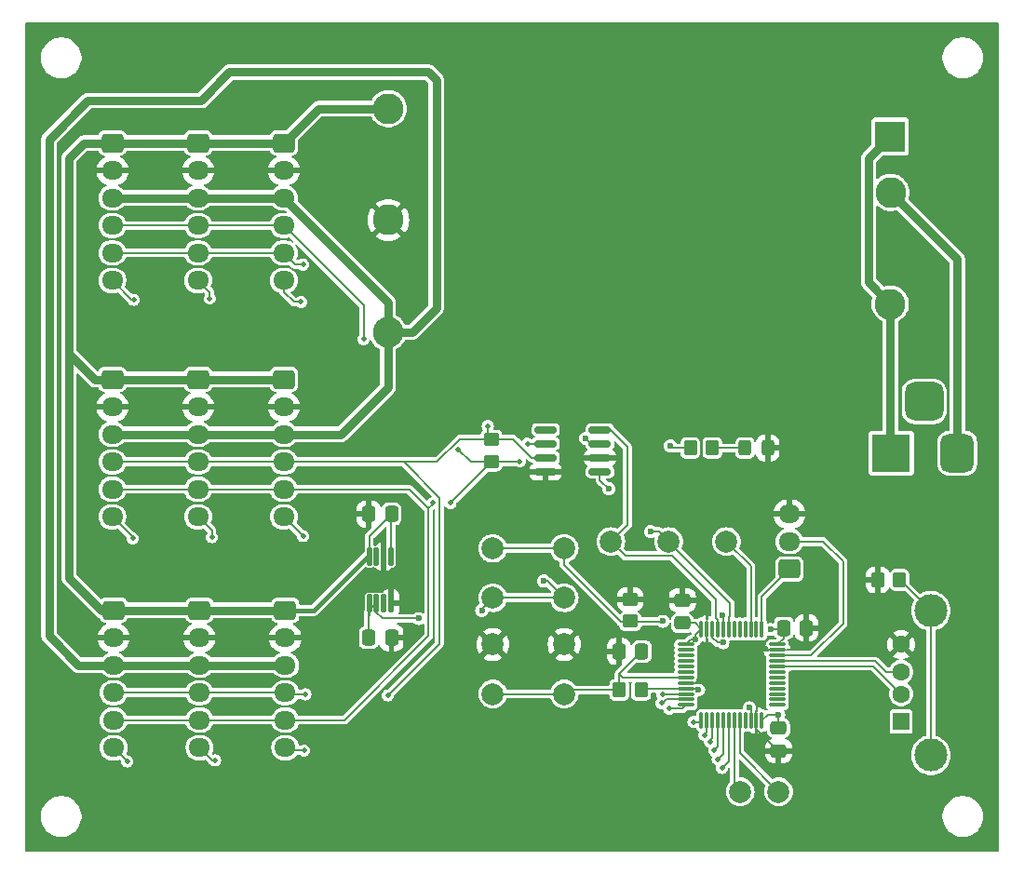
<source format=gbr>
%TF.GenerationSoftware,KiCad,Pcbnew,8.0.5*%
%TF.CreationDate,2024-10-22T17:04:07-05:00*%
%TF.ProjectId,395MainBoard,3339354d-6169-46e4-926f-6172642e6b69,rev?*%
%TF.SameCoordinates,Original*%
%TF.FileFunction,Copper,L1,Top*%
%TF.FilePolarity,Positive*%
%FSLAX46Y46*%
G04 Gerber Fmt 4.6, Leading zero omitted, Abs format (unit mm)*
G04 Created by KiCad (PCBNEW 8.0.5) date 2024-10-22 17:04:07*
%MOMM*%
%LPD*%
G01*
G04 APERTURE LIST*
G04 Aperture macros list*
%AMRoundRect*
0 Rectangle with rounded corners*
0 $1 Rounding radius*
0 $2 $3 $4 $5 $6 $7 $8 $9 X,Y pos of 4 corners*
0 Add a 4 corners polygon primitive as box body*
4,1,4,$2,$3,$4,$5,$6,$7,$8,$9,$2,$3,0*
0 Add four circle primitives for the rounded corners*
1,1,$1+$1,$2,$3*
1,1,$1+$1,$4,$5*
1,1,$1+$1,$6,$7*
1,1,$1+$1,$8,$9*
0 Add four rect primitives between the rounded corners*
20,1,$1+$1,$2,$3,$4,$5,0*
20,1,$1+$1,$4,$5,$6,$7,0*
20,1,$1+$1,$6,$7,$8,$9,0*
20,1,$1+$1,$8,$9,$2,$3,0*%
G04 Aperture macros list end*
%TA.AperFunction,SMDPad,CuDef*%
%ADD10RoundRect,0.250000X-0.337500X-0.475000X0.337500X-0.475000X0.337500X0.475000X-0.337500X0.475000X0*%
%TD*%
%TA.AperFunction,ComponentPad*%
%ADD11RoundRect,0.250000X-0.725000X0.600000X-0.725000X-0.600000X0.725000X-0.600000X0.725000X0.600000X0*%
%TD*%
%TA.AperFunction,ComponentPad*%
%ADD12O,1.950000X1.700000*%
%TD*%
%TA.AperFunction,SMDPad,CuDef*%
%ADD13RoundRect,0.150000X0.825000X0.150000X-0.825000X0.150000X-0.825000X-0.150000X0.825000X-0.150000X0*%
%TD*%
%TA.AperFunction,SMDPad,CuDef*%
%ADD14RoundRect,0.075000X-0.662500X-0.075000X0.662500X-0.075000X0.662500X0.075000X-0.662500X0.075000X0*%
%TD*%
%TA.AperFunction,SMDPad,CuDef*%
%ADD15RoundRect,0.075000X-0.075000X-0.662500X0.075000X-0.662500X0.075000X0.662500X-0.075000X0.662500X0*%
%TD*%
%TA.AperFunction,SMDPad,CuDef*%
%ADD16RoundRect,0.125000X0.125000X-0.687500X0.125000X0.687500X-0.125000X0.687500X-0.125000X-0.687500X0*%
%TD*%
%TA.AperFunction,SMDPad,CuDef*%
%ADD17RoundRect,0.250000X0.450000X-0.350000X0.450000X0.350000X-0.450000X0.350000X-0.450000X-0.350000X0*%
%TD*%
%TA.AperFunction,ComponentPad*%
%ADD18C,2.000000*%
%TD*%
%TA.AperFunction,ComponentPad*%
%ADD19RoundRect,0.250000X0.725000X-0.600000X0.725000X0.600000X-0.725000X0.600000X-0.725000X-0.600000X0*%
%TD*%
%TA.AperFunction,SMDPad,CuDef*%
%ADD20C,2.000000*%
%TD*%
%TA.AperFunction,SMDPad,CuDef*%
%ADD21RoundRect,0.250000X0.350000X0.450000X-0.350000X0.450000X-0.350000X-0.450000X0.350000X-0.450000X0*%
%TD*%
%TA.AperFunction,ComponentPad*%
%ADD22R,1.500000X1.600000*%
%TD*%
%TA.AperFunction,ComponentPad*%
%ADD23C,1.600000*%
%TD*%
%TA.AperFunction,ComponentPad*%
%ADD24C,3.000000*%
%TD*%
%TA.AperFunction,SMDPad,CuDef*%
%ADD25RoundRect,0.250000X0.337500X0.475000X-0.337500X0.475000X-0.337500X-0.475000X0.337500X-0.475000X0*%
%TD*%
%TA.AperFunction,SMDPad,CuDef*%
%ADD26RoundRect,0.250000X0.325000X0.450000X-0.325000X0.450000X-0.325000X-0.450000X0.325000X-0.450000X0*%
%TD*%
%TA.AperFunction,ComponentPad*%
%ADD27R,3.500000X3.500000*%
%TD*%
%TA.AperFunction,ComponentPad*%
%ADD28RoundRect,0.750000X0.750000X1.000000X-0.750000X1.000000X-0.750000X-1.000000X0.750000X-1.000000X0*%
%TD*%
%TA.AperFunction,ComponentPad*%
%ADD29RoundRect,0.875000X0.875000X0.875000X-0.875000X0.875000X-0.875000X-0.875000X0.875000X-0.875000X0*%
%TD*%
%TA.AperFunction,SMDPad,CuDef*%
%ADD30RoundRect,0.250000X-0.475000X0.337500X-0.475000X-0.337500X0.475000X-0.337500X0.475000X0.337500X0*%
%TD*%
%TA.AperFunction,ComponentPad*%
%ADD31R,2.800000X2.800000*%
%TD*%
%TA.AperFunction,ComponentPad*%
%ADD32C,2.800000*%
%TD*%
%TA.AperFunction,SMDPad,CuDef*%
%ADD33RoundRect,0.250000X0.475000X-0.337500X0.475000X0.337500X-0.475000X0.337500X-0.475000X-0.337500X0*%
%TD*%
%TA.AperFunction,ViaPad*%
%ADD34C,0.600000*%
%TD*%
%TA.AperFunction,ViaPad*%
%ADD35C,0.500000*%
%TD*%
%TA.AperFunction,Conductor*%
%ADD36C,0.200000*%
%TD*%
%TA.AperFunction,Conductor*%
%ADD37C,0.800000*%
%TD*%
%TA.AperFunction,Conductor*%
%ADD38C,0.400000*%
%TD*%
G04 APERTURE END LIST*
D10*
%TO.P,C9,1*%
%TO.N,VDD*%
X144462500Y-88250000D03*
%TO.P,C9,2*%
%TO.N,GND*%
X146537500Y-88250000D03*
%TD*%
D11*
%TO.P,J4,1,Pin_1*%
%TO.N,+12V*%
X128950000Y-43250000D03*
D12*
%TO.P,J4,2,Pin_2*%
%TO.N,GND*%
X128950000Y-45750000D03*
%TO.P,J4,3,Pin_3*%
%TO.N,-12V*%
X128950000Y-48250000D03*
%TO.P,J4,4,Pin_4*%
%TO.N,CAN_H*%
X128950000Y-50750000D03*
%TO.P,J4,5,Pin_5*%
%TO.N,CAN_L*%
X128950000Y-53250000D03*
%TO.P,J4,6,Pin_6*%
%TO.N,/EN1*%
X128950000Y-55750000D03*
%TD*%
D13*
%TO.P,U2,1,TXD*%
%TO.N,/CAN_TX*%
X165500000Y-73155000D03*
%TO.P,U2,2,GND*%
%TO.N,GND*%
X165500000Y-71885000D03*
%TO.P,U2,3,VCC*%
%TO.N,VDD*%
X165500000Y-70615000D03*
%TO.P,U2,4,RXD*%
%TO.N,/CAN_RX*%
X165500000Y-69345000D03*
%TO.P,U2,5,SHDN*%
%TO.N,unconnected-(U2-SHDN-Pad5)*%
X160550000Y-69345000D03*
%TO.P,U2,6,CANL*%
%TO.N,CAN_L*%
X160550000Y-70615000D03*
%TO.P,U2,7,CANH*%
%TO.N,CAN_H*%
X160550000Y-71885000D03*
%TO.P,U2,8,STB*%
%TO.N,GND*%
X160550000Y-73155000D03*
%TD*%
D14*
%TO.P,U1,1,VBAT*%
%TO.N,VDD*%
X173307500Y-88865000D03*
%TO.P,U1,2,PC13*%
%TO.N,unconnected-(U1-PC13-Pad2)*%
X173307500Y-89365000D03*
%TO.P,U1,3,PC14*%
%TO.N,unconnected-(U1-PC14-Pad3)*%
X173307500Y-89865000D03*
%TO.P,U1,4,PC15*%
%TO.N,unconnected-(U1-PC15-Pad4)*%
X173307500Y-90365000D03*
%TO.P,U1,5,PH0*%
%TO.N,unconnected-(U1-PH0-Pad5)*%
X173307500Y-90865000D03*
%TO.P,U1,6,PH1*%
%TO.N,unconnected-(U1-PH1-Pad6)*%
X173307500Y-91365000D03*
%TO.P,U1,7,NRST*%
%TO.N,/NRST*%
X173307500Y-91865000D03*
%TO.P,U1,8,VSSA/VREF-*%
%TO.N,GND*%
X173307500Y-92365000D03*
%TO.P,U1,9,VDDA/VREF+*%
%TO.N,VDD*%
X173307500Y-92865000D03*
%TO.P,U1,10,PA0*%
%TO.N,/EN0*%
X173307500Y-93365000D03*
%TO.P,U1,11,PA1*%
%TO.N,/EN1*%
X173307500Y-93865000D03*
%TO.P,U1,12,PA2*%
%TO.N,/EN2*%
X173307500Y-94365000D03*
D15*
%TO.P,U1,13,PA3*%
%TO.N,/EN3*%
X174720000Y-95777500D03*
%TO.P,U1,14,PA4*%
%TO.N,/EN4*%
X175220000Y-95777500D03*
%TO.P,U1,15,PA5*%
%TO.N,/EN5*%
X175720000Y-95777500D03*
%TO.P,U1,16,PA6*%
%TO.N,/EN6*%
X176220000Y-95777500D03*
%TO.P,U1,17,PA7*%
%TO.N,/EN7*%
X176720000Y-95777500D03*
%TO.P,U1,18,PB0*%
%TO.N,/EN8*%
X177220000Y-95777500D03*
%TO.P,U1,19,PB1*%
%TO.N,Net-(U1-PB1)*%
X177720000Y-95777500D03*
%TO.P,U1,20,PB2*%
%TO.N,Net-(U1-PB2)*%
X178220000Y-95777500D03*
%TO.P,U1,21,PB10*%
%TO.N,unconnected-(U1-PB10-Pad21)*%
X178720000Y-95777500D03*
%TO.P,U1,22,VCAP*%
%TO.N,/VCAP1*%
X179220000Y-95777500D03*
%TO.P,U1,23,VSS*%
%TO.N,GND*%
X179720000Y-95777500D03*
%TO.P,U1,24,VDD*%
%TO.N,VDD*%
X180220000Y-95777500D03*
D14*
%TO.P,U1,25,PB12*%
%TO.N,unconnected-(U1-PB12-Pad25)*%
X181632500Y-94365000D03*
%TO.P,U1,26,PB13*%
%TO.N,unconnected-(U1-PB13-Pad26)*%
X181632500Y-93865000D03*
%TO.P,U1,27,PB14*%
%TO.N,unconnected-(U1-PB14-Pad27)*%
X181632500Y-93365000D03*
%TO.P,U1,28,PB15*%
%TO.N,unconnected-(U1-PB15-Pad28)*%
X181632500Y-92865000D03*
%TO.P,U1,29,PA8*%
%TO.N,unconnected-(U1-PA8-Pad29)*%
X181632500Y-92365000D03*
%TO.P,U1,30,PA9*%
%TO.N,unconnected-(U1-PA9-Pad30)*%
X181632500Y-91865000D03*
%TO.P,U1,31,PA10*%
%TO.N,unconnected-(U1-PA10-Pad31)*%
X181632500Y-91365000D03*
%TO.P,U1,32,PA11*%
%TO.N,/D-*%
X181632500Y-90865000D03*
%TO.P,U1,33,PA12*%
%TO.N,/D+*%
X181632500Y-90365000D03*
%TO.P,U1,34,PA13(JTMS)*%
%TO.N,/SWDIO*%
X181632500Y-89865000D03*
%TO.P,U1,35,VSS*%
%TO.N,GND*%
X181632500Y-89365000D03*
%TO.P,U1,36,VDD*%
%TO.N,VDD*%
X181632500Y-88865000D03*
D15*
%TO.P,U1,37,PA14(JTCK)*%
%TO.N,/SWCLK*%
X180220000Y-87452500D03*
%TO.P,U1,38,PA15(JTDI)*%
%TO.N,unconnected-(U1-PA15(JTDI)-Pad38)*%
X179720000Y-87452500D03*
%TO.P,U1,39,PB3(JTDO)*%
%TO.N,Net-(U1-PB3(JTDO))*%
X179220000Y-87452500D03*
%TO.P,U1,40,PB4(NJTRST)*%
%TO.N,unconnected-(U1-PB4(NJTRST)-Pad40)*%
X178720000Y-87452500D03*
%TO.P,U1,41,PB5*%
%TO.N,unconnected-(U1-PB5-Pad41)*%
X178220000Y-87452500D03*
%TO.P,U1,42,PB6*%
%TO.N,unconnected-(U1-PB6-Pad42)*%
X177720000Y-87452500D03*
%TO.P,U1,43,PB7*%
%TO.N,/CAN_TX*%
X177220000Y-87452500D03*
%TO.P,U1,44,BOOT0*%
%TO.N,/BOOT0*%
X176720000Y-87452500D03*
%TO.P,U1,45,PB8*%
%TO.N,/CAN_RX*%
X176220000Y-87452500D03*
%TO.P,U1,46,VCAP*%
%TO.N,/VCAP2*%
X175720000Y-87452500D03*
%TO.P,U1,47,VSS*%
%TO.N,GND*%
X175220000Y-87452500D03*
%TO.P,U1,48,VDD*%
%TO.N,VDD*%
X174720000Y-87452500D03*
%TD*%
D16*
%TO.P,U3,1,OUT*%
%TO.N,VDD*%
X144525000Y-85112500D03*
%TO.P,U3,2,SNS*%
X145175000Y-85112500D03*
%TO.P,U3,3,NC*%
%TO.N,unconnected-(U3-NC-Pad3)*%
X145825000Y-85112500D03*
%TO.P,U3,4,GND*%
%TO.N,GND*%
X146475000Y-85112500D03*
%TO.P,U3,5,EN*%
%TO.N,+12V*%
X146475000Y-80887500D03*
%TO.P,U3,6,GND*%
%TO.N,GND*%
X145825000Y-80887500D03*
%TO.P,U3,7,NC*%
%TO.N,unconnected-(U3-NC-Pad7)*%
X145175000Y-80887500D03*
%TO.P,U3,8,IN*%
%TO.N,+12V*%
X144525000Y-80887500D03*
%TD*%
D17*
%TO.P,R1,1*%
%TO.N,/BOOT0*%
X168250000Y-86750000D03*
%TO.P,R1,2*%
%TO.N,GND*%
X168250000Y-84750000D03*
%TD*%
D11*
%TO.P,J6,1,Pin_1*%
%TO.N,+12V*%
X136750000Y-64750000D03*
D12*
%TO.P,J6,2,Pin_2*%
%TO.N,GND*%
X136750000Y-67250000D03*
%TO.P,J6,3,Pin_3*%
%TO.N,-12V*%
X136750000Y-69750000D03*
%TO.P,J6,4,Pin_4*%
%TO.N,CAN_H*%
X136750000Y-72250000D03*
%TO.P,J6,5,Pin_5*%
%TO.N,CAN_L*%
X136750000Y-74750000D03*
%TO.P,J6,6,Pin_6*%
%TO.N,/EN3*%
X136750000Y-77250000D03*
%TD*%
D18*
%TO.P,SW1,1,1*%
%TO.N,GND*%
X155750000Y-88865000D03*
X162250000Y-88865000D03*
%TO.P,SW1,2,2*%
%TO.N,/NRST*%
X155750000Y-93365000D03*
X162250000Y-93365000D03*
%TD*%
D19*
%TO.P,J2,1,Pin_1*%
%TO.N,/SWCLK*%
X182725000Y-82000000D03*
D12*
%TO.P,J2,2,Pin_2*%
%TO.N,/SWDIO*%
X182725000Y-79500000D03*
%TO.P,J2,3,Pin_3*%
%TO.N,GND*%
X182725000Y-77000000D03*
%TD*%
D11*
%TO.P,J8,1,Pin_1*%
%TO.N,+12V*%
X121150000Y-64750000D03*
D12*
%TO.P,J8,2,Pin_2*%
%TO.N,GND*%
X121150000Y-67250000D03*
%TO.P,J8,3,Pin_3*%
%TO.N,-12V*%
X121150000Y-69750000D03*
%TO.P,J8,4,Pin_4*%
%TO.N,CAN_H*%
X121150000Y-72250000D03*
%TO.P,J8,5,Pin_5*%
%TO.N,CAN_L*%
X121150000Y-74750000D03*
%TO.P,J8,6,Pin_6*%
%TO.N,/EN5*%
X121150000Y-77250000D03*
%TD*%
D20*
%TO.P,TP5,1,1*%
%TO.N,Net-(U1-PB2)*%
X181750000Y-102250000D03*
%TD*%
D21*
%TO.P,R2,1*%
%TO.N,VDD*%
X169250000Y-93000000D03*
%TO.P,R2,2*%
%TO.N,/NRST*%
X167250000Y-93000000D03*
%TD*%
D22*
%TO.P,J13,1,VBUS*%
%TO.N,unconnected-(J13-VBUS-Pad1)*%
X192890000Y-95865000D03*
D23*
%TO.P,J13,2,D-*%
%TO.N,/D-*%
X192890000Y-93365000D03*
%TO.P,J13,3,D+*%
%TO.N,/D+*%
X192890000Y-91365000D03*
%TO.P,J13,4,GND*%
%TO.N,GND*%
X192890000Y-88865000D03*
D24*
%TO.P,J13,5,Shield*%
%TO.N,Net-(J13-Shield)*%
X195600000Y-98935000D03*
X195600000Y-85795000D03*
%TD*%
D11*
%TO.P,J11,1,Pin_1*%
%TO.N,+12V*%
X121275000Y-85750000D03*
D12*
%TO.P,J11,2,Pin_2*%
%TO.N,GND*%
X121275000Y-88250000D03*
%TO.P,J11,3,Pin_3*%
%TO.N,-12V*%
X121275000Y-90750000D03*
%TO.P,J11,4,Pin_4*%
%TO.N,CAN_H*%
X121275000Y-93250000D03*
%TO.P,J11,5,Pin_5*%
%TO.N,CAN_L*%
X121275000Y-95750000D03*
%TO.P,J11,6,Pin_6*%
%TO.N,/EN8*%
X121275000Y-98250000D03*
%TD*%
D25*
%TO.P,C8,1*%
%TO.N,+12V*%
X146537500Y-77000000D03*
%TO.P,C8,2*%
%TO.N,GND*%
X144462500Y-77000000D03*
%TD*%
D21*
%TO.P,R5,1*%
%TO.N,Net-(J13-Shield)*%
X192750000Y-83000000D03*
%TO.P,R5,2*%
%TO.N,GND*%
X190750000Y-83000000D03*
%TD*%
D26*
%TO.P,D1,1,K*%
%TO.N,GND*%
X180750000Y-71000000D03*
%TO.P,D1,2,A*%
%TO.N,Net-(D1-A)*%
X178700000Y-71000000D03*
%TD*%
D27*
%TO.P,J12,1*%
%TO.N,/VIN*%
X192000000Y-71457500D03*
D28*
%TO.P,J12,2*%
%TO.N,/EXT_GND*%
X198000000Y-71457500D03*
D29*
%TO.P,J12,3*%
%TO.N,N/C*%
X195000000Y-66757500D03*
%TD*%
D20*
%TO.P,TP2,1,1*%
%TO.N,/CAN_TX*%
X171750000Y-79500000D03*
%TD*%
D11*
%TO.P,J9,1,Pin_1*%
%TO.N,+12V*%
X136875000Y-85750000D03*
D12*
%TO.P,J9,2,Pin_2*%
%TO.N,GND*%
X136875000Y-88250000D03*
%TO.P,J9,3,Pin_3*%
%TO.N,-12V*%
X136875000Y-90750000D03*
%TO.P,J9,4,Pin_4*%
%TO.N,CAN_H*%
X136875000Y-93250000D03*
%TO.P,J9,5,Pin_5*%
%TO.N,CAN_L*%
X136875000Y-95750000D03*
%TO.P,J9,6,Pin_6*%
%TO.N,/EN6*%
X136875000Y-98250000D03*
%TD*%
D20*
%TO.P,TP3,1,1*%
%TO.N,Net-(U1-PB3(JTDO))*%
X177000000Y-79500000D03*
%TD*%
D10*
%TO.P,C4,1*%
%TO.N,VDD*%
X182212500Y-87365000D03*
%TO.P,C4,2*%
%TO.N,GND*%
X184287500Y-87365000D03*
%TD*%
D20*
%TO.P,TP4,1,1*%
%TO.N,Net-(U1-PB1)*%
X178250000Y-102250000D03*
%TD*%
D11*
%TO.P,J7,1,Pin_1*%
%TO.N,+12V*%
X128950000Y-64750000D03*
D12*
%TO.P,J7,2,Pin_2*%
%TO.N,GND*%
X128950000Y-67250000D03*
%TO.P,J7,3,Pin_3*%
%TO.N,-12V*%
X128950000Y-69750000D03*
%TO.P,J7,4,Pin_4*%
%TO.N,CAN_H*%
X128950000Y-72250000D03*
%TO.P,J7,5,Pin_5*%
%TO.N,CAN_L*%
X128950000Y-74750000D03*
%TO.P,J7,6,Pin_6*%
%TO.N,/EN4*%
X128950000Y-77250000D03*
%TD*%
D11*
%TO.P,J5,1,Pin_1*%
%TO.N,+12V*%
X121150000Y-43250000D03*
D12*
%TO.P,J5,2,Pin_2*%
%TO.N,GND*%
X121150000Y-45750000D03*
%TO.P,J5,3,Pin_3*%
%TO.N,-12V*%
X121150000Y-48250000D03*
%TO.P,J5,4,Pin_4*%
%TO.N,CAN_H*%
X121150000Y-50750000D03*
%TO.P,J5,5,Pin_5*%
%TO.N,CAN_L*%
X121150000Y-53250000D03*
%TO.P,J5,6,Pin_6*%
%TO.N,/EN2*%
X121150000Y-55750000D03*
%TD*%
D30*
%TO.P,C7,1*%
%TO.N,VDD*%
X181750000Y-96462500D03*
%TO.P,C7,2*%
%TO.N,GND*%
X181750000Y-98537500D03*
%TD*%
D11*
%TO.P,J10,1,Pin_1*%
%TO.N,+12V*%
X129075000Y-85750000D03*
D12*
%TO.P,J10,2,Pin_2*%
%TO.N,GND*%
X129075000Y-88250000D03*
%TO.P,J10,3,Pin_3*%
%TO.N,-12V*%
X129075000Y-90750000D03*
%TO.P,J10,4,Pin_4*%
%TO.N,CAN_H*%
X129075000Y-93250000D03*
%TO.P,J10,5,Pin_5*%
%TO.N,CAN_L*%
X129075000Y-95750000D03*
%TO.P,J10,6,Pin_6*%
%TO.N,/EN7*%
X129075000Y-98250000D03*
%TD*%
D31*
%TO.P,U4,1,+VIN*%
%TO.N,/VIN*%
X191897033Y-42648175D03*
D32*
%TO.P,U4,2,-VIN*%
%TO.N,/EXT_GND*%
X191929898Y-47737231D03*
%TO.P,U4,3,On/~{Off}*%
%TO.N,/VIN*%
X191902287Y-57904161D03*
%TO.P,U4,4,+VOUT*%
%TO.N,+12V*%
X146250000Y-40124876D03*
%TO.P,U4,5,Common*%
%TO.N,GND*%
X146250000Y-50250000D03*
%TO.P,U4,6,-VOUT*%
%TO.N,-12V*%
X146215124Y-60462314D03*
%TD*%
D33*
%TO.P,C1,1*%
%TO.N,VDD*%
X173000000Y-86902500D03*
%TO.P,C1,2*%
%TO.N,GND*%
X173000000Y-84827500D03*
%TD*%
D20*
%TO.P,TP1,1,1*%
%TO.N,/CAN_RX*%
X166500000Y-79500000D03*
%TD*%
D11*
%TO.P,J3,1,Pin_1*%
%TO.N,+12V*%
X136750000Y-43250000D03*
D12*
%TO.P,J3,2,Pin_2*%
%TO.N,GND*%
X136750000Y-45750000D03*
%TO.P,J3,3,Pin_3*%
%TO.N,-12V*%
X136750000Y-48250000D03*
%TO.P,J3,4,Pin_4*%
%TO.N,CAN_H*%
X136750000Y-50750000D03*
%TO.P,J3,5,Pin_5*%
%TO.N,CAN_L*%
X136750000Y-53250000D03*
%TO.P,J3,6,Pin_6*%
%TO.N,/EN0*%
X136750000Y-55750000D03*
%TD*%
D17*
%TO.P,R4,1*%
%TO.N,CAN_L*%
X155600000Y-72225000D03*
%TO.P,R4,2*%
%TO.N,CAN_H*%
X155600000Y-70225000D03*
%TD*%
D18*
%TO.P,SW2,1,1*%
%TO.N,/BOOT0*%
X155750000Y-80115000D03*
X162250000Y-80115000D03*
%TO.P,SW2,2,2*%
%TO.N,VDD*%
X155750000Y-84615000D03*
X162250000Y-84615000D03*
%TD*%
D25*
%TO.P,C3,1*%
%TO.N,/NRST*%
X169287500Y-89500000D03*
%TO.P,C3,2*%
%TO.N,GND*%
X167212500Y-89500000D03*
%TD*%
D21*
%TO.P,R3,1*%
%TO.N,Net-(D1-A)*%
X175725000Y-71000000D03*
%TO.P,R3,2*%
%TO.N,VDD*%
X173725000Y-71000000D03*
%TD*%
D34*
%TO.N,GND*%
X180495716Y-89265158D03*
X163000000Y-73500000D03*
X174482663Y-92202979D03*
%TO.N,VDD*%
X171900000Y-70800000D03*
X160400000Y-83100000D03*
X181750000Y-95250000D03*
X181000000Y-87500000D03*
X174469019Y-93002864D03*
X154750000Y-85750000D03*
X149000000Y-86500000D03*
X164200000Y-70100000D03*
X174200000Y-88400000D03*
%TO.N,/VCAP1*%
X179100381Y-94627508D03*
%TO.N,/VCAP2*%
X176677946Y-88690000D03*
D35*
%TO.N,CAN_H*%
X138700000Y-93400000D03*
X155300000Y-69000000D03*
X144000000Y-61100000D03*
X146200000Y-93500000D03*
%TO.N,CAN_L*%
X158200000Y-72200000D03*
X151900000Y-76000000D03*
X150300000Y-76000000D03*
X138500000Y-54300000D03*
X158900000Y-70600000D03*
X152600000Y-71100000D03*
%TO.N,/EN0*%
X171200000Y-93415000D03*
X138300000Y-57700000D03*
%TO.N,/EN1*%
X171100000Y-94200000D03*
X130000000Y-57400000D03*
%TO.N,/EN2*%
X123100000Y-57500000D03*
X171800000Y-94700000D03*
%TO.N,/EN3*%
X138500000Y-79000000D03*
X174000000Y-95900000D03*
%TO.N,/EN4*%
X175000000Y-97100000D03*
X130200000Y-79100000D03*
%TO.N,/EN5*%
X123000000Y-79200000D03*
X175500000Y-97700000D03*
%TO.N,/EN6*%
X138600000Y-98500000D03*
X175900000Y-98500000D03*
%TO.N,/EN7*%
X130500000Y-99400000D03*
X176200000Y-99300000D03*
%TO.N,/EN8*%
X176600000Y-100100000D03*
X122500000Y-99500000D03*
D34*
%TO.N,/BOOT0*%
X176641250Y-86220261D03*
X171250000Y-86750000D03*
%TO.N,/CAN_TX*%
X170100000Y-78600000D03*
X166300000Y-74700000D03*
%TD*%
D36*
%TO.N,GND*%
X181710090Y-98537500D02*
X181750000Y-98537500D01*
X175220000Y-87452500D02*
X175220000Y-91465642D01*
X174482663Y-92202979D02*
X174320642Y-92365000D01*
X190750000Y-86725000D02*
X192890000Y-88865000D01*
X174320642Y-92365000D02*
X173307500Y-92365000D01*
X180595558Y-89365000D02*
X181632500Y-89365000D01*
X179720000Y-95777500D02*
X179720000Y-96547410D01*
X179720000Y-96547410D02*
X181710090Y-98537500D01*
X175220000Y-91465642D02*
X174482663Y-92202979D01*
X190750000Y-83000000D02*
X190750000Y-86725000D01*
X180495716Y-89265158D02*
X180595558Y-89365000D01*
%TO.N,VDD*%
X174469019Y-93002864D02*
X174331155Y-92865000D01*
X145750001Y-86500000D02*
X149000000Y-86500000D01*
X144462500Y-85825000D02*
X145175000Y-85112500D01*
X160735000Y-83100000D02*
X160400000Y-83100000D01*
X145175000Y-85924999D02*
X145750001Y-86500000D01*
X172100000Y-71000000D02*
X171900000Y-70800000D01*
X145175000Y-85112500D02*
X145175000Y-85924999D01*
X174200000Y-88400000D02*
X174200000Y-87972500D01*
X182212500Y-87365000D02*
X182212500Y-88285000D01*
X174200000Y-87972500D02*
X174720000Y-87452500D01*
X164715000Y-70615000D02*
X164200000Y-70100000D01*
X181750000Y-95250000D02*
X181750000Y-96462500D01*
X181000000Y-87500000D02*
X182077500Y-87500000D01*
X173772500Y-88400000D02*
X173307500Y-88865000D01*
X154750000Y-85615000D02*
X155750000Y-84615000D01*
X154750000Y-85750000D02*
X154750000Y-85615000D01*
X181750000Y-95250000D02*
X180747500Y-95250000D01*
X144462500Y-88250000D02*
X144462500Y-86250000D01*
X169385000Y-92865000D02*
X173307500Y-92865000D01*
X180747500Y-95250000D02*
X180220000Y-95777500D01*
X173700000Y-71000000D02*
X172100000Y-71000000D01*
X165500000Y-70615000D02*
X164715000Y-70615000D01*
X144525000Y-85112500D02*
X144525000Y-86187500D01*
X182077500Y-87500000D02*
X182212500Y-87365000D01*
X162250000Y-84615000D02*
X160735000Y-83100000D01*
X174170000Y-86902500D02*
X174720000Y-87452500D01*
X182212500Y-88285000D02*
X181632500Y-88865000D01*
X169250000Y-93000000D02*
X169385000Y-92865000D01*
X144462500Y-86250000D02*
X144462500Y-85825000D01*
X173000000Y-86902500D02*
X174170000Y-86902500D01*
X162250000Y-84615000D02*
X155750000Y-84615000D01*
X174331155Y-92865000D02*
X173307500Y-92865000D01*
X144525000Y-86187500D02*
X144462500Y-86250000D01*
X174200000Y-88400000D02*
X173772500Y-88400000D01*
%TO.N,/NRST*%
X162615000Y-93000000D02*
X162250000Y-93365000D01*
X173307500Y-91865000D02*
X167577500Y-91865000D01*
X167577500Y-91865000D02*
X167250000Y-91537500D01*
X167250000Y-93000000D02*
X167250000Y-91537500D01*
X167250000Y-91537500D02*
X169287500Y-89500000D01*
X162250000Y-93365000D02*
X155750000Y-93365000D01*
X167250000Y-93000000D02*
X162615000Y-93000000D01*
%TO.N,/VCAP1*%
X179100381Y-94627508D02*
X179220000Y-94747127D01*
X179220000Y-94747127D02*
X179220000Y-95777500D01*
%TO.N,/VCAP2*%
X176677946Y-88690000D02*
X176187590Y-88690000D01*
X175720000Y-88222410D02*
X175720000Y-87452500D01*
X176187590Y-88690000D02*
X175720000Y-88222410D01*
D37*
%TO.N,+12V*%
X117200000Y-44600000D02*
X117200000Y-62400000D01*
X118550000Y-43250000D02*
X117200000Y-44600000D01*
X139875124Y-40124876D02*
X136750000Y-43250000D01*
X128950000Y-43250000D02*
X121150000Y-43250000D01*
X129075000Y-85750000D02*
X121275000Y-85750000D01*
X119550000Y-64750000D02*
X117200000Y-62400000D01*
X121150000Y-64750000D02*
X128950000Y-64750000D01*
X120150000Y-85750000D02*
X121275000Y-85750000D01*
D36*
X146475000Y-80887500D02*
X146475000Y-77062500D01*
D37*
X136750000Y-64750000D02*
X128950000Y-64750000D01*
X136875000Y-85750000D02*
X129075000Y-85750000D01*
X117200000Y-82800000D02*
X120150000Y-85750000D01*
X121150000Y-64750000D02*
X119550000Y-64750000D01*
D38*
X139500000Y-85750000D02*
X136875000Y-85750000D01*
X144525000Y-80887500D02*
X144362500Y-80887500D01*
D36*
X146475000Y-77062500D02*
X146537500Y-77000000D01*
X144525000Y-79012500D02*
X146537500Y-77000000D01*
X144525000Y-80887500D02*
X144525000Y-79012500D01*
D37*
X136750000Y-43250000D02*
X128950000Y-43250000D01*
X146250000Y-40124876D02*
X139875124Y-40124876D01*
X117200000Y-62400000D02*
X117200000Y-82800000D01*
X121150000Y-43250000D02*
X118550000Y-43250000D01*
D38*
X144362500Y-80887500D02*
X139500000Y-85750000D01*
D36*
%TO.N,Net-(D1-A)*%
X178700000Y-71000000D02*
X175750000Y-71000000D01*
%TO.N,/SWCLK*%
X180220000Y-87452500D02*
X180220000Y-84505000D01*
X180220000Y-84505000D02*
X182725000Y-82000000D01*
%TO.N,/SWDIO*%
X187600000Y-86974872D02*
X184709872Y-89865000D01*
X185800000Y-79500000D02*
X187600000Y-81300000D01*
X187600000Y-81300000D02*
X187600000Y-86974872D01*
X184709872Y-89865000D02*
X181632500Y-89865000D01*
X182725000Y-79500000D02*
X185800000Y-79500000D01*
%TO.N,CAN_H*%
X128950000Y-72250000D02*
X136750000Y-72250000D01*
X121150000Y-50750000D02*
X128950000Y-50750000D01*
X150672182Y-72250000D02*
X152722182Y-70200000D01*
X159310000Y-71885000D02*
X160550000Y-71885000D01*
X150900000Y-75500000D02*
X150900000Y-88800000D01*
X144000000Y-58000000D02*
X144000000Y-61100000D01*
X155600000Y-70200000D02*
X157625000Y-70200000D01*
X128950000Y-50750000D02*
X136750000Y-50750000D01*
X136750000Y-50750000D02*
X144000000Y-58000000D01*
X150900000Y-88800000D02*
X146200000Y-93500000D01*
X136750000Y-72250000D02*
X147400000Y-72250000D01*
X138700000Y-93400000D02*
X137025000Y-93400000D01*
X152722182Y-70200000D02*
X155600000Y-70200000D01*
X147400000Y-72250000D02*
X147650000Y-72250000D01*
X121275000Y-93250000D02*
X129075000Y-93250000D01*
X121150000Y-72250000D02*
X128950000Y-72250000D01*
X157625000Y-70200000D02*
X159310000Y-71885000D01*
X155300000Y-69000000D02*
X155300000Y-69900000D01*
X129075000Y-93250000D02*
X136875000Y-93250000D01*
X147400000Y-72250000D02*
X150672182Y-72250000D01*
X155300000Y-69900000D02*
X155600000Y-70200000D01*
X147650000Y-72250000D02*
X150900000Y-75500000D01*
D37*
%TO.N,-12V*%
X118050000Y-90750000D02*
X121275000Y-90750000D01*
X149900000Y-36800000D02*
X131800000Y-36800000D01*
X146215124Y-60462314D02*
X148437686Y-60462314D01*
X131800000Y-36800000D02*
X129200000Y-39400000D01*
X129075000Y-90750000D02*
X136875000Y-90750000D01*
X121275000Y-90750000D02*
X129075000Y-90750000D01*
X129200000Y-39400000D02*
X118900000Y-39400000D01*
X128950000Y-48250000D02*
X121150000Y-48250000D01*
X128950000Y-69750000D02*
X121150000Y-69750000D01*
X141950000Y-69750000D02*
X136750000Y-69750000D01*
X136750000Y-48250000D02*
X128950000Y-48250000D01*
X118900000Y-39400000D02*
X115400000Y-42900000D01*
X148437686Y-60462314D02*
X150600000Y-58300000D01*
X146215124Y-65484876D02*
X141950000Y-69750000D01*
X115400000Y-42900000D02*
X115400000Y-88100000D01*
X150600000Y-37500000D02*
X149900000Y-36800000D01*
X150600000Y-58300000D02*
X150600000Y-37500000D01*
X146215124Y-60462314D02*
X146215124Y-57715124D01*
X146215124Y-60462314D02*
X146215124Y-65484876D01*
X115400000Y-88100000D02*
X118050000Y-90750000D01*
X146215124Y-57715124D02*
X136750000Y-48250000D01*
X136750000Y-69750000D02*
X128950000Y-69750000D01*
D36*
%TO.N,CAN_L*%
X155600000Y-72250000D02*
X158150000Y-72250000D01*
X129075000Y-95750000D02*
X121275000Y-95750000D01*
X155600000Y-72250000D02*
X151900000Y-75950000D01*
X148150000Y-74750000D02*
X149900000Y-76500000D01*
X150300000Y-76100000D02*
X149900000Y-76500000D01*
X136750000Y-74750000D02*
X128950000Y-74750000D01*
X136750000Y-53250000D02*
X128950000Y-53250000D01*
X136875000Y-95750000D02*
X129075000Y-95750000D01*
X150300000Y-76000000D02*
X150300000Y-76100000D01*
X158150000Y-72250000D02*
X158200000Y-72200000D01*
X136750000Y-74750000D02*
X148150000Y-74750000D01*
X138500000Y-54300000D02*
X137800000Y-54300000D01*
X158900000Y-70600000D02*
X160535000Y-70600000D01*
X128950000Y-74750000D02*
X121150000Y-74750000D01*
X155600000Y-72250000D02*
X153750000Y-72250000D01*
X137800000Y-54300000D02*
X136750000Y-53250000D01*
X128950000Y-53250000D02*
X121150000Y-53250000D01*
X149900000Y-76500000D02*
X149900000Y-88100000D01*
X151900000Y-75950000D02*
X151900000Y-76000000D01*
X142250000Y-95750000D02*
X136875000Y-95750000D01*
X149900000Y-88100000D02*
X142250000Y-95750000D01*
X153750000Y-72250000D02*
X152600000Y-71100000D01*
X160535000Y-70600000D02*
X160550000Y-70615000D01*
%TO.N,/EN0*%
X136750000Y-55750000D02*
X136750000Y-56800000D01*
X137650000Y-57700000D02*
X138300000Y-57700000D01*
X171200000Y-93415000D02*
X171250000Y-93365000D01*
X171250000Y-93365000D02*
X173307500Y-93365000D01*
X136750000Y-56800000D02*
X137650000Y-57700000D01*
%TO.N,/EN1*%
X173307500Y-93865000D02*
X171527818Y-93865000D01*
X171527818Y-93865000D02*
X171192818Y-94200000D01*
X130000000Y-56800000D02*
X128950000Y-55750000D01*
X130000000Y-57400000D02*
X130000000Y-56800000D01*
X171192818Y-94200000D02*
X171100000Y-94200000D01*
%TO.N,/EN2*%
X171800000Y-94700000D02*
X172972500Y-94700000D01*
X122900000Y-57500000D02*
X123100000Y-57500000D01*
X121150000Y-55750000D02*
X122900000Y-57500000D01*
X172972500Y-94700000D02*
X173307500Y-94365000D01*
%TO.N,/EN3*%
X174000000Y-95900000D02*
X174597500Y-95900000D01*
X174597500Y-95900000D02*
X174720000Y-95777500D01*
X136750000Y-77250000D02*
X138500000Y-79000000D01*
%TO.N,/EN4*%
X175220000Y-95777500D02*
X175220000Y-96880000D01*
X175220000Y-96880000D02*
X175000000Y-97100000D01*
X130200000Y-79100000D02*
X130200000Y-78500000D01*
X130200000Y-78500000D02*
X128950000Y-77250000D01*
%TO.N,/EN5*%
X175500000Y-97700000D02*
X175500000Y-97600000D01*
X175500000Y-97600000D02*
X175720000Y-97380000D01*
X123000000Y-79100000D02*
X123000000Y-79200000D01*
X121150000Y-77250000D02*
X123000000Y-79100000D01*
X175720000Y-97380000D02*
X175720000Y-95777500D01*
%TO.N,/EN6*%
X176220000Y-98180000D02*
X175900000Y-98500000D01*
X138600000Y-98500000D02*
X137125000Y-98500000D01*
X176220000Y-95777500D02*
X176220000Y-98180000D01*
X137125000Y-98500000D02*
X136875000Y-98250000D01*
%TO.N,/EN7*%
X176720000Y-95777500D02*
X176720000Y-98780000D01*
X176720000Y-98780000D02*
X176200000Y-99300000D01*
X130500000Y-99400000D02*
X130225000Y-99400000D01*
X130225000Y-99400000D02*
X129075000Y-98250000D01*
%TO.N,/EN8*%
X122500000Y-99500000D02*
X122500000Y-99475000D01*
X122500000Y-99475000D02*
X121275000Y-98250000D01*
X177220000Y-95777500D02*
X177220000Y-99480000D01*
X177220000Y-99480000D02*
X176600000Y-100100000D01*
D37*
%TO.N,/VIN*%
X189929898Y-55931772D02*
X189929898Y-44615310D01*
X191902287Y-71359787D02*
X192000000Y-71457500D01*
X191902287Y-57904161D02*
X189929898Y-55931772D01*
X191902287Y-57904161D02*
X191902287Y-71359787D01*
X189929898Y-44615310D02*
X191897033Y-42648175D01*
%TO.N,/EXT_GND*%
X198000000Y-53807333D02*
X198000000Y-71457500D01*
X191929898Y-47737231D02*
X198000000Y-53807333D01*
D36*
%TO.N,Net-(J13-Shield)*%
X195600000Y-98935000D02*
X195600000Y-85795000D01*
X192805000Y-83000000D02*
X192750000Y-83000000D01*
X195600000Y-85795000D02*
X192805000Y-83000000D01*
%TO.N,/D-*%
X190365000Y-90840000D02*
X192890000Y-93365000D01*
X182738751Y-90865000D02*
X182763751Y-90840000D01*
X182763751Y-90840000D02*
X190365000Y-90840000D01*
X181632500Y-90865000D02*
X182738751Y-90865000D01*
%TO.N,/D+*%
X182738751Y-90365000D02*
X182763751Y-90390000D01*
X182763751Y-90390000D02*
X190551397Y-90390000D01*
X181632500Y-90365000D02*
X182738751Y-90365000D01*
X191526397Y-91365000D02*
X192890000Y-91365000D01*
X190551397Y-90390000D02*
X191526397Y-91365000D01*
%TO.N,/BOOT0*%
X168250000Y-86775000D02*
X171225000Y-86775000D01*
X171225000Y-86775000D02*
X171250000Y-86750000D01*
X162250000Y-81634744D02*
X167390256Y-86775000D01*
X176641250Y-86220261D02*
X176720000Y-86299011D01*
X176720000Y-86299011D02*
X176720000Y-87452500D01*
X167390256Y-86775000D02*
X168250000Y-86775000D01*
X162250000Y-80115000D02*
X162250000Y-81634744D01*
X162250000Y-80115000D02*
X155750000Y-80115000D01*
%TO.N,/CAN_RX*%
X167800000Y-80800000D02*
X172069518Y-80800000D01*
X168000000Y-78000000D02*
X166500000Y-79500000D01*
X172069518Y-80800000D02*
X176041250Y-84771732D01*
X176041250Y-86468790D02*
X176220000Y-86647540D01*
X166500000Y-79500000D02*
X166500000Y-79300000D01*
X166474999Y-69345000D02*
X168000000Y-70870001D01*
X168000000Y-70870001D02*
X168000000Y-78000000D01*
X165500000Y-69345000D02*
X166474999Y-69345000D01*
X176220000Y-86647540D02*
X176220000Y-87452500D01*
X176041250Y-84771732D02*
X176041250Y-86468790D01*
X166500000Y-79500000D02*
X167800000Y-80800000D01*
%TO.N,/CAN_TX*%
X165500000Y-73900000D02*
X166300000Y-74700000D01*
X177350000Y-86248529D02*
X177350000Y-85100000D01*
X177350000Y-85100000D02*
X171750000Y-79500000D01*
X177220000Y-87452500D02*
X177220000Y-86378529D01*
X165500000Y-73155000D02*
X165500000Y-73900000D01*
X170100000Y-78600000D02*
X170850000Y-78600000D01*
X177220000Y-86378529D02*
X177350000Y-86248529D01*
X170850000Y-78600000D02*
X171750000Y-79500000D01*
%TO.N,Net-(U1-PB1)*%
X177720000Y-95777500D02*
X177720000Y-101720000D01*
X177720000Y-101720000D02*
X178250000Y-102250000D01*
%TO.N,Net-(U1-PB2)*%
X178220000Y-95777500D02*
X178220000Y-98720000D01*
X178220000Y-98720000D02*
X181750000Y-102250000D01*
%TO.N,Net-(U1-PB3(JTDO))*%
X177000000Y-79500000D02*
X179220000Y-81720000D01*
X179220000Y-81720000D02*
X179220000Y-87452500D01*
%TD*%
%TA.AperFunction,Conductor*%
%TO.N,GND*%
G36*
X149631517Y-37522174D02*
G01*
X149877826Y-37768482D01*
X149899500Y-37820808D01*
X149899500Y-57979191D01*
X149877826Y-58031517D01*
X148169203Y-59740140D01*
X148116877Y-59761814D01*
X147816981Y-59761814D01*
X147764655Y-59740140D01*
X147752895Y-59724814D01*
X147751517Y-59722427D01*
X147751517Y-59722426D01*
X147624083Y-59501702D01*
X147624082Y-59501700D01*
X147624079Y-59501696D01*
X147465181Y-59302445D01*
X147465172Y-59302435D01*
X147395073Y-59237393D01*
X147278341Y-59129082D01*
X147067758Y-58985509D01*
X147067752Y-58985506D01*
X146957516Y-58932418D01*
X146919776Y-58890187D01*
X146915624Y-58865747D01*
X146915624Y-57646131D01*
X146915557Y-57645796D01*
X146895251Y-57543709D01*
X146888704Y-57510796D01*
X146835899Y-57383313D01*
X146759238Y-57268581D01*
X139740650Y-50249993D01*
X144345147Y-50249993D01*
X144345147Y-50250006D01*
X144364535Y-50521086D01*
X144422306Y-50786655D01*
X144422311Y-50786673D01*
X144517282Y-51041301D01*
X144647534Y-51279839D01*
X144741321Y-51405123D01*
X145648957Y-50497486D01*
X145673978Y-50557890D01*
X145745112Y-50664351D01*
X145835649Y-50754888D01*
X145942110Y-50826022D01*
X146002511Y-50851041D01*
X145094875Y-51758676D01*
X145220160Y-51852465D01*
X145458698Y-51982717D01*
X145713326Y-52077688D01*
X145713344Y-52077693D01*
X145978913Y-52135464D01*
X146249993Y-52154853D01*
X146250007Y-52154853D01*
X146521086Y-52135464D01*
X146786655Y-52077693D01*
X146786673Y-52077688D01*
X147041301Y-51982717D01*
X147279839Y-51852465D01*
X147405123Y-51758677D01*
X147405123Y-51758676D01*
X146497488Y-50851041D01*
X146557890Y-50826022D01*
X146664351Y-50754888D01*
X146754888Y-50664351D01*
X146826022Y-50557890D01*
X146851041Y-50497488D01*
X147758676Y-51405123D01*
X147758677Y-51405123D01*
X147852465Y-51279839D01*
X147982717Y-51041301D01*
X148077688Y-50786673D01*
X148077693Y-50786655D01*
X148135464Y-50521086D01*
X148154853Y-50250006D01*
X148154853Y-50249993D01*
X148135464Y-49978913D01*
X148077693Y-49713344D01*
X148077688Y-49713326D01*
X147982717Y-49458698D01*
X147852465Y-49220160D01*
X147758676Y-49094875D01*
X146851041Y-50002510D01*
X146826022Y-49942110D01*
X146754888Y-49835649D01*
X146664351Y-49745112D01*
X146557890Y-49673978D01*
X146497486Y-49648957D01*
X147405123Y-48741321D01*
X147279839Y-48647534D01*
X147041301Y-48517282D01*
X146786673Y-48422311D01*
X146786655Y-48422306D01*
X146521086Y-48364535D01*
X146250007Y-48345147D01*
X146249993Y-48345147D01*
X145978913Y-48364535D01*
X145713344Y-48422306D01*
X145713326Y-48422311D01*
X145458698Y-48517282D01*
X145220156Y-48647536D01*
X145094875Y-48741320D01*
X145094875Y-48741321D01*
X146002511Y-49648958D01*
X145942110Y-49673978D01*
X145835649Y-49745112D01*
X145745112Y-49835649D01*
X145673978Y-49942110D01*
X145648958Y-50002511D01*
X144741321Y-49094875D01*
X144741320Y-49094875D01*
X144647536Y-49220156D01*
X144517282Y-49458698D01*
X144422311Y-49713326D01*
X144422306Y-49713344D01*
X144364535Y-49978913D01*
X144345147Y-50249993D01*
X139740650Y-50249993D01*
X138025595Y-48534938D01*
X138003921Y-48482612D01*
X138004832Y-48471036D01*
X138012550Y-48422311D01*
X138025500Y-48340546D01*
X138025500Y-48159454D01*
X137997171Y-47980591D01*
X137997169Y-47980586D01*
X137997168Y-47980580D01*
X137941212Y-47808364D01*
X137941211Y-47808363D01*
X137941211Y-47808361D01*
X137858996Y-47647006D01*
X137752553Y-47500499D01*
X137624501Y-47372447D01*
X137539128Y-47310420D01*
X137477996Y-47266005D01*
X137316637Y-47183788D01*
X137290391Y-47175260D01*
X137247324Y-47138476D01*
X137242881Y-47082014D01*
X137279665Y-47038947D01*
X137290392Y-47034504D01*
X137393217Y-47001095D01*
X137393221Y-47001093D01*
X137582550Y-46904624D01*
X137582556Y-46904621D01*
X137754461Y-46779725D01*
X137754471Y-46779717D01*
X137904717Y-46629471D01*
X137904725Y-46629461D01*
X138029621Y-46457556D01*
X138029624Y-46457550D01*
X138126093Y-46268221D01*
X138126095Y-46268217D01*
X138191755Y-46066136D01*
X138191758Y-46066122D01*
X138202231Y-46000000D01*
X137154146Y-46000000D01*
X137192630Y-45933343D01*
X137225000Y-45812535D01*
X137225000Y-45687465D01*
X137192630Y-45566657D01*
X137154146Y-45500000D01*
X138202230Y-45500000D01*
X138191758Y-45433877D01*
X138191755Y-45433863D01*
X138126095Y-45231782D01*
X138126093Y-45231778D01*
X138029624Y-45042449D01*
X138029621Y-45042443D01*
X137904725Y-44870538D01*
X137904717Y-44870529D01*
X137754471Y-44720283D01*
X137754461Y-44720274D01*
X137582556Y-44595378D01*
X137582550Y-44595375D01*
X137474723Y-44540434D01*
X137437940Y-44497367D01*
X137442384Y-44440905D01*
X137485451Y-44404122D01*
X137508318Y-44400500D01*
X137518104Y-44400500D01*
X137533722Y-44398624D01*
X137606564Y-44389877D01*
X137747342Y-44334361D01*
X137867922Y-44242922D01*
X137959361Y-44122342D01*
X138014877Y-43981564D01*
X138025500Y-43893102D01*
X138025500Y-42995809D01*
X138047174Y-42943483D01*
X140143607Y-40847050D01*
X140195933Y-40825376D01*
X144648143Y-40825376D01*
X144700469Y-40847050D01*
X144712229Y-40862376D01*
X144713605Y-40864760D01*
X144713607Y-40864764D01*
X144761476Y-40947676D01*
X144841037Y-41085482D01*
X144841044Y-41085493D01*
X144999942Y-41284744D01*
X144999949Y-41284752D01*
X144999950Y-41284753D01*
X145186783Y-41458108D01*
X145397366Y-41601681D01*
X145626996Y-41712265D01*
X145773751Y-41757533D01*
X145870541Y-41787389D01*
X145870540Y-41787389D01*
X146122558Y-41825375D01*
X146122565Y-41825376D01*
X146122567Y-41825376D01*
X146377433Y-41825376D01*
X146377435Y-41825376D01*
X146629458Y-41787389D01*
X146873004Y-41712265D01*
X147102634Y-41601681D01*
X147313217Y-41458108D01*
X147500050Y-41284753D01*
X147658959Y-41085488D01*
X147786393Y-40864764D01*
X147879508Y-40627513D01*
X147936222Y-40379033D01*
X147955268Y-40124876D01*
X147936222Y-39870719D01*
X147879508Y-39622239D01*
X147786393Y-39384988D01*
X147658959Y-39164264D01*
X147658958Y-39164262D01*
X147658955Y-39164258D01*
X147500057Y-38965007D01*
X147500048Y-38964997D01*
X147476491Y-38943139D01*
X147313217Y-38791644D01*
X147102634Y-38648071D01*
X146982857Y-38590389D01*
X146873009Y-38537489D01*
X146873005Y-38537487D01*
X146873004Y-38537487D01*
X146872999Y-38537485D01*
X146872995Y-38537484D01*
X146629458Y-38462362D01*
X146629459Y-38462362D01*
X146377441Y-38424376D01*
X146377435Y-38424376D01*
X146122565Y-38424376D01*
X146122558Y-38424376D01*
X145870541Y-38462362D01*
X145627004Y-38537484D01*
X145626990Y-38537489D01*
X145397368Y-38648070D01*
X145397366Y-38648071D01*
X145204997Y-38779226D01*
X145186782Y-38791645D01*
X144999951Y-38964997D01*
X144999942Y-38965007D01*
X144841044Y-39164258D01*
X144841037Y-39164269D01*
X144761996Y-39301174D01*
X144713607Y-39384988D01*
X144713607Y-39384989D01*
X144712229Y-39387376D01*
X144667296Y-39421854D01*
X144648143Y-39424376D01*
X139944118Y-39424376D01*
X139806130Y-39424376D01*
X139767764Y-39432007D01*
X139670801Y-39451294D01*
X139670791Y-39451297D01*
X139543313Y-39504100D01*
X139428581Y-39580761D01*
X139428580Y-39580763D01*
X136931517Y-42077826D01*
X136879191Y-42099500D01*
X135981896Y-42099500D01*
X135893436Y-42110123D01*
X135752658Y-42165638D01*
X135632078Y-42257077D01*
X135632077Y-42257078D01*
X135540638Y-42377658D01*
X135510748Y-42453456D01*
X135491349Y-42502648D01*
X135451991Y-42543374D01*
X135422509Y-42549500D01*
X130277491Y-42549500D01*
X130225165Y-42527826D01*
X130208651Y-42502649D01*
X130159361Y-42377658D01*
X130067922Y-42257078D01*
X129947342Y-42165639D01*
X129947341Y-42165638D01*
X129862079Y-42132015D01*
X129806564Y-42110123D01*
X129777076Y-42106582D01*
X129718104Y-42099500D01*
X129718102Y-42099500D01*
X128181898Y-42099500D01*
X128181896Y-42099500D01*
X128093436Y-42110123D01*
X127952658Y-42165638D01*
X127832078Y-42257077D01*
X127832077Y-42257078D01*
X127740638Y-42377658D01*
X127710748Y-42453456D01*
X127691349Y-42502648D01*
X127651991Y-42543374D01*
X127622509Y-42549500D01*
X122477491Y-42549500D01*
X122425165Y-42527826D01*
X122408651Y-42502649D01*
X122359361Y-42377658D01*
X122267922Y-42257078D01*
X122147342Y-42165639D01*
X122147341Y-42165638D01*
X122062079Y-42132015D01*
X122006564Y-42110123D01*
X121977076Y-42106582D01*
X121918104Y-42099500D01*
X121918102Y-42099500D01*
X120381898Y-42099500D01*
X120381896Y-42099500D01*
X120293436Y-42110123D01*
X120152658Y-42165638D01*
X120032078Y-42257077D01*
X120032077Y-42257078D01*
X119940638Y-42377658D01*
X119910748Y-42453456D01*
X119891349Y-42502648D01*
X119851991Y-42543374D01*
X119822509Y-42549500D01*
X118481007Y-42549500D01*
X118387052Y-42568189D01*
X118387051Y-42568189D01*
X118345676Y-42576418D01*
X118345665Y-42576421D01*
X118339010Y-42579179D01*
X118339006Y-42579181D01*
X118218189Y-42629224D01*
X118103461Y-42705883D01*
X118103454Y-42705889D01*
X118103447Y-42705897D01*
X116655886Y-44153456D01*
X116645657Y-44168767D01*
X116645656Y-44168768D01*
X116579222Y-44268193D01*
X116526421Y-44395667D01*
X116526418Y-44395677D01*
X116499500Y-44531008D01*
X116499500Y-82868992D01*
X116526418Y-83004322D01*
X116526421Y-83004332D01*
X116579224Y-83131810D01*
X116606195Y-83172174D01*
X116655886Y-83246543D01*
X119703457Y-86294114D01*
X119818189Y-86370775D01*
X119945672Y-86423580D01*
X119945676Y-86423580D01*
X119945677Y-86423581D01*
X119952252Y-86424889D01*
X119999344Y-86456355D01*
X120009558Y-86479329D01*
X120010122Y-86481562D01*
X120065638Y-86622341D01*
X120143568Y-86725106D01*
X120157078Y-86742922D01*
X120277658Y-86834361D01*
X120418436Y-86889877D01*
X120489764Y-86898442D01*
X120506896Y-86900500D01*
X120516682Y-86900500D01*
X120569008Y-86922174D01*
X120590682Y-86974500D01*
X120569008Y-87026826D01*
X120550277Y-87040434D01*
X120442449Y-87095375D01*
X120442443Y-87095378D01*
X120270538Y-87220274D01*
X120120274Y-87370538D01*
X119995378Y-87542443D01*
X119995375Y-87542449D01*
X119898906Y-87731778D01*
X119898904Y-87731782D01*
X119833244Y-87933863D01*
X119833241Y-87933877D01*
X119822769Y-88000000D01*
X120870854Y-88000000D01*
X120832370Y-88066657D01*
X120800000Y-88187465D01*
X120800000Y-88312535D01*
X120832370Y-88433343D01*
X120870854Y-88500000D01*
X119822769Y-88500000D01*
X119833241Y-88566122D01*
X119833244Y-88566136D01*
X119898904Y-88768217D01*
X119898906Y-88768221D01*
X119995375Y-88957550D01*
X119995378Y-88957556D01*
X120120274Y-89129461D01*
X120120283Y-89129471D01*
X120270529Y-89279717D01*
X120270538Y-89279725D01*
X120442443Y-89404621D01*
X120442449Y-89404624D01*
X120631778Y-89501093D01*
X120631782Y-89501095D01*
X120734607Y-89534504D01*
X120777674Y-89571286D01*
X120782118Y-89627749D01*
X120745336Y-89670816D01*
X120734609Y-89675260D01*
X120708361Y-89683789D01*
X120547004Y-89766005D01*
X120547003Y-89766005D01*
X120431265Y-89850094D01*
X120400499Y-89872447D01*
X120400494Y-89872452D01*
X120272452Y-90000494D01*
X120272448Y-90000497D01*
X120272447Y-90000499D01*
X120259657Y-90018104D01*
X120259008Y-90018997D01*
X120210716Y-90048589D01*
X120199141Y-90049500D01*
X118370809Y-90049500D01*
X118318483Y-90027826D01*
X116122174Y-87831517D01*
X116100500Y-87779191D01*
X116100500Y-43220808D01*
X116122174Y-43168482D01*
X119168482Y-40122174D01*
X119220808Y-40100500D01*
X129268992Y-40100500D01*
X129268994Y-40100500D01*
X129404328Y-40073580D01*
X129531811Y-40020775D01*
X129646543Y-39944114D01*
X132068483Y-37522174D01*
X132120809Y-37500500D01*
X149579191Y-37500500D01*
X149631517Y-37522174D01*
G37*
%TD.AperFunction*%
%TA.AperFunction,Conductor*%
G36*
X127799835Y-86472174D02*
G01*
X127816348Y-86497350D01*
X127826028Y-86521895D01*
X127865638Y-86622341D01*
X127943568Y-86725106D01*
X127957078Y-86742922D01*
X128077658Y-86834361D01*
X128218436Y-86889877D01*
X128289764Y-86898442D01*
X128306896Y-86900500D01*
X128316682Y-86900500D01*
X128369008Y-86922174D01*
X128390682Y-86974500D01*
X128369008Y-87026826D01*
X128350277Y-87040434D01*
X128242449Y-87095375D01*
X128242443Y-87095378D01*
X128070538Y-87220274D01*
X127920274Y-87370538D01*
X127795378Y-87542443D01*
X127795375Y-87542449D01*
X127698906Y-87731778D01*
X127698904Y-87731782D01*
X127633244Y-87933863D01*
X127633241Y-87933877D01*
X127622769Y-88000000D01*
X128670854Y-88000000D01*
X128632370Y-88066657D01*
X128600000Y-88187465D01*
X128600000Y-88312535D01*
X128632370Y-88433343D01*
X128670854Y-88500000D01*
X127622769Y-88500000D01*
X127633241Y-88566122D01*
X127633244Y-88566136D01*
X127698904Y-88768217D01*
X127698906Y-88768221D01*
X127795375Y-88957550D01*
X127795378Y-88957556D01*
X127920274Y-89129461D01*
X127920283Y-89129471D01*
X128070529Y-89279717D01*
X128070538Y-89279725D01*
X128242443Y-89404621D01*
X128242449Y-89404624D01*
X128431778Y-89501093D01*
X128431782Y-89501095D01*
X128534607Y-89534504D01*
X128577674Y-89571286D01*
X128582118Y-89627749D01*
X128545336Y-89670816D01*
X128534609Y-89675260D01*
X128508361Y-89683789D01*
X128347004Y-89766005D01*
X128347003Y-89766005D01*
X128231265Y-89850094D01*
X128200499Y-89872447D01*
X128200494Y-89872452D01*
X128072452Y-90000494D01*
X128072448Y-90000497D01*
X128072447Y-90000499D01*
X128059657Y-90018104D01*
X128059008Y-90018997D01*
X128010716Y-90048589D01*
X127999141Y-90049500D01*
X122350859Y-90049500D01*
X122298533Y-90027826D01*
X122290992Y-90018997D01*
X122277553Y-90000499D01*
X122149501Y-89872447D01*
X122064128Y-89810420D01*
X122002996Y-89766005D01*
X121841637Y-89683788D01*
X121815391Y-89675260D01*
X121772324Y-89638476D01*
X121767881Y-89582014D01*
X121804665Y-89538947D01*
X121815392Y-89534504D01*
X121918217Y-89501095D01*
X121918221Y-89501093D01*
X122107550Y-89404624D01*
X122107556Y-89404621D01*
X122279461Y-89279725D01*
X122279471Y-89279717D01*
X122429717Y-89129471D01*
X122429725Y-89129461D01*
X122554621Y-88957556D01*
X122554624Y-88957550D01*
X122651093Y-88768221D01*
X122651095Y-88768217D01*
X122716755Y-88566136D01*
X122716758Y-88566122D01*
X122727231Y-88500000D01*
X121679146Y-88500000D01*
X121717630Y-88433343D01*
X121750000Y-88312535D01*
X121750000Y-88187465D01*
X121717630Y-88066657D01*
X121679146Y-88000000D01*
X122727230Y-88000000D01*
X122716758Y-87933877D01*
X122716755Y-87933863D01*
X122651095Y-87731782D01*
X122651093Y-87731778D01*
X122554624Y-87542449D01*
X122554621Y-87542443D01*
X122429725Y-87370538D01*
X122429717Y-87370529D01*
X122279471Y-87220283D01*
X122279461Y-87220274D01*
X122107556Y-87095378D01*
X122107550Y-87095375D01*
X121999723Y-87040434D01*
X121962940Y-86997367D01*
X121967384Y-86940905D01*
X122010451Y-86904122D01*
X122033318Y-86900500D01*
X122043104Y-86900500D01*
X122058722Y-86898624D01*
X122131564Y-86889877D01*
X122272342Y-86834361D01*
X122392922Y-86742922D01*
X122484361Y-86622342D01*
X122533650Y-86497351D01*
X122573009Y-86456626D01*
X122602491Y-86450500D01*
X127747509Y-86450500D01*
X127799835Y-86472174D01*
G37*
%TD.AperFunction*%
%TA.AperFunction,Conductor*%
G36*
X135599835Y-86472174D02*
G01*
X135616348Y-86497350D01*
X135626028Y-86521895D01*
X135665638Y-86622341D01*
X135743568Y-86725106D01*
X135757078Y-86742922D01*
X135877658Y-86834361D01*
X136018436Y-86889877D01*
X136089764Y-86898442D01*
X136106896Y-86900500D01*
X136116682Y-86900500D01*
X136169008Y-86922174D01*
X136190682Y-86974500D01*
X136169008Y-87026826D01*
X136150277Y-87040434D01*
X136042449Y-87095375D01*
X136042443Y-87095378D01*
X135870538Y-87220274D01*
X135720274Y-87370538D01*
X135595378Y-87542443D01*
X135595375Y-87542449D01*
X135498906Y-87731778D01*
X135498904Y-87731782D01*
X135433244Y-87933863D01*
X135433241Y-87933877D01*
X135422769Y-88000000D01*
X136470854Y-88000000D01*
X136432370Y-88066657D01*
X136400000Y-88187465D01*
X136400000Y-88312535D01*
X136432370Y-88433343D01*
X136470854Y-88500000D01*
X135422769Y-88500000D01*
X135433241Y-88566122D01*
X135433244Y-88566136D01*
X135498904Y-88768217D01*
X135498906Y-88768221D01*
X135595375Y-88957550D01*
X135595378Y-88957556D01*
X135720274Y-89129461D01*
X135720283Y-89129471D01*
X135870529Y-89279717D01*
X135870538Y-89279725D01*
X136042443Y-89404621D01*
X136042449Y-89404624D01*
X136231778Y-89501093D01*
X136231782Y-89501095D01*
X136334607Y-89534504D01*
X136377674Y-89571286D01*
X136382118Y-89627749D01*
X136345336Y-89670816D01*
X136334609Y-89675260D01*
X136308361Y-89683789D01*
X136147004Y-89766005D01*
X136147003Y-89766005D01*
X136031265Y-89850094D01*
X136000499Y-89872447D01*
X136000494Y-89872452D01*
X135872452Y-90000494D01*
X135872448Y-90000497D01*
X135872447Y-90000499D01*
X135859657Y-90018104D01*
X135859008Y-90018997D01*
X135810716Y-90048589D01*
X135799141Y-90049500D01*
X130150859Y-90049500D01*
X130098533Y-90027826D01*
X130090992Y-90018997D01*
X130077553Y-90000499D01*
X129949501Y-89872447D01*
X129864128Y-89810420D01*
X129802996Y-89766005D01*
X129641637Y-89683788D01*
X129615391Y-89675260D01*
X129572324Y-89638476D01*
X129567881Y-89582014D01*
X129604665Y-89538947D01*
X129615392Y-89534504D01*
X129718217Y-89501095D01*
X129718221Y-89501093D01*
X129907550Y-89404624D01*
X129907556Y-89404621D01*
X130079461Y-89279725D01*
X130079471Y-89279717D01*
X130229717Y-89129471D01*
X130229725Y-89129461D01*
X130354621Y-88957556D01*
X130354624Y-88957550D01*
X130451093Y-88768221D01*
X130451095Y-88768217D01*
X130516755Y-88566136D01*
X130516758Y-88566122D01*
X130527231Y-88500000D01*
X129479146Y-88500000D01*
X129517630Y-88433343D01*
X129550000Y-88312535D01*
X129550000Y-88187465D01*
X129517630Y-88066657D01*
X129479146Y-88000000D01*
X130527230Y-88000000D01*
X130516758Y-87933877D01*
X130516755Y-87933863D01*
X130451095Y-87731782D01*
X130451093Y-87731778D01*
X130354624Y-87542449D01*
X130354621Y-87542443D01*
X130229725Y-87370538D01*
X130229717Y-87370529D01*
X130079471Y-87220283D01*
X130079461Y-87220274D01*
X129907556Y-87095378D01*
X129907550Y-87095375D01*
X129799723Y-87040434D01*
X129762940Y-86997367D01*
X129767384Y-86940905D01*
X129810451Y-86904122D01*
X129833318Y-86900500D01*
X129843104Y-86900500D01*
X129858722Y-86898624D01*
X129931564Y-86889877D01*
X130072342Y-86834361D01*
X130192922Y-86742922D01*
X130284361Y-86622342D01*
X130333650Y-86497351D01*
X130373009Y-86456626D01*
X130402491Y-86450500D01*
X135547509Y-86450500D01*
X135599835Y-86472174D01*
G37*
%TD.AperFunction*%
%TA.AperFunction,Conductor*%
G36*
X127674835Y-65472174D02*
G01*
X127691348Y-65497350D01*
X127695289Y-65507342D01*
X127740638Y-65622341D01*
X127814241Y-65719400D01*
X127832078Y-65742922D01*
X127952658Y-65834361D01*
X128093436Y-65889877D01*
X128164764Y-65898442D01*
X128181896Y-65900500D01*
X128191682Y-65900500D01*
X128244008Y-65922174D01*
X128265682Y-65974500D01*
X128244008Y-66026826D01*
X128225277Y-66040434D01*
X128117449Y-66095375D01*
X128117443Y-66095378D01*
X127945538Y-66220274D01*
X127795274Y-66370538D01*
X127670378Y-66542443D01*
X127670375Y-66542449D01*
X127573906Y-66731778D01*
X127573904Y-66731782D01*
X127508244Y-66933863D01*
X127508241Y-66933877D01*
X127497769Y-67000000D01*
X128545854Y-67000000D01*
X128507370Y-67066657D01*
X128475000Y-67187465D01*
X128475000Y-67312535D01*
X128507370Y-67433343D01*
X128545854Y-67500000D01*
X127497769Y-67500000D01*
X127508241Y-67566122D01*
X127508244Y-67566136D01*
X127573904Y-67768217D01*
X127573906Y-67768221D01*
X127670375Y-67957550D01*
X127670378Y-67957556D01*
X127795274Y-68129461D01*
X127795283Y-68129471D01*
X127945529Y-68279717D01*
X127945538Y-68279725D01*
X128117443Y-68404621D01*
X128117449Y-68404624D01*
X128306778Y-68501093D01*
X128306782Y-68501095D01*
X128409607Y-68534504D01*
X128452674Y-68571286D01*
X128457118Y-68627749D01*
X128420336Y-68670816D01*
X128409609Y-68675260D01*
X128383361Y-68683789D01*
X128222004Y-68766005D01*
X128222003Y-68766005D01*
X128097736Y-68856291D01*
X128075499Y-68872447D01*
X128075494Y-68872452D01*
X127947452Y-69000494D01*
X127947448Y-69000497D01*
X127934008Y-69018997D01*
X127885716Y-69048589D01*
X127874141Y-69049500D01*
X122225859Y-69049500D01*
X122173533Y-69027826D01*
X122165992Y-69018997D01*
X122152553Y-69000499D01*
X122024501Y-68872447D01*
X121914058Y-68792206D01*
X121877996Y-68766005D01*
X121716637Y-68683788D01*
X121690391Y-68675260D01*
X121647324Y-68638476D01*
X121642881Y-68582014D01*
X121679665Y-68538947D01*
X121690392Y-68534504D01*
X121793217Y-68501095D01*
X121793221Y-68501093D01*
X121982550Y-68404624D01*
X121982556Y-68404621D01*
X122154461Y-68279725D01*
X122154471Y-68279717D01*
X122304717Y-68129471D01*
X122304725Y-68129461D01*
X122429621Y-67957556D01*
X122429624Y-67957550D01*
X122526093Y-67768221D01*
X122526095Y-67768217D01*
X122591755Y-67566136D01*
X122591758Y-67566122D01*
X122602231Y-67500000D01*
X121554146Y-67500000D01*
X121592630Y-67433343D01*
X121625000Y-67312535D01*
X121625000Y-67187465D01*
X121592630Y-67066657D01*
X121554146Y-67000000D01*
X122602230Y-67000000D01*
X122591758Y-66933877D01*
X122591755Y-66933863D01*
X122526095Y-66731782D01*
X122526093Y-66731778D01*
X122429624Y-66542449D01*
X122429621Y-66542443D01*
X122304725Y-66370538D01*
X122304717Y-66370529D01*
X122154471Y-66220283D01*
X122154461Y-66220274D01*
X121982556Y-66095378D01*
X121982550Y-66095375D01*
X121874723Y-66040434D01*
X121837940Y-65997367D01*
X121842384Y-65940905D01*
X121885451Y-65904122D01*
X121908318Y-65900500D01*
X121918104Y-65900500D01*
X121933722Y-65898624D01*
X122006564Y-65889877D01*
X122147342Y-65834361D01*
X122267922Y-65742922D01*
X122359361Y-65622342D01*
X122408650Y-65497351D01*
X122448009Y-65456626D01*
X122477491Y-65450500D01*
X127622509Y-65450500D01*
X127674835Y-65472174D01*
G37*
%TD.AperFunction*%
%TA.AperFunction,Conductor*%
G36*
X135474835Y-65472174D02*
G01*
X135491348Y-65497350D01*
X135495289Y-65507342D01*
X135540638Y-65622341D01*
X135614241Y-65719400D01*
X135632078Y-65742922D01*
X135752658Y-65834361D01*
X135893436Y-65889877D01*
X135964764Y-65898442D01*
X135981896Y-65900500D01*
X135991682Y-65900500D01*
X136044008Y-65922174D01*
X136065682Y-65974500D01*
X136044008Y-66026826D01*
X136025277Y-66040434D01*
X135917449Y-66095375D01*
X135917443Y-66095378D01*
X135745538Y-66220274D01*
X135595274Y-66370538D01*
X135470378Y-66542443D01*
X135470375Y-66542449D01*
X135373906Y-66731778D01*
X135373904Y-66731782D01*
X135308244Y-66933863D01*
X135308241Y-66933877D01*
X135297769Y-67000000D01*
X136345854Y-67000000D01*
X136307370Y-67066657D01*
X136275000Y-67187465D01*
X136275000Y-67312535D01*
X136307370Y-67433343D01*
X136345854Y-67500000D01*
X135297769Y-67500000D01*
X135308241Y-67566122D01*
X135308244Y-67566136D01*
X135373904Y-67768217D01*
X135373906Y-67768221D01*
X135470375Y-67957550D01*
X135470378Y-67957556D01*
X135595274Y-68129461D01*
X135595283Y-68129471D01*
X135745529Y-68279717D01*
X135745538Y-68279725D01*
X135917443Y-68404621D01*
X135917449Y-68404624D01*
X136106778Y-68501093D01*
X136106782Y-68501095D01*
X136209607Y-68534504D01*
X136252674Y-68571286D01*
X136257118Y-68627749D01*
X136220336Y-68670816D01*
X136209609Y-68675260D01*
X136183361Y-68683789D01*
X136022004Y-68766005D01*
X136022003Y-68766005D01*
X135897736Y-68856291D01*
X135875499Y-68872447D01*
X135875494Y-68872452D01*
X135747452Y-69000494D01*
X135747448Y-69000497D01*
X135734008Y-69018997D01*
X135685716Y-69048589D01*
X135674141Y-69049500D01*
X130025859Y-69049500D01*
X129973533Y-69027826D01*
X129965992Y-69018997D01*
X129952553Y-69000499D01*
X129824501Y-68872447D01*
X129714058Y-68792206D01*
X129677996Y-68766005D01*
X129516637Y-68683788D01*
X129490391Y-68675260D01*
X129447324Y-68638476D01*
X129442881Y-68582014D01*
X129479665Y-68538947D01*
X129490392Y-68534504D01*
X129593217Y-68501095D01*
X129593221Y-68501093D01*
X129782550Y-68404624D01*
X129782556Y-68404621D01*
X129954461Y-68279725D01*
X129954471Y-68279717D01*
X130104717Y-68129471D01*
X130104725Y-68129461D01*
X130229621Y-67957556D01*
X130229624Y-67957550D01*
X130326093Y-67768221D01*
X130326095Y-67768217D01*
X130391755Y-67566136D01*
X130391758Y-67566122D01*
X130402231Y-67500000D01*
X129354146Y-67500000D01*
X129392630Y-67433343D01*
X129425000Y-67312535D01*
X129425000Y-67187465D01*
X129392630Y-67066657D01*
X129354146Y-67000000D01*
X130402230Y-67000000D01*
X130391758Y-66933877D01*
X130391755Y-66933863D01*
X130326095Y-66731782D01*
X130326093Y-66731778D01*
X130229624Y-66542449D01*
X130229621Y-66542443D01*
X130104725Y-66370538D01*
X130104717Y-66370529D01*
X129954471Y-66220283D01*
X129954461Y-66220274D01*
X129782556Y-66095378D01*
X129782550Y-66095375D01*
X129674723Y-66040434D01*
X129637940Y-65997367D01*
X129642384Y-65940905D01*
X129685451Y-65904122D01*
X129708318Y-65900500D01*
X129718104Y-65900500D01*
X129733722Y-65898624D01*
X129806564Y-65889877D01*
X129947342Y-65834361D01*
X130067922Y-65742922D01*
X130159361Y-65622342D01*
X130208650Y-65497351D01*
X130248009Y-65456626D01*
X130277491Y-65450500D01*
X135422509Y-65450500D01*
X135474835Y-65472174D01*
G37*
%TD.AperFunction*%
%TA.AperFunction,Conductor*%
G36*
X119874835Y-43972174D02*
G01*
X119891348Y-43997350D01*
X119915585Y-44058811D01*
X119940638Y-44122341D01*
X119964234Y-44153456D01*
X120032078Y-44242922D01*
X120152658Y-44334361D01*
X120293436Y-44389877D01*
X120364764Y-44398442D01*
X120381896Y-44400500D01*
X120391682Y-44400500D01*
X120444008Y-44422174D01*
X120465682Y-44474500D01*
X120444008Y-44526826D01*
X120425277Y-44540434D01*
X120317449Y-44595375D01*
X120317443Y-44595378D01*
X120145538Y-44720274D01*
X119995274Y-44870538D01*
X119870378Y-45042443D01*
X119870375Y-45042449D01*
X119773906Y-45231778D01*
X119773904Y-45231782D01*
X119708244Y-45433863D01*
X119708241Y-45433877D01*
X119697769Y-45500000D01*
X120745854Y-45500000D01*
X120707370Y-45566657D01*
X120675000Y-45687465D01*
X120675000Y-45812535D01*
X120707370Y-45933343D01*
X120745854Y-46000000D01*
X119697769Y-46000000D01*
X119708241Y-46066122D01*
X119708244Y-46066136D01*
X119773904Y-46268217D01*
X119773906Y-46268221D01*
X119870375Y-46457550D01*
X119870378Y-46457556D01*
X119995274Y-46629461D01*
X119995283Y-46629471D01*
X120145529Y-46779717D01*
X120145538Y-46779725D01*
X120317443Y-46904621D01*
X120317449Y-46904624D01*
X120506778Y-47001093D01*
X120506782Y-47001095D01*
X120609607Y-47034504D01*
X120652674Y-47071286D01*
X120657118Y-47127749D01*
X120620336Y-47170816D01*
X120609609Y-47175260D01*
X120583361Y-47183789D01*
X120422004Y-47266005D01*
X120422003Y-47266005D01*
X120275503Y-47372444D01*
X120275499Y-47372447D01*
X120147447Y-47500499D01*
X120147444Y-47500502D01*
X120147444Y-47500503D01*
X120041005Y-47647003D01*
X120041005Y-47647004D01*
X119958787Y-47808364D01*
X119902831Y-47980580D01*
X119902828Y-47980593D01*
X119874500Y-48159453D01*
X119874500Y-48340546D01*
X119902828Y-48519406D01*
X119902831Y-48519419D01*
X119958787Y-48691635D01*
X119958788Y-48691638D01*
X119958789Y-48691639D01*
X119984103Y-48741321D01*
X120041005Y-48852995D01*
X120041005Y-48852996D01*
X120085420Y-48914128D01*
X120147447Y-48999501D01*
X120275499Y-49127553D01*
X120422006Y-49233996D01*
X120583361Y-49316211D01*
X120583364Y-49316212D01*
X120583363Y-49316212D01*
X120755580Y-49372168D01*
X120755586Y-49372169D01*
X120755591Y-49372171D01*
X120874833Y-49391057D01*
X120934453Y-49400500D01*
X120934454Y-49400500D01*
X121365547Y-49400500D01*
X121410261Y-49393417D01*
X121544409Y-49372171D01*
X121544416Y-49372168D01*
X121544419Y-49372168D01*
X121631247Y-49343956D01*
X121716639Y-49316211D01*
X121877994Y-49233996D01*
X122024501Y-49127553D01*
X122152553Y-48999501D01*
X122165992Y-48981002D01*
X122214284Y-48951411D01*
X122225859Y-48950500D01*
X127874141Y-48950500D01*
X127926467Y-48972174D01*
X127934004Y-48980999D01*
X127947447Y-48999501D01*
X128075499Y-49127553D01*
X128222006Y-49233996D01*
X128383361Y-49316211D01*
X128383364Y-49316212D01*
X128383363Y-49316212D01*
X128555580Y-49372168D01*
X128555586Y-49372169D01*
X128555591Y-49372171D01*
X128674833Y-49391057D01*
X128734453Y-49400500D01*
X128734454Y-49400500D01*
X129165547Y-49400500D01*
X129210261Y-49393417D01*
X129344409Y-49372171D01*
X129344416Y-49372168D01*
X129344419Y-49372168D01*
X129431247Y-49343956D01*
X129516639Y-49316211D01*
X129677994Y-49233996D01*
X129824501Y-49127553D01*
X129952553Y-48999501D01*
X129965992Y-48981002D01*
X130014284Y-48951411D01*
X130025859Y-48950500D01*
X135674141Y-48950500D01*
X135726467Y-48972174D01*
X135734004Y-48980999D01*
X135747447Y-48999501D01*
X135875499Y-49127553D01*
X136022006Y-49233996D01*
X136183361Y-49316211D01*
X136183364Y-49316212D01*
X136183363Y-49316212D01*
X136355580Y-49372168D01*
X136355586Y-49372169D01*
X136355591Y-49372171D01*
X136474833Y-49391057D01*
X136534453Y-49400500D01*
X136534454Y-49400500D01*
X136879191Y-49400500D01*
X136931517Y-49422174D01*
X136982517Y-49473174D01*
X137004191Y-49525500D01*
X136982517Y-49577826D01*
X136930191Y-49599500D01*
X136534453Y-49599500D01*
X136355593Y-49627828D01*
X136355580Y-49627831D01*
X136183364Y-49683787D01*
X136022004Y-49766005D01*
X136022003Y-49766005D01*
X135926147Y-49835649D01*
X135875499Y-49872447D01*
X135747447Y-50000499D01*
X135747444Y-50000502D01*
X135747444Y-50000503D01*
X135641005Y-50147003D01*
X135641002Y-50147009D01*
X135558415Y-50309095D01*
X135515348Y-50345878D01*
X135492481Y-50349500D01*
X130207519Y-50349500D01*
X130155193Y-50327826D01*
X130141585Y-50309095D01*
X130111471Y-50249993D01*
X130058996Y-50147006D01*
X129952553Y-50000499D01*
X129824501Y-49872447D01*
X129739128Y-49810420D01*
X129677996Y-49766005D01*
X129516635Y-49683787D01*
X129516636Y-49683787D01*
X129344419Y-49627831D01*
X129344406Y-49627828D01*
X129165547Y-49599500D01*
X129165546Y-49599500D01*
X128734454Y-49599500D01*
X128734453Y-49599500D01*
X128555593Y-49627828D01*
X128555580Y-49627831D01*
X128383364Y-49683787D01*
X128222004Y-49766005D01*
X128222003Y-49766005D01*
X128126147Y-49835649D01*
X128075499Y-49872447D01*
X127947447Y-50000499D01*
X127947444Y-50000502D01*
X127947444Y-50000503D01*
X127841005Y-50147003D01*
X127841002Y-50147009D01*
X127758415Y-50309095D01*
X127715348Y-50345878D01*
X127692481Y-50349500D01*
X122407519Y-50349500D01*
X122355193Y-50327826D01*
X122341585Y-50309095D01*
X122311471Y-50249993D01*
X122258996Y-50147006D01*
X122152553Y-50000499D01*
X122024501Y-49872447D01*
X121939128Y-49810420D01*
X121877996Y-49766005D01*
X121716635Y-49683787D01*
X121716636Y-49683787D01*
X121544419Y-49627831D01*
X121544406Y-49627828D01*
X121365547Y-49599500D01*
X121365546Y-49599500D01*
X120934454Y-49599500D01*
X120934453Y-49599500D01*
X120755593Y-49627828D01*
X120755580Y-49627831D01*
X120583364Y-49683787D01*
X120422004Y-49766005D01*
X120422003Y-49766005D01*
X120326147Y-49835649D01*
X120275499Y-49872447D01*
X120147447Y-50000499D01*
X120147444Y-50000502D01*
X120147444Y-50000503D01*
X120041005Y-50147003D01*
X120041005Y-50147004D01*
X119958787Y-50308364D01*
X119902831Y-50480580D01*
X119902828Y-50480593D01*
X119874500Y-50659453D01*
X119874500Y-50840546D01*
X119902828Y-51019406D01*
X119902831Y-51019419D01*
X119958787Y-51191635D01*
X119958788Y-51191638D01*
X119958789Y-51191639D01*
X120041004Y-51352994D01*
X120147447Y-51499501D01*
X120275499Y-51627553D01*
X120422006Y-51733996D01*
X120583361Y-51816211D01*
X120583364Y-51816212D01*
X120583363Y-51816212D01*
X120755580Y-51872168D01*
X120755586Y-51872169D01*
X120755591Y-51872171D01*
X120874833Y-51891057D01*
X120934453Y-51900500D01*
X120934454Y-51900500D01*
X121365547Y-51900500D01*
X121410261Y-51893417D01*
X121544409Y-51872171D01*
X121544416Y-51872168D01*
X121544419Y-51872168D01*
X121666207Y-51832597D01*
X121716639Y-51816211D01*
X121877994Y-51733996D01*
X122024501Y-51627553D01*
X122152553Y-51499501D01*
X122258996Y-51352994D01*
X122341211Y-51191639D01*
X122341210Y-51191639D01*
X122341585Y-51190905D01*
X122384652Y-51154122D01*
X122407519Y-51150500D01*
X127692481Y-51150500D01*
X127744807Y-51172174D01*
X127758415Y-51190905D01*
X127758789Y-51191639D01*
X127841004Y-51352994D01*
X127947447Y-51499501D01*
X128075499Y-51627553D01*
X128222006Y-51733996D01*
X128383361Y-51816211D01*
X128383364Y-51816212D01*
X128383363Y-51816212D01*
X128555580Y-51872168D01*
X128555586Y-51872169D01*
X128555591Y-51872171D01*
X128674833Y-51891057D01*
X128734453Y-51900500D01*
X128734454Y-51900500D01*
X129165547Y-51900500D01*
X129210261Y-51893417D01*
X129344409Y-51872171D01*
X129344416Y-51872168D01*
X129344419Y-51872168D01*
X129466207Y-51832597D01*
X129516639Y-51816211D01*
X129677994Y-51733996D01*
X129824501Y-51627553D01*
X129952553Y-51499501D01*
X130058996Y-51352994D01*
X130141211Y-51191639D01*
X130141210Y-51191639D01*
X130141585Y-51190905D01*
X130184652Y-51154122D01*
X130207519Y-51150500D01*
X135492481Y-51150500D01*
X135544807Y-51172174D01*
X135558415Y-51190905D01*
X135558789Y-51191639D01*
X135641004Y-51352994D01*
X135747447Y-51499501D01*
X135875499Y-51627553D01*
X136022006Y-51733996D01*
X136183361Y-51816211D01*
X136183364Y-51816212D01*
X136183363Y-51816212D01*
X136355580Y-51872168D01*
X136355586Y-51872169D01*
X136355591Y-51872171D01*
X136474833Y-51891057D01*
X136534453Y-51900500D01*
X136534454Y-51900500D01*
X136965547Y-51900500D01*
X137010261Y-51893417D01*
X137144409Y-51872171D01*
X137223076Y-51846610D01*
X137279537Y-51851053D01*
X137298269Y-51864662D01*
X137623555Y-52189948D01*
X137645229Y-52242274D01*
X137623555Y-52294600D01*
X137571229Y-52316274D01*
X137527733Y-52302141D01*
X137477997Y-52266006D01*
X137477995Y-52266005D01*
X137477996Y-52266005D01*
X137477994Y-52266004D01*
X137316639Y-52183789D01*
X137316638Y-52183788D01*
X137316635Y-52183787D01*
X137316636Y-52183787D01*
X137144419Y-52127831D01*
X137144406Y-52127828D01*
X136965547Y-52099500D01*
X136965546Y-52099500D01*
X136534454Y-52099500D01*
X136534453Y-52099500D01*
X136355593Y-52127828D01*
X136355580Y-52127831D01*
X136183364Y-52183787D01*
X136022004Y-52266005D01*
X136022003Y-52266005D01*
X135875503Y-52372444D01*
X135875499Y-52372447D01*
X135747447Y-52500499D01*
X135747444Y-52500502D01*
X135747444Y-52500503D01*
X135641005Y-52647003D01*
X135641002Y-52647009D01*
X135558415Y-52809095D01*
X135515348Y-52845878D01*
X135492481Y-52849500D01*
X130207519Y-52849500D01*
X130155193Y-52827826D01*
X130141585Y-52809095D01*
X130140665Y-52807290D01*
X130058996Y-52647006D01*
X129952553Y-52500499D01*
X129824501Y-52372447D01*
X129677997Y-52266006D01*
X129677996Y-52266005D01*
X129516635Y-52183787D01*
X129516636Y-52183787D01*
X129344419Y-52127831D01*
X129344406Y-52127828D01*
X129165547Y-52099500D01*
X129165546Y-52099500D01*
X128734454Y-52099500D01*
X128734453Y-52099500D01*
X128555593Y-52127828D01*
X128555580Y-52127831D01*
X128383364Y-52183787D01*
X128222004Y-52266005D01*
X128222003Y-52266005D01*
X128075503Y-52372444D01*
X128075499Y-52372447D01*
X127947447Y-52500499D01*
X127947444Y-52500502D01*
X127947444Y-52500503D01*
X127841005Y-52647003D01*
X127841002Y-52647009D01*
X127758415Y-52809095D01*
X127715348Y-52845878D01*
X127692481Y-52849500D01*
X122407519Y-52849500D01*
X122355193Y-52827826D01*
X122341585Y-52809095D01*
X122340665Y-52807290D01*
X122258996Y-52647006D01*
X122152553Y-52500499D01*
X122024501Y-52372447D01*
X121877997Y-52266006D01*
X121877996Y-52266005D01*
X121716635Y-52183787D01*
X121716636Y-52183787D01*
X121544419Y-52127831D01*
X121544406Y-52127828D01*
X121365547Y-52099500D01*
X121365546Y-52099500D01*
X120934454Y-52099500D01*
X120934453Y-52099500D01*
X120755593Y-52127828D01*
X120755580Y-52127831D01*
X120583364Y-52183787D01*
X120422004Y-52266005D01*
X120422003Y-52266005D01*
X120275503Y-52372444D01*
X120275499Y-52372447D01*
X120147447Y-52500499D01*
X120147444Y-52500502D01*
X120147444Y-52500503D01*
X120041005Y-52647003D01*
X120041005Y-52647004D01*
X119958787Y-52808364D01*
X119902831Y-52980580D01*
X119902828Y-52980593D01*
X119874500Y-53159453D01*
X119874500Y-53340546D01*
X119902828Y-53519406D01*
X119902831Y-53519419D01*
X119958787Y-53691635D01*
X119958788Y-53691638D01*
X119958789Y-53691639D01*
X120041004Y-53852994D01*
X120147447Y-53999501D01*
X120275499Y-54127553D01*
X120422006Y-54233996D01*
X120583361Y-54316211D01*
X120583364Y-54316212D01*
X120583363Y-54316212D01*
X120755580Y-54372168D01*
X120755586Y-54372169D01*
X120755591Y-54372171D01*
X120874833Y-54391057D01*
X120934453Y-54400500D01*
X120934454Y-54400500D01*
X121365547Y-54400500D01*
X121410261Y-54393417D01*
X121544409Y-54372171D01*
X121544416Y-54372168D01*
X121544419Y-54372168D01*
X121666207Y-54332597D01*
X121716639Y-54316211D01*
X121877994Y-54233996D01*
X122024501Y-54127553D01*
X122152553Y-53999501D01*
X122258996Y-53852994D01*
X122341211Y-53691639D01*
X122341210Y-53691639D01*
X122341585Y-53690905D01*
X122384652Y-53654122D01*
X122407519Y-53650500D01*
X127692481Y-53650500D01*
X127744807Y-53672174D01*
X127758415Y-53690905D01*
X127758789Y-53691639D01*
X127841004Y-53852994D01*
X127947447Y-53999501D01*
X128075499Y-54127553D01*
X128222006Y-54233996D01*
X128383361Y-54316211D01*
X128383364Y-54316212D01*
X128383363Y-54316212D01*
X128555580Y-54372168D01*
X128555586Y-54372169D01*
X128555591Y-54372171D01*
X128674833Y-54391057D01*
X128734453Y-54400500D01*
X128734454Y-54400500D01*
X129165547Y-54400500D01*
X129210261Y-54393417D01*
X129344409Y-54372171D01*
X129344416Y-54372168D01*
X129344419Y-54372168D01*
X129466207Y-54332597D01*
X129516639Y-54316211D01*
X129677994Y-54233996D01*
X129824501Y-54127553D01*
X129952553Y-53999501D01*
X130058996Y-53852994D01*
X130141211Y-53691639D01*
X130141210Y-53691639D01*
X130141585Y-53690905D01*
X130184652Y-53654122D01*
X130207519Y-53650500D01*
X135492481Y-53650500D01*
X135544807Y-53672174D01*
X135558415Y-53690905D01*
X135558789Y-53691639D01*
X135641004Y-53852994D01*
X135747447Y-53999501D01*
X135875499Y-54127553D01*
X136022006Y-54233996D01*
X136183361Y-54316211D01*
X136183364Y-54316212D01*
X136183363Y-54316212D01*
X136355580Y-54372168D01*
X136355586Y-54372169D01*
X136355591Y-54372171D01*
X136474833Y-54391057D01*
X136534453Y-54400500D01*
X136534454Y-54400500D01*
X136965547Y-54400500D01*
X137010261Y-54393417D01*
X137144409Y-54372171D01*
X137223076Y-54346610D01*
X137279537Y-54351053D01*
X137298269Y-54364662D01*
X137554087Y-54620480D01*
X137554089Y-54620481D01*
X137554090Y-54620482D01*
X137566819Y-54627831D01*
X137645412Y-54673207D01*
X137747273Y-54700500D01*
X137852727Y-54700500D01*
X138092528Y-54700500D01*
X138137574Y-54715791D01*
X138222375Y-54780861D01*
X138356291Y-54836330D01*
X138500000Y-54855250D01*
X138643709Y-54836330D01*
X138777625Y-54780861D01*
X138892621Y-54692621D01*
X138980861Y-54577625D01*
X139036330Y-54443709D01*
X139055250Y-54300000D01*
X139036330Y-54156291D01*
X138980861Y-54022375D01*
X138892621Y-53907379D01*
X138777625Y-53819139D01*
X138762773Y-53812987D01*
X138643708Y-53763669D01*
X138500000Y-53744750D01*
X138356291Y-53763669D01*
X138222376Y-53819138D01*
X138222375Y-53819139D01*
X138137574Y-53884208D01*
X138092528Y-53899500D01*
X137996545Y-53899500D01*
X137944219Y-53877826D01*
X137917397Y-53851004D01*
X137895723Y-53798678D01*
X137903789Y-53765082D01*
X137941211Y-53691639D01*
X137997171Y-53519409D01*
X138025500Y-53340546D01*
X138025500Y-53159454D01*
X137997171Y-52980591D01*
X137997169Y-52980586D01*
X137997168Y-52980580D01*
X137941212Y-52808364D01*
X137941211Y-52808363D01*
X137941211Y-52808361D01*
X137858996Y-52647006D01*
X137822858Y-52597266D01*
X137809636Y-52542194D01*
X137839229Y-52493903D01*
X137894301Y-52480681D01*
X137935051Y-52501444D01*
X143577826Y-58144219D01*
X143599500Y-58196545D01*
X143599500Y-60692527D01*
X143584208Y-60737575D01*
X143519140Y-60822372D01*
X143519138Y-60822376D01*
X143463669Y-60956291D01*
X143444750Y-61100000D01*
X143463669Y-61243708D01*
X143519138Y-61377623D01*
X143519139Y-61377625D01*
X143607379Y-61492621D01*
X143722375Y-61580861D01*
X143856291Y-61636330D01*
X144000000Y-61655250D01*
X144143709Y-61636330D01*
X144277625Y-61580861D01*
X144392621Y-61492621D01*
X144480861Y-61377625D01*
X144536330Y-61243709D01*
X144538807Y-61224891D01*
X144567124Y-61175841D01*
X144621830Y-61161181D01*
X144670881Y-61189498D01*
X144677256Y-61199856D01*
X144677347Y-61199804D01*
X144678730Y-61202199D01*
X144678731Y-61202202D01*
X144702695Y-61243709D01*
X144806161Y-61422920D01*
X144806168Y-61422931D01*
X144965066Y-61622182D01*
X144965073Y-61622190D01*
X144965074Y-61622191D01*
X145151907Y-61795546D01*
X145362490Y-61939119D01*
X145472731Y-61992208D01*
X145510471Y-62034438D01*
X145514624Y-62058879D01*
X145514624Y-65164067D01*
X145492950Y-65216393D01*
X141681517Y-69027826D01*
X141629191Y-69049500D01*
X137825859Y-69049500D01*
X137773533Y-69027826D01*
X137765992Y-69018997D01*
X137752553Y-69000499D01*
X137624501Y-68872447D01*
X137514058Y-68792206D01*
X137477996Y-68766005D01*
X137316637Y-68683788D01*
X137290391Y-68675260D01*
X137247324Y-68638476D01*
X137242881Y-68582014D01*
X137279665Y-68538947D01*
X137290392Y-68534504D01*
X137393217Y-68501095D01*
X137393221Y-68501093D01*
X137582550Y-68404624D01*
X137582556Y-68404621D01*
X137754461Y-68279725D01*
X137754471Y-68279717D01*
X137904717Y-68129471D01*
X137904725Y-68129461D01*
X138029621Y-67957556D01*
X138029624Y-67957550D01*
X138126093Y-67768221D01*
X138126095Y-67768217D01*
X138191755Y-67566136D01*
X138191758Y-67566122D01*
X138202231Y-67500000D01*
X137154146Y-67500000D01*
X137192630Y-67433343D01*
X137225000Y-67312535D01*
X137225000Y-67187465D01*
X137192630Y-67066657D01*
X137154146Y-67000000D01*
X138202230Y-67000000D01*
X138191758Y-66933877D01*
X138191755Y-66933863D01*
X138126095Y-66731782D01*
X138126093Y-66731778D01*
X138029624Y-66542449D01*
X138029621Y-66542443D01*
X137904725Y-66370538D01*
X137904717Y-66370529D01*
X137754471Y-66220283D01*
X137754461Y-66220274D01*
X137582556Y-66095378D01*
X137582550Y-66095375D01*
X137474723Y-66040434D01*
X137437940Y-65997367D01*
X137442384Y-65940905D01*
X137485451Y-65904122D01*
X137508318Y-65900500D01*
X137518104Y-65900500D01*
X137533722Y-65898624D01*
X137606564Y-65889877D01*
X137747342Y-65834361D01*
X137867922Y-65742922D01*
X137959361Y-65622342D01*
X138014877Y-65481564D01*
X138025500Y-65393102D01*
X138025500Y-64106898D01*
X138014877Y-64018436D01*
X137959361Y-63877658D01*
X137867922Y-63757078D01*
X137747342Y-63665639D01*
X137747341Y-63665638D01*
X137662079Y-63632015D01*
X137606564Y-63610123D01*
X137577076Y-63606582D01*
X137518104Y-63599500D01*
X137518102Y-63599500D01*
X135981898Y-63599500D01*
X135981896Y-63599500D01*
X135893436Y-63610123D01*
X135752658Y-63665638D01*
X135632078Y-63757077D01*
X135632077Y-63757078D01*
X135540638Y-63877658D01*
X135509559Y-63956470D01*
X135491349Y-64002648D01*
X135451991Y-64043374D01*
X135422509Y-64049500D01*
X130277491Y-64049500D01*
X130225165Y-64027826D01*
X130208651Y-64002649D01*
X130159361Y-63877658D01*
X130067922Y-63757078D01*
X129947342Y-63665639D01*
X129947341Y-63665638D01*
X129862079Y-63632015D01*
X129806564Y-63610123D01*
X129777076Y-63606582D01*
X129718104Y-63599500D01*
X129718102Y-63599500D01*
X128181898Y-63599500D01*
X128181896Y-63599500D01*
X128093436Y-63610123D01*
X127952658Y-63665638D01*
X127832078Y-63757077D01*
X127832077Y-63757078D01*
X127740638Y-63877658D01*
X127709559Y-63956470D01*
X127691349Y-64002648D01*
X127651991Y-64043374D01*
X127622509Y-64049500D01*
X122477491Y-64049500D01*
X122425165Y-64027826D01*
X122408651Y-64002649D01*
X122359361Y-63877658D01*
X122267922Y-63757078D01*
X122147342Y-63665639D01*
X122147341Y-63665638D01*
X122062079Y-63632015D01*
X122006564Y-63610123D01*
X121977076Y-63606582D01*
X121918104Y-63599500D01*
X121918102Y-63599500D01*
X120381898Y-63599500D01*
X120381896Y-63599500D01*
X120293436Y-63610123D01*
X120152658Y-63665638D01*
X120032078Y-63757077D01*
X120032077Y-63757078D01*
X119940638Y-63877658D01*
X119905010Y-63968007D01*
X119865651Y-64008734D01*
X119809022Y-64009701D01*
X119783843Y-63993186D01*
X117922174Y-62131517D01*
X117900500Y-62079191D01*
X117900500Y-55659453D01*
X119874500Y-55659453D01*
X119874500Y-55840546D01*
X119902828Y-56019406D01*
X119902831Y-56019419D01*
X119958787Y-56191635D01*
X119958788Y-56191638D01*
X119958789Y-56191639D01*
X120039990Y-56351004D01*
X120041005Y-56352995D01*
X120041005Y-56352996D01*
X120085420Y-56414128D01*
X120147447Y-56499501D01*
X120275499Y-56627553D01*
X120422006Y-56733996D01*
X120583361Y-56816211D01*
X120583364Y-56816212D01*
X120583363Y-56816212D01*
X120755580Y-56872168D01*
X120755586Y-56872169D01*
X120755591Y-56872171D01*
X120874833Y-56891057D01*
X120934453Y-56900500D01*
X120934454Y-56900500D01*
X121365547Y-56900500D01*
X121410261Y-56893417D01*
X121544409Y-56872171D01*
X121623077Y-56846610D01*
X121679539Y-56851053D01*
X121698270Y-56864662D01*
X122576931Y-57743323D01*
X122576936Y-57743329D01*
X122641784Y-57808177D01*
X122648166Y-57815454D01*
X122707379Y-57892621D01*
X122822375Y-57980861D01*
X122956291Y-58036330D01*
X123100000Y-58055250D01*
X123243709Y-58036330D01*
X123377625Y-57980861D01*
X123492621Y-57892621D01*
X123580861Y-57777625D01*
X123636330Y-57643709D01*
X123655250Y-57500000D01*
X123636330Y-57356291D01*
X123580861Y-57222375D01*
X123492621Y-57107379D01*
X123377625Y-57019139D01*
X123318865Y-56994800D01*
X123243708Y-56963669D01*
X123100000Y-56944750D01*
X122969294Y-56961958D01*
X122914587Y-56947299D01*
X122907309Y-56940917D01*
X122317397Y-56351004D01*
X122295723Y-56298678D01*
X122303789Y-56265082D01*
X122304553Y-56263583D01*
X122341211Y-56191639D01*
X122397171Y-56019409D01*
X122425500Y-55840546D01*
X122425500Y-55659454D01*
X122425500Y-55659453D01*
X127674500Y-55659453D01*
X127674500Y-55840546D01*
X127702828Y-56019406D01*
X127702831Y-56019419D01*
X127758787Y-56191635D01*
X127758788Y-56191638D01*
X127758789Y-56191639D01*
X127839990Y-56351004D01*
X127841005Y-56352995D01*
X127841005Y-56352996D01*
X127885420Y-56414128D01*
X127947447Y-56499501D01*
X128075499Y-56627553D01*
X128222006Y-56733996D01*
X128383361Y-56816211D01*
X128383364Y-56816212D01*
X128383363Y-56816212D01*
X128555580Y-56872168D01*
X128555586Y-56872169D01*
X128555591Y-56872171D01*
X128674833Y-56891057D01*
X128734453Y-56900500D01*
X128734454Y-56900500D01*
X129165547Y-56900500D01*
X129210261Y-56893417D01*
X129344409Y-56872171D01*
X129423076Y-56846610D01*
X129479537Y-56851053D01*
X129498269Y-56864662D01*
X129576081Y-56942474D01*
X129597755Y-56994800D01*
X129582463Y-57039848D01*
X129519140Y-57122372D01*
X129519138Y-57122376D01*
X129463669Y-57256291D01*
X129444750Y-57400000D01*
X129463669Y-57543708D01*
X129505955Y-57645796D01*
X129519139Y-57677625D01*
X129607379Y-57792621D01*
X129722375Y-57880861D01*
X129856291Y-57936330D01*
X130000000Y-57955250D01*
X130143709Y-57936330D01*
X130277625Y-57880861D01*
X130392621Y-57792621D01*
X130480861Y-57677625D01*
X130536330Y-57543709D01*
X130555250Y-57400000D01*
X130536330Y-57256291D01*
X130480861Y-57122375D01*
X130469354Y-57107379D01*
X130415792Y-57037575D01*
X130400500Y-56992527D01*
X130400500Y-56747270D01*
X130399700Y-56744286D01*
X130399698Y-56744281D01*
X130396942Y-56733994D01*
X130373207Y-56645412D01*
X130357542Y-56618281D01*
X130320482Y-56554090D01*
X130320481Y-56554089D01*
X130320480Y-56554087D01*
X130117397Y-56351004D01*
X130095723Y-56298678D01*
X130103789Y-56265082D01*
X130104553Y-56263583D01*
X130141211Y-56191639D01*
X130197171Y-56019409D01*
X130225500Y-55840546D01*
X130225500Y-55659454D01*
X130225500Y-55659453D01*
X135474500Y-55659453D01*
X135474500Y-55840546D01*
X135502828Y-56019406D01*
X135502831Y-56019419D01*
X135558787Y-56191635D01*
X135558788Y-56191638D01*
X135558789Y-56191639D01*
X135639990Y-56351004D01*
X135641005Y-56352995D01*
X135641005Y-56352996D01*
X135685420Y-56414128D01*
X135747447Y-56499501D01*
X135875499Y-56627553D01*
X136022006Y-56733996D01*
X136183361Y-56816211D01*
X136183364Y-56816212D01*
X136183363Y-56816212D01*
X136316412Y-56859441D01*
X136359479Y-56896223D01*
X136365023Y-56910665D01*
X136376792Y-56954585D01*
X136376793Y-56954589D01*
X136429517Y-57045909D01*
X136429518Y-57045910D01*
X136429520Y-57045913D01*
X137404087Y-58020480D01*
X137404089Y-58020481D01*
X137404090Y-58020482D01*
X137464308Y-58055249D01*
X137495412Y-58073207D01*
X137597273Y-58100500D01*
X137702727Y-58100500D01*
X137892528Y-58100500D01*
X137937574Y-58115791D01*
X138022375Y-58180861D01*
X138156291Y-58236330D01*
X138300000Y-58255250D01*
X138443709Y-58236330D01*
X138577625Y-58180861D01*
X138692621Y-58092621D01*
X138780861Y-57977625D01*
X138836330Y-57843709D01*
X138855250Y-57700000D01*
X138836330Y-57556291D01*
X138780861Y-57422375D01*
X138692621Y-57307379D01*
X138577625Y-57219139D01*
X138577623Y-57219138D01*
X138443708Y-57163669D01*
X138300000Y-57144750D01*
X138156291Y-57163669D01*
X138022376Y-57219138D01*
X138022375Y-57219139D01*
X137937574Y-57284208D01*
X137892528Y-57299500D01*
X137846545Y-57299500D01*
X137794219Y-57277826D01*
X137399235Y-56882842D01*
X137377561Y-56830516D01*
X137399235Y-56778190D01*
X137417965Y-56764582D01*
X137477994Y-56733996D01*
X137624501Y-56627553D01*
X137752553Y-56499501D01*
X137858996Y-56352994D01*
X137941211Y-56191639D01*
X137997171Y-56019409D01*
X138025500Y-55840546D01*
X138025500Y-55659454D01*
X137997171Y-55480591D01*
X137997169Y-55480586D01*
X137997168Y-55480580D01*
X137941212Y-55308364D01*
X137941211Y-55308363D01*
X137941211Y-55308361D01*
X137858996Y-55147006D01*
X137752553Y-55000499D01*
X137624501Y-54872447D01*
X137498443Y-54780861D01*
X137477996Y-54766005D01*
X137316635Y-54683787D01*
X137316636Y-54683787D01*
X137144419Y-54627831D01*
X137144406Y-54627828D01*
X136965547Y-54599500D01*
X136965546Y-54599500D01*
X136534454Y-54599500D01*
X136534453Y-54599500D01*
X136355593Y-54627828D01*
X136355580Y-54627831D01*
X136183364Y-54683787D01*
X136022004Y-54766005D01*
X136022003Y-54766005D01*
X135875503Y-54872444D01*
X135875499Y-54872447D01*
X135747447Y-55000499D01*
X135747444Y-55000502D01*
X135747444Y-55000503D01*
X135641005Y-55147003D01*
X135641005Y-55147004D01*
X135558787Y-55308364D01*
X135502831Y-55480580D01*
X135502828Y-55480593D01*
X135474500Y-55659453D01*
X130225500Y-55659453D01*
X130197171Y-55480591D01*
X130197169Y-55480586D01*
X130197168Y-55480580D01*
X130141212Y-55308364D01*
X130141211Y-55308363D01*
X130141211Y-55308361D01*
X130058996Y-55147006D01*
X129952553Y-55000499D01*
X129824501Y-54872447D01*
X129698443Y-54780861D01*
X129677996Y-54766005D01*
X129516635Y-54683787D01*
X129516636Y-54683787D01*
X129344419Y-54627831D01*
X129344406Y-54627828D01*
X129165547Y-54599500D01*
X129165546Y-54599500D01*
X128734454Y-54599500D01*
X128734453Y-54599500D01*
X128555593Y-54627828D01*
X128555580Y-54627831D01*
X128383364Y-54683787D01*
X128222004Y-54766005D01*
X128222003Y-54766005D01*
X128075503Y-54872444D01*
X128075499Y-54872447D01*
X127947447Y-55000499D01*
X127947444Y-55000502D01*
X127947444Y-55000503D01*
X127841005Y-55147003D01*
X127841005Y-55147004D01*
X127758787Y-55308364D01*
X127702831Y-55480580D01*
X127702828Y-55480593D01*
X127674500Y-55659453D01*
X122425500Y-55659453D01*
X122397171Y-55480591D01*
X122397169Y-55480586D01*
X122397168Y-55480580D01*
X122341212Y-55308364D01*
X122341211Y-55308363D01*
X122341211Y-55308361D01*
X122258996Y-55147006D01*
X122152553Y-55000499D01*
X122024501Y-54872447D01*
X121898443Y-54780861D01*
X121877996Y-54766005D01*
X121716635Y-54683787D01*
X121716636Y-54683787D01*
X121544419Y-54627831D01*
X121544406Y-54627828D01*
X121365547Y-54599500D01*
X121365546Y-54599500D01*
X120934454Y-54599500D01*
X120934453Y-54599500D01*
X120755593Y-54627828D01*
X120755580Y-54627831D01*
X120583364Y-54683787D01*
X120422004Y-54766005D01*
X120422003Y-54766005D01*
X120275503Y-54872444D01*
X120275499Y-54872447D01*
X120147447Y-55000499D01*
X120147444Y-55000502D01*
X120147444Y-55000503D01*
X120041005Y-55147003D01*
X120041005Y-55147004D01*
X119958787Y-55308364D01*
X119902831Y-55480580D01*
X119902828Y-55480593D01*
X119874500Y-55659453D01*
X117900500Y-55659453D01*
X117900500Y-44920808D01*
X117922174Y-44868482D01*
X118818482Y-43972174D01*
X118870808Y-43950500D01*
X119822509Y-43950500D01*
X119874835Y-43972174D01*
G37*
%TD.AperFunction*%
%TA.AperFunction,Conductor*%
G36*
X127674835Y-43972174D02*
G01*
X127691348Y-43997350D01*
X127715585Y-44058811D01*
X127740638Y-44122341D01*
X127764234Y-44153456D01*
X127832078Y-44242922D01*
X127952658Y-44334361D01*
X128093436Y-44389877D01*
X128164764Y-44398442D01*
X128181896Y-44400500D01*
X128191682Y-44400500D01*
X128244008Y-44422174D01*
X128265682Y-44474500D01*
X128244008Y-44526826D01*
X128225277Y-44540434D01*
X128117449Y-44595375D01*
X128117443Y-44595378D01*
X127945538Y-44720274D01*
X127795274Y-44870538D01*
X127670378Y-45042443D01*
X127670375Y-45042449D01*
X127573906Y-45231778D01*
X127573904Y-45231782D01*
X127508244Y-45433863D01*
X127508241Y-45433877D01*
X127497769Y-45500000D01*
X128545854Y-45500000D01*
X128507370Y-45566657D01*
X128475000Y-45687465D01*
X128475000Y-45812535D01*
X128507370Y-45933343D01*
X128545854Y-46000000D01*
X127497769Y-46000000D01*
X127508241Y-46066122D01*
X127508244Y-46066136D01*
X127573904Y-46268217D01*
X127573906Y-46268221D01*
X127670375Y-46457550D01*
X127670378Y-46457556D01*
X127795274Y-46629461D01*
X127795283Y-46629471D01*
X127945529Y-46779717D01*
X127945538Y-46779725D01*
X128117443Y-46904621D01*
X128117449Y-46904624D01*
X128306778Y-47001093D01*
X128306782Y-47001095D01*
X128409607Y-47034504D01*
X128452674Y-47071286D01*
X128457118Y-47127749D01*
X128420336Y-47170816D01*
X128409609Y-47175260D01*
X128383361Y-47183789D01*
X128222004Y-47266005D01*
X128222003Y-47266005D01*
X128075503Y-47372444D01*
X128075499Y-47372447D01*
X128075494Y-47372452D01*
X127947452Y-47500494D01*
X127947448Y-47500497D01*
X127934008Y-47518997D01*
X127885716Y-47548589D01*
X127874141Y-47549500D01*
X122225859Y-47549500D01*
X122173533Y-47527826D01*
X122165992Y-47518997D01*
X122152553Y-47500499D01*
X122024501Y-47372447D01*
X121939128Y-47310420D01*
X121877996Y-47266005D01*
X121716637Y-47183788D01*
X121690391Y-47175260D01*
X121647324Y-47138476D01*
X121642881Y-47082014D01*
X121679665Y-47038947D01*
X121690392Y-47034504D01*
X121793217Y-47001095D01*
X121793221Y-47001093D01*
X121982550Y-46904624D01*
X121982556Y-46904621D01*
X122154461Y-46779725D01*
X122154471Y-46779717D01*
X122304717Y-46629471D01*
X122304725Y-46629461D01*
X122429621Y-46457556D01*
X122429624Y-46457550D01*
X122526093Y-46268221D01*
X122526095Y-46268217D01*
X122591755Y-46066136D01*
X122591758Y-46066122D01*
X122602231Y-46000000D01*
X121554146Y-46000000D01*
X121592630Y-45933343D01*
X121625000Y-45812535D01*
X121625000Y-45687465D01*
X121592630Y-45566657D01*
X121554146Y-45500000D01*
X122602230Y-45500000D01*
X122591758Y-45433877D01*
X122591755Y-45433863D01*
X122526095Y-45231782D01*
X122526093Y-45231778D01*
X122429624Y-45042449D01*
X122429621Y-45042443D01*
X122304725Y-44870538D01*
X122304717Y-44870529D01*
X122154471Y-44720283D01*
X122154461Y-44720274D01*
X121982556Y-44595378D01*
X121982550Y-44595375D01*
X121874723Y-44540434D01*
X121837940Y-44497367D01*
X121842384Y-44440905D01*
X121885451Y-44404122D01*
X121908318Y-44400500D01*
X121918104Y-44400500D01*
X121933722Y-44398624D01*
X122006564Y-44389877D01*
X122147342Y-44334361D01*
X122267922Y-44242922D01*
X122359361Y-44122342D01*
X122408650Y-43997351D01*
X122448009Y-43956626D01*
X122477491Y-43950500D01*
X127622509Y-43950500D01*
X127674835Y-43972174D01*
G37*
%TD.AperFunction*%
%TA.AperFunction,Conductor*%
G36*
X135474835Y-43972174D02*
G01*
X135491348Y-43997350D01*
X135515585Y-44058811D01*
X135540638Y-44122341D01*
X135564234Y-44153456D01*
X135632078Y-44242922D01*
X135752658Y-44334361D01*
X135893436Y-44389877D01*
X135964764Y-44398442D01*
X135981896Y-44400500D01*
X135991682Y-44400500D01*
X136044008Y-44422174D01*
X136065682Y-44474500D01*
X136044008Y-44526826D01*
X136025277Y-44540434D01*
X135917449Y-44595375D01*
X135917443Y-44595378D01*
X135745538Y-44720274D01*
X135595274Y-44870538D01*
X135470378Y-45042443D01*
X135470375Y-45042449D01*
X135373906Y-45231778D01*
X135373904Y-45231782D01*
X135308244Y-45433863D01*
X135308241Y-45433877D01*
X135297769Y-45500000D01*
X136345854Y-45500000D01*
X136307370Y-45566657D01*
X136275000Y-45687465D01*
X136275000Y-45812535D01*
X136307370Y-45933343D01*
X136345854Y-46000000D01*
X135297769Y-46000000D01*
X135308241Y-46066122D01*
X135308244Y-46066136D01*
X135373904Y-46268217D01*
X135373906Y-46268221D01*
X135470375Y-46457550D01*
X135470378Y-46457556D01*
X135595274Y-46629461D01*
X135595283Y-46629471D01*
X135745529Y-46779717D01*
X135745538Y-46779725D01*
X135917443Y-46904621D01*
X135917449Y-46904624D01*
X136106778Y-47001093D01*
X136106782Y-47001095D01*
X136209607Y-47034504D01*
X136252674Y-47071286D01*
X136257118Y-47127749D01*
X136220336Y-47170816D01*
X136209609Y-47175260D01*
X136183361Y-47183789D01*
X136022004Y-47266005D01*
X136022003Y-47266005D01*
X135875503Y-47372444D01*
X135875499Y-47372447D01*
X135875494Y-47372452D01*
X135747452Y-47500494D01*
X135747448Y-47500497D01*
X135734008Y-47518997D01*
X135685716Y-47548589D01*
X135674141Y-47549500D01*
X130025859Y-47549500D01*
X129973533Y-47527826D01*
X129965992Y-47518997D01*
X129952553Y-47500499D01*
X129824501Y-47372447D01*
X129739128Y-47310420D01*
X129677996Y-47266005D01*
X129516637Y-47183788D01*
X129490391Y-47175260D01*
X129447324Y-47138476D01*
X129442881Y-47082014D01*
X129479665Y-47038947D01*
X129490392Y-47034504D01*
X129593217Y-47001095D01*
X129593221Y-47001093D01*
X129782550Y-46904624D01*
X129782556Y-46904621D01*
X129954461Y-46779725D01*
X129954471Y-46779717D01*
X130104717Y-46629471D01*
X130104725Y-46629461D01*
X130229621Y-46457556D01*
X130229624Y-46457550D01*
X130326093Y-46268221D01*
X130326095Y-46268217D01*
X130391755Y-46066136D01*
X130391758Y-46066122D01*
X130402231Y-46000000D01*
X129354146Y-46000000D01*
X129392630Y-45933343D01*
X129425000Y-45812535D01*
X129425000Y-45687465D01*
X129392630Y-45566657D01*
X129354146Y-45500000D01*
X130402230Y-45500000D01*
X130391758Y-45433877D01*
X130391755Y-45433863D01*
X130326095Y-45231782D01*
X130326093Y-45231778D01*
X130229624Y-45042449D01*
X130229621Y-45042443D01*
X130104725Y-44870538D01*
X130104717Y-44870529D01*
X129954471Y-44720283D01*
X129954461Y-44720274D01*
X129782556Y-44595378D01*
X129782550Y-44595375D01*
X129674723Y-44540434D01*
X129637940Y-44497367D01*
X129642384Y-44440905D01*
X129685451Y-44404122D01*
X129708318Y-44400500D01*
X129718104Y-44400500D01*
X129733722Y-44398624D01*
X129806564Y-44389877D01*
X129947342Y-44334361D01*
X130067922Y-44242922D01*
X130159361Y-44122342D01*
X130208650Y-43997351D01*
X130248009Y-43956626D01*
X130277491Y-43950500D01*
X135422509Y-43950500D01*
X135474835Y-43972174D01*
G37*
%TD.AperFunction*%
%TA.AperFunction,Conductor*%
G36*
X201727826Y-32272174D02*
G01*
X201749500Y-32324500D01*
X201749500Y-107675500D01*
X201727826Y-107727826D01*
X201675500Y-107749500D01*
X113324500Y-107749500D01*
X113272174Y-107727826D01*
X113250500Y-107675500D01*
X113250500Y-104378713D01*
X114649500Y-104378713D01*
X114649500Y-104621286D01*
X114681160Y-104861782D01*
X114681162Y-104861791D01*
X114743945Y-105096099D01*
X114836772Y-105320203D01*
X114836775Y-105320211D01*
X114958061Y-105530285D01*
X114958065Y-105530291D01*
X115105735Y-105722738D01*
X115277262Y-105894265D01*
X115469711Y-106041936D01*
X115679788Y-106163224D01*
X115903900Y-106256054D01*
X116138211Y-106318838D01*
X116138214Y-106318838D01*
X116138217Y-106318839D01*
X116244951Y-106332890D01*
X116378712Y-106350500D01*
X116378714Y-106350500D01*
X116621286Y-106350500D01*
X116621288Y-106350500D01*
X116806575Y-106326106D01*
X116861782Y-106318839D01*
X116861782Y-106318838D01*
X116861789Y-106318838D01*
X117096100Y-106256054D01*
X117320212Y-106163224D01*
X117530289Y-106041936D01*
X117722738Y-105894265D01*
X117894265Y-105722738D01*
X118041936Y-105530289D01*
X118163224Y-105320212D01*
X118256054Y-105096100D01*
X118318838Y-104861789D01*
X118350500Y-104621288D01*
X118350500Y-104378713D01*
X196649500Y-104378713D01*
X196649500Y-104621286D01*
X196681160Y-104861782D01*
X196681162Y-104861791D01*
X196743945Y-105096099D01*
X196836772Y-105320203D01*
X196836775Y-105320211D01*
X196958061Y-105530285D01*
X196958065Y-105530291D01*
X197105735Y-105722738D01*
X197277262Y-105894265D01*
X197469711Y-106041936D01*
X197679788Y-106163224D01*
X197903900Y-106256054D01*
X198138211Y-106318838D01*
X198138214Y-106318838D01*
X198138217Y-106318839D01*
X198244951Y-106332890D01*
X198378712Y-106350500D01*
X198378714Y-106350500D01*
X198621286Y-106350500D01*
X198621288Y-106350500D01*
X198806575Y-106326106D01*
X198861782Y-106318839D01*
X198861782Y-106318838D01*
X198861789Y-106318838D01*
X199096100Y-106256054D01*
X199320212Y-106163224D01*
X199530289Y-106041936D01*
X199722738Y-105894265D01*
X199894265Y-105722738D01*
X200041936Y-105530289D01*
X200163224Y-105320212D01*
X200256054Y-105096100D01*
X200318838Y-104861789D01*
X200350500Y-104621288D01*
X200350500Y-104378712D01*
X200318838Y-104138211D01*
X200256054Y-103903900D01*
X200163224Y-103679788D01*
X200041936Y-103469711D01*
X199894265Y-103277262D01*
X199722738Y-103105735D01*
X199701110Y-103089139D01*
X199530291Y-102958065D01*
X199530285Y-102958061D01*
X199320211Y-102836775D01*
X199320203Y-102836772D01*
X199096099Y-102743945D01*
X198861791Y-102681162D01*
X198861782Y-102681160D01*
X198668480Y-102655712D01*
X198621288Y-102649500D01*
X198378712Y-102649500D01*
X198335736Y-102655157D01*
X198138217Y-102681160D01*
X198138208Y-102681162D01*
X197903900Y-102743945D01*
X197679796Y-102836772D01*
X197679788Y-102836775D01*
X197469714Y-102958061D01*
X197469708Y-102958065D01*
X197277261Y-103105735D01*
X197105735Y-103277261D01*
X196958065Y-103469708D01*
X196958061Y-103469714D01*
X196836775Y-103679788D01*
X196836772Y-103679796D01*
X196743945Y-103903900D01*
X196681162Y-104138208D01*
X196681160Y-104138217D01*
X196649500Y-104378713D01*
X118350500Y-104378713D01*
X118350500Y-104378712D01*
X118318838Y-104138211D01*
X118256054Y-103903900D01*
X118163224Y-103679788D01*
X118041936Y-103469711D01*
X117894265Y-103277262D01*
X117722738Y-103105735D01*
X117701110Y-103089139D01*
X117530291Y-102958065D01*
X117530285Y-102958061D01*
X117320211Y-102836775D01*
X117320203Y-102836772D01*
X117096099Y-102743945D01*
X116861791Y-102681162D01*
X116861782Y-102681160D01*
X116668480Y-102655712D01*
X116621288Y-102649500D01*
X116378712Y-102649500D01*
X116335736Y-102655157D01*
X116138217Y-102681160D01*
X116138208Y-102681162D01*
X115903900Y-102743945D01*
X115679796Y-102836772D01*
X115679788Y-102836775D01*
X115469714Y-102958061D01*
X115469708Y-102958065D01*
X115277261Y-103105735D01*
X115105735Y-103277261D01*
X114958065Y-103469708D01*
X114958061Y-103469714D01*
X114836775Y-103679788D01*
X114836772Y-103679796D01*
X114743945Y-103903900D01*
X114681162Y-104138208D01*
X114681160Y-104138217D01*
X114649500Y-104378713D01*
X113250500Y-104378713D01*
X113250500Y-98159453D01*
X119999500Y-98159453D01*
X119999500Y-98340546D01*
X120027828Y-98519406D01*
X120027831Y-98519419D01*
X120083787Y-98691635D01*
X120083788Y-98691638D01*
X120083789Y-98691639D01*
X120164990Y-98851004D01*
X120166005Y-98852995D01*
X120166005Y-98852996D01*
X120195301Y-98893318D01*
X120272447Y-98999501D01*
X120400499Y-99127553D01*
X120547006Y-99233996D01*
X120708361Y-99316211D01*
X120708364Y-99316212D01*
X120708363Y-99316212D01*
X120880580Y-99372168D01*
X120880586Y-99372169D01*
X120880591Y-99372171D01*
X120994656Y-99390237D01*
X121059453Y-99400500D01*
X121059454Y-99400500D01*
X121490547Y-99400500D01*
X121555344Y-99390237D01*
X121669409Y-99372171D01*
X121748077Y-99346610D01*
X121804539Y-99351053D01*
X121823270Y-99364662D01*
X121924886Y-99466278D01*
X121945927Y-99508945D01*
X121963669Y-99643708D01*
X122017309Y-99773207D01*
X122019139Y-99777625D01*
X122107379Y-99892621D01*
X122222375Y-99980861D01*
X122356291Y-100036330D01*
X122500000Y-100055250D01*
X122643709Y-100036330D01*
X122777625Y-99980861D01*
X122892621Y-99892621D01*
X122980861Y-99777625D01*
X123036330Y-99643709D01*
X123055250Y-99500000D01*
X123036330Y-99356291D01*
X122980861Y-99222375D01*
X122892621Y-99107379D01*
X122777625Y-99019139D01*
X122777623Y-99019138D01*
X122643708Y-98963669D01*
X122566525Y-98953507D01*
X122523859Y-98932466D01*
X122442397Y-98851004D01*
X122420723Y-98798678D01*
X122428789Y-98765082D01*
X122466211Y-98691639D01*
X122510897Y-98554107D01*
X122522168Y-98519419D01*
X122522168Y-98519416D01*
X122522171Y-98519409D01*
X122550500Y-98340546D01*
X122550500Y-98159454D01*
X122550500Y-98159453D01*
X127799500Y-98159453D01*
X127799500Y-98340546D01*
X127827828Y-98519406D01*
X127827831Y-98519419D01*
X127883787Y-98691635D01*
X127883788Y-98691638D01*
X127883789Y-98691639D01*
X127964990Y-98851004D01*
X127966005Y-98852995D01*
X127966005Y-98852996D01*
X127995301Y-98893318D01*
X128072447Y-98999501D01*
X128200499Y-99127553D01*
X128347006Y-99233996D01*
X128508361Y-99316211D01*
X128508364Y-99316212D01*
X128508363Y-99316212D01*
X128680580Y-99372168D01*
X128680586Y-99372169D01*
X128680591Y-99372171D01*
X128794656Y-99390237D01*
X128859453Y-99400500D01*
X128859454Y-99400500D01*
X129290547Y-99400500D01*
X129355344Y-99390237D01*
X129469409Y-99372171D01*
X129548077Y-99346610D01*
X129604539Y-99351053D01*
X129623270Y-99364662D01*
X129901931Y-99643323D01*
X129901936Y-99643329D01*
X129904520Y-99645913D01*
X129979087Y-99720480D01*
X130040667Y-99756033D01*
X130070413Y-99773207D01*
X130075237Y-99774499D01*
X130102911Y-99790476D01*
X130103532Y-99789668D01*
X130107377Y-99792618D01*
X130107379Y-99792621D01*
X130222375Y-99880861D01*
X130356291Y-99936330D01*
X130500000Y-99955250D01*
X130643709Y-99936330D01*
X130777625Y-99880861D01*
X130892621Y-99792621D01*
X130980861Y-99677625D01*
X131036330Y-99543709D01*
X131055250Y-99400000D01*
X131036330Y-99256291D01*
X130980861Y-99122375D01*
X130892621Y-99007379D01*
X130777625Y-98919139D01*
X130769545Y-98915792D01*
X130643708Y-98863669D01*
X130500000Y-98844750D01*
X130356293Y-98863669D01*
X130356292Y-98863669D01*
X130330389Y-98874398D01*
X130273752Y-98874395D01*
X130249748Y-98858355D01*
X130242397Y-98851004D01*
X130220723Y-98798678D01*
X130228789Y-98765082D01*
X130266211Y-98691639D01*
X130310897Y-98554107D01*
X130322168Y-98519419D01*
X130322168Y-98519416D01*
X130322171Y-98519409D01*
X130350500Y-98340546D01*
X130350500Y-98159454D01*
X130350500Y-98159453D01*
X135599500Y-98159453D01*
X135599500Y-98340546D01*
X135627828Y-98519406D01*
X135627831Y-98519419D01*
X135683787Y-98691635D01*
X135683788Y-98691638D01*
X135683789Y-98691639D01*
X135764990Y-98851004D01*
X135766005Y-98852995D01*
X135766005Y-98852996D01*
X135795301Y-98893318D01*
X135872447Y-98999501D01*
X136000499Y-99127553D01*
X136147006Y-99233996D01*
X136308361Y-99316211D01*
X136308364Y-99316212D01*
X136308363Y-99316212D01*
X136480580Y-99372168D01*
X136480586Y-99372169D01*
X136480591Y-99372171D01*
X136594656Y-99390237D01*
X136659453Y-99400500D01*
X136659454Y-99400500D01*
X137090547Y-99400500D01*
X137155344Y-99390237D01*
X137269409Y-99372171D01*
X137269416Y-99372168D01*
X137269419Y-99372168D01*
X137391207Y-99332597D01*
X137441639Y-99316211D01*
X137602994Y-99233996D01*
X137749501Y-99127553D01*
X137877553Y-98999501D01*
X137924415Y-98935001D01*
X137927319Y-98931004D01*
X137975610Y-98901411D01*
X137987186Y-98900500D01*
X138192528Y-98900500D01*
X138237574Y-98915791D01*
X138322375Y-98980861D01*
X138456291Y-99036330D01*
X138600000Y-99055250D01*
X138743709Y-99036330D01*
X138877625Y-98980861D01*
X138992621Y-98892621D01*
X139080861Y-98777625D01*
X139136330Y-98643709D01*
X139155250Y-98500000D01*
X139136330Y-98356291D01*
X139080861Y-98222375D01*
X138992621Y-98107379D01*
X138877625Y-98019139D01*
X138877623Y-98019138D01*
X138743708Y-97963669D01*
X138600000Y-97944750D01*
X138456291Y-97963669D01*
X138322376Y-98019138D01*
X138322372Y-98019140D01*
X138247988Y-98076217D01*
X138193281Y-98090876D01*
X138144232Y-98062557D01*
X138129851Y-98029084D01*
X138122171Y-97980594D01*
X138122171Y-97980593D01*
X138122171Y-97980591D01*
X138122169Y-97980585D01*
X138122168Y-97980580D01*
X138066212Y-97808364D01*
X138066211Y-97808363D01*
X138066211Y-97808361D01*
X137983996Y-97647006D01*
X137976239Y-97636330D01*
X137935939Y-97580861D01*
X137877553Y-97500499D01*
X137749501Y-97372447D01*
X137664128Y-97310420D01*
X137602996Y-97266005D01*
X137441635Y-97183787D01*
X137441636Y-97183787D01*
X137269419Y-97127831D01*
X137269406Y-97127828D01*
X137090547Y-97099500D01*
X137090546Y-97099500D01*
X136659454Y-97099500D01*
X136659453Y-97099500D01*
X136480593Y-97127828D01*
X136480580Y-97127831D01*
X136308364Y-97183787D01*
X136147004Y-97266005D01*
X136147003Y-97266005D01*
X136009246Y-97366092D01*
X136000499Y-97372447D01*
X135872447Y-97500499D01*
X135872444Y-97500502D01*
X135872444Y-97500503D01*
X135766005Y-97647003D01*
X135766005Y-97647004D01*
X135683787Y-97808364D01*
X135627831Y-97980580D01*
X135627828Y-97980593D01*
X135599500Y-98159453D01*
X130350500Y-98159453D01*
X130349256Y-98151602D01*
X130332737Y-98047302D01*
X130322171Y-97980591D01*
X130322169Y-97980586D01*
X130322168Y-97980580D01*
X130266212Y-97808364D01*
X130266211Y-97808363D01*
X130266211Y-97808361D01*
X130183996Y-97647006D01*
X130176239Y-97636330D01*
X130135939Y-97580861D01*
X130077553Y-97500499D01*
X129949501Y-97372447D01*
X129864128Y-97310420D01*
X129802996Y-97266005D01*
X129641635Y-97183787D01*
X129641636Y-97183787D01*
X129469419Y-97127831D01*
X129469406Y-97127828D01*
X129290547Y-97099500D01*
X129290546Y-97099500D01*
X128859454Y-97099500D01*
X128859453Y-97099500D01*
X128680593Y-97127828D01*
X128680580Y-97127831D01*
X128508364Y-97183787D01*
X128347004Y-97266005D01*
X128347003Y-97266005D01*
X128209246Y-97366092D01*
X128200499Y-97372447D01*
X128072447Y-97500499D01*
X128072444Y-97500502D01*
X128072444Y-97500503D01*
X127966005Y-97647003D01*
X127966005Y-97647004D01*
X127883787Y-97808364D01*
X127827831Y-97980580D01*
X127827828Y-97980593D01*
X127799500Y-98159453D01*
X122550500Y-98159453D01*
X122549256Y-98151602D01*
X122532737Y-98047302D01*
X122522171Y-97980591D01*
X122522169Y-97980586D01*
X122522168Y-97980580D01*
X122466212Y-97808364D01*
X122466211Y-97808363D01*
X122466211Y-97808361D01*
X122383996Y-97647006D01*
X122376239Y-97636330D01*
X122335939Y-97580861D01*
X122277553Y-97500499D01*
X122149501Y-97372447D01*
X122064128Y-97310420D01*
X122002996Y-97266005D01*
X121841635Y-97183787D01*
X121841636Y-97183787D01*
X121669419Y-97127831D01*
X121669406Y-97127828D01*
X121490547Y-97099500D01*
X121490546Y-97099500D01*
X121059454Y-97099500D01*
X121059453Y-97099500D01*
X120880593Y-97127828D01*
X120880580Y-97127831D01*
X120708364Y-97183787D01*
X120547004Y-97266005D01*
X120547003Y-97266005D01*
X120409246Y-97366092D01*
X120400499Y-97372447D01*
X120272447Y-97500499D01*
X120272444Y-97500502D01*
X120272444Y-97500503D01*
X120166005Y-97647003D01*
X120166005Y-97647004D01*
X120083787Y-97808364D01*
X120027831Y-97980580D01*
X120027828Y-97980593D01*
X119999500Y-98159453D01*
X113250500Y-98159453D01*
X113250500Y-93159453D01*
X119999500Y-93159453D01*
X119999500Y-93340546D01*
X120027828Y-93519406D01*
X120027831Y-93519419D01*
X120083787Y-93691635D01*
X120083788Y-93691638D01*
X120083789Y-93691639D01*
X120166003Y-93852993D01*
X120166005Y-93852995D01*
X120166005Y-93852996D01*
X120210420Y-93914128D01*
X120272447Y-93999501D01*
X120400499Y-94127553D01*
X120547006Y-94233996D01*
X120708361Y-94316211D01*
X120708364Y-94316212D01*
X120708363Y-94316212D01*
X120880580Y-94372168D01*
X120880586Y-94372169D01*
X120880591Y-94372171D01*
X120999833Y-94391057D01*
X121059453Y-94400500D01*
X121059454Y-94400500D01*
X121490547Y-94400500D01*
X121535261Y-94393417D01*
X121669409Y-94372171D01*
X121669416Y-94372168D01*
X121669419Y-94372168D01*
X121757007Y-94343709D01*
X121841639Y-94316211D01*
X122002994Y-94233996D01*
X122149501Y-94127553D01*
X122277553Y-93999501D01*
X122383996Y-93852994D01*
X122466211Y-93691639D01*
X122466210Y-93691639D01*
X122466585Y-93690905D01*
X122509652Y-93654122D01*
X122532519Y-93650500D01*
X127817481Y-93650500D01*
X127869807Y-93672174D01*
X127883415Y-93690905D01*
X127883789Y-93691639D01*
X127943597Y-93809019D01*
X127966002Y-93852990D01*
X127966005Y-93852996D01*
X128010420Y-93914128D01*
X128072447Y-93999501D01*
X128200499Y-94127553D01*
X128347006Y-94233996D01*
X128508361Y-94316211D01*
X128508364Y-94316212D01*
X128508363Y-94316212D01*
X128680580Y-94372168D01*
X128680586Y-94372169D01*
X128680591Y-94372171D01*
X128799833Y-94391057D01*
X128859453Y-94400500D01*
X128859454Y-94400500D01*
X129290547Y-94400500D01*
X129335261Y-94393417D01*
X129469409Y-94372171D01*
X129469416Y-94372168D01*
X129469419Y-94372168D01*
X129557007Y-94343709D01*
X129641639Y-94316211D01*
X129802994Y-94233996D01*
X129949501Y-94127553D01*
X130077553Y-93999501D01*
X130183996Y-93852994D01*
X130266211Y-93691639D01*
X130266210Y-93691639D01*
X130266585Y-93690905D01*
X130309652Y-93654122D01*
X130332519Y-93650500D01*
X135617481Y-93650500D01*
X135669807Y-93672174D01*
X135683415Y-93690905D01*
X135683789Y-93691639D01*
X135743597Y-93809019D01*
X135766002Y-93852990D01*
X135766005Y-93852996D01*
X135810420Y-93914128D01*
X135872447Y-93999501D01*
X136000499Y-94127553D01*
X136147006Y-94233996D01*
X136308361Y-94316211D01*
X136308364Y-94316212D01*
X136308363Y-94316212D01*
X136480580Y-94372168D01*
X136480586Y-94372169D01*
X136480591Y-94372171D01*
X136599833Y-94391057D01*
X136659453Y-94400500D01*
X136659454Y-94400500D01*
X137090547Y-94400500D01*
X137135261Y-94393417D01*
X137269409Y-94372171D01*
X137269416Y-94372168D01*
X137269419Y-94372168D01*
X137357007Y-94343709D01*
X137441639Y-94316211D01*
X137602994Y-94233996D01*
X137749501Y-94127553D01*
X137877553Y-93999501D01*
X137983996Y-93852994D01*
X137983999Y-93852989D01*
X137990157Y-93840904D01*
X138033224Y-93804122D01*
X138056091Y-93800500D01*
X138292528Y-93800500D01*
X138337574Y-93815791D01*
X138422375Y-93880861D01*
X138556291Y-93936330D01*
X138700000Y-93955250D01*
X138843709Y-93936330D01*
X138977625Y-93880861D01*
X139092621Y-93792621D01*
X139180861Y-93677625D01*
X139236330Y-93543709D01*
X139255250Y-93400000D01*
X139236330Y-93256291D01*
X139180861Y-93122375D01*
X139092621Y-93007379D01*
X138977625Y-92919139D01*
X138976092Y-92918504D01*
X138843708Y-92863669D01*
X138700000Y-92844750D01*
X138556291Y-92863669D01*
X138422376Y-92919138D01*
X138418129Y-92922397D01*
X138337574Y-92984208D01*
X138292528Y-92999500D01*
X138182080Y-92999500D01*
X138129754Y-92977826D01*
X138111702Y-92948367D01*
X138066212Y-92808364D01*
X138066211Y-92808363D01*
X138066211Y-92808361D01*
X137983996Y-92647006D01*
X137978200Y-92639029D01*
X137949481Y-92599500D01*
X137877553Y-92500499D01*
X137749501Y-92372447D01*
X137632132Y-92287174D01*
X137602996Y-92266005D01*
X137441635Y-92183787D01*
X137441636Y-92183787D01*
X137269419Y-92127831D01*
X137269406Y-92127828D01*
X137090547Y-92099500D01*
X137090546Y-92099500D01*
X136659454Y-92099500D01*
X136659453Y-92099500D01*
X136480593Y-92127828D01*
X136480580Y-92127831D01*
X136308364Y-92183787D01*
X136147004Y-92266005D01*
X136147003Y-92266005D01*
X136010749Y-92365000D01*
X136000499Y-92372447D01*
X135872447Y-92500499D01*
X135872444Y-92500502D01*
X135872444Y-92500503D01*
X135766005Y-92647003D01*
X135766002Y-92647009D01*
X135683415Y-92809095D01*
X135640348Y-92845878D01*
X135617481Y-92849500D01*
X130332519Y-92849500D01*
X130280193Y-92827826D01*
X130266585Y-92809095D01*
X130253379Y-92783177D01*
X130183996Y-92647006D01*
X130178200Y-92639029D01*
X130149481Y-92599500D01*
X130077553Y-92500499D01*
X129949501Y-92372447D01*
X129832132Y-92287174D01*
X129802996Y-92266005D01*
X129641635Y-92183787D01*
X129641636Y-92183787D01*
X129469419Y-92127831D01*
X129469406Y-92127828D01*
X129290547Y-92099500D01*
X129290546Y-92099500D01*
X128859454Y-92099500D01*
X128859453Y-92099500D01*
X128680593Y-92127828D01*
X128680580Y-92127831D01*
X128508364Y-92183787D01*
X128347004Y-92266005D01*
X128347003Y-92266005D01*
X128210749Y-92365000D01*
X128200499Y-92372447D01*
X128072447Y-92500499D01*
X128072444Y-92500502D01*
X128072444Y-92500503D01*
X127966005Y-92647003D01*
X127966002Y-92647009D01*
X127883415Y-92809095D01*
X127840348Y-92845878D01*
X127817481Y-92849500D01*
X122532519Y-92849500D01*
X122480193Y-92827826D01*
X122466585Y-92809095D01*
X122453379Y-92783177D01*
X122383996Y-92647006D01*
X122378200Y-92639029D01*
X122349481Y-92599500D01*
X122277553Y-92500499D01*
X122149501Y-92372447D01*
X122032132Y-92287174D01*
X122002996Y-92266005D01*
X121841635Y-92183787D01*
X121841636Y-92183787D01*
X121669419Y-92127831D01*
X121669406Y-92127828D01*
X121490547Y-92099500D01*
X121490546Y-92099500D01*
X121059454Y-92099500D01*
X121059453Y-92099500D01*
X120880593Y-92127828D01*
X120880580Y-92127831D01*
X120708364Y-92183787D01*
X120547004Y-92266005D01*
X120547003Y-92266005D01*
X120410749Y-92365000D01*
X120400499Y-92372447D01*
X120272447Y-92500499D01*
X120272444Y-92500502D01*
X120272444Y-92500503D01*
X120166005Y-92647003D01*
X120166005Y-92647004D01*
X120083787Y-92808364D01*
X120027831Y-92980580D01*
X120027828Y-92980593D01*
X119999500Y-93159453D01*
X113250500Y-93159453D01*
X113250500Y-42831008D01*
X114699500Y-42831008D01*
X114699500Y-88168992D01*
X114726418Y-88304322D01*
X114726421Y-88304332D01*
X114779224Y-88431810D01*
X114855885Y-88546542D01*
X117603457Y-91294114D01*
X117718189Y-91370775D01*
X117765809Y-91390500D01*
X117845672Y-91423580D01*
X117981006Y-91450500D01*
X117981007Y-91450500D01*
X120199141Y-91450500D01*
X120251467Y-91472174D01*
X120259004Y-91480999D01*
X120272447Y-91499501D01*
X120400499Y-91627553D01*
X120547006Y-91733996D01*
X120708361Y-91816211D01*
X120708364Y-91816212D01*
X120708363Y-91816212D01*
X120880580Y-91872168D01*
X120880586Y-91872169D01*
X120880591Y-91872171D01*
X120999833Y-91891057D01*
X121059453Y-91900500D01*
X121059454Y-91900500D01*
X121490547Y-91900500D01*
X121535261Y-91893417D01*
X121669409Y-91872171D01*
X121669416Y-91872168D01*
X121669419Y-91872168D01*
X121747601Y-91846765D01*
X121841639Y-91816211D01*
X122002994Y-91733996D01*
X122149501Y-91627553D01*
X122277553Y-91499501D01*
X122290992Y-91481002D01*
X122339284Y-91451411D01*
X122350859Y-91450500D01*
X127999141Y-91450500D01*
X128051467Y-91472174D01*
X128059004Y-91480999D01*
X128072447Y-91499501D01*
X128200499Y-91627553D01*
X128347006Y-91733996D01*
X128508361Y-91816211D01*
X128508364Y-91816212D01*
X128508363Y-91816212D01*
X128680580Y-91872168D01*
X128680586Y-91872169D01*
X128680591Y-91872171D01*
X128799833Y-91891057D01*
X128859453Y-91900500D01*
X128859454Y-91900500D01*
X129290547Y-91900500D01*
X129335261Y-91893417D01*
X129469409Y-91872171D01*
X129469416Y-91872168D01*
X129469419Y-91872168D01*
X129547601Y-91846765D01*
X129641639Y-91816211D01*
X129802994Y-91733996D01*
X129949501Y-91627553D01*
X130077553Y-91499501D01*
X130090992Y-91481002D01*
X130139284Y-91451411D01*
X130150859Y-91450500D01*
X135799141Y-91450500D01*
X135851467Y-91472174D01*
X135859004Y-91480999D01*
X135872447Y-91499501D01*
X136000499Y-91627553D01*
X136147006Y-91733996D01*
X136308361Y-91816211D01*
X136308364Y-91816212D01*
X136308363Y-91816212D01*
X136480580Y-91872168D01*
X136480586Y-91872169D01*
X136480591Y-91872171D01*
X136599833Y-91891057D01*
X136659453Y-91900500D01*
X136659454Y-91900500D01*
X137090547Y-91900500D01*
X137135261Y-91893417D01*
X137269409Y-91872171D01*
X137269416Y-91872168D01*
X137269419Y-91872168D01*
X137347601Y-91846765D01*
X137441639Y-91816211D01*
X137602994Y-91733996D01*
X137749501Y-91627553D01*
X137877553Y-91499501D01*
X137983996Y-91352994D01*
X138066211Y-91191639D01*
X138101672Y-91082500D01*
X138122168Y-91019419D01*
X138122168Y-91019416D01*
X138122171Y-91019409D01*
X138150500Y-90840546D01*
X138150500Y-90659454D01*
X138122171Y-90480591D01*
X138122169Y-90480586D01*
X138122168Y-90480580D01*
X138066212Y-90308364D01*
X138066211Y-90308363D01*
X138066211Y-90308361D01*
X137983996Y-90147006D01*
X137978200Y-90139029D01*
X137954613Y-90106564D01*
X137877553Y-90000499D01*
X137749501Y-89872447D01*
X137664128Y-89810420D01*
X137602996Y-89766005D01*
X137441637Y-89683788D01*
X137415391Y-89675260D01*
X137372324Y-89638476D01*
X137367881Y-89582014D01*
X137404665Y-89538947D01*
X137415392Y-89534504D01*
X137518217Y-89501095D01*
X137518221Y-89501093D01*
X137707550Y-89404624D01*
X137707556Y-89404621D01*
X137879461Y-89279725D01*
X137879471Y-89279717D01*
X138029717Y-89129471D01*
X138029725Y-89129461D01*
X138154621Y-88957556D01*
X138154624Y-88957550D01*
X138251093Y-88768221D01*
X138251095Y-88768217D01*
X138316755Y-88566136D01*
X138316758Y-88566122D01*
X138327231Y-88500000D01*
X137279146Y-88500000D01*
X137317630Y-88433343D01*
X137350000Y-88312535D01*
X137350000Y-88187465D01*
X137317630Y-88066657D01*
X137279146Y-88000000D01*
X138327230Y-88000000D01*
X138316758Y-87933877D01*
X138316755Y-87933863D01*
X138251095Y-87731782D01*
X138251093Y-87731778D01*
X138154624Y-87542449D01*
X138154621Y-87542443D01*
X138029725Y-87370538D01*
X138029717Y-87370529D01*
X137879471Y-87220283D01*
X137879461Y-87220274D01*
X137707556Y-87095378D01*
X137707550Y-87095375D01*
X137599723Y-87040434D01*
X137562940Y-86997367D01*
X137567384Y-86940905D01*
X137610451Y-86904122D01*
X137633318Y-86900500D01*
X137643104Y-86900500D01*
X137658722Y-86898624D01*
X137731564Y-86889877D01*
X137872342Y-86834361D01*
X137992922Y-86742922D01*
X138084361Y-86622342D01*
X138139877Y-86481564D01*
X138148624Y-86408722D01*
X138150500Y-86393104D01*
X138150500Y-86324500D01*
X138172174Y-86272174D01*
X138224500Y-86250500D01*
X139565894Y-86250500D01*
X139565894Y-86250499D01*
X139693186Y-86216392D01*
X139807314Y-86150500D01*
X144148131Y-81809681D01*
X144200456Y-81788008D01*
X144241568Y-81800479D01*
X144292505Y-81834515D01*
X144372867Y-81850500D01*
X144677132Y-81850499D01*
X144757495Y-81834515D01*
X144808888Y-81800175D01*
X144864437Y-81789126D01*
X144891112Y-81800175D01*
X144942505Y-81834515D01*
X145022867Y-81850500D01*
X145094603Y-81850499D01*
X145146928Y-81872172D01*
X145158298Y-81886830D01*
X145202228Y-81961111D01*
X145313888Y-82072771D01*
X145449808Y-82153154D01*
X145574999Y-82189526D01*
X145575000Y-82189526D01*
X145575000Y-81610844D01*
X145575357Y-81603588D01*
X145575500Y-81602132D01*
X145575499Y-80172862D01*
X145575356Y-80171409D01*
X145575000Y-80164162D01*
X145575000Y-79585473D01*
X145449808Y-79621845D01*
X145313888Y-79702228D01*
X145202227Y-79813889D01*
X145158298Y-79888169D01*
X145113006Y-79922175D01*
X145094604Y-79924500D01*
X145022868Y-79924500D01*
X145013932Y-79926278D01*
X144958384Y-79915225D01*
X144926921Y-79868131D01*
X144925500Y-79853699D01*
X144925500Y-79209045D01*
X144947174Y-79156719D01*
X145948174Y-78155719D01*
X146000500Y-78134045D01*
X146052826Y-78155719D01*
X146074500Y-78208045D01*
X146074500Y-80940229D01*
X146074501Y-81602132D01*
X146074643Y-81603578D01*
X146075000Y-81610833D01*
X146075000Y-82189526D01*
X146200191Y-82153154D01*
X146336111Y-82072771D01*
X146447771Y-81961111D01*
X146491701Y-81886830D01*
X146536993Y-81852824D01*
X146555394Y-81850499D01*
X146627132Y-81850499D01*
X146707495Y-81834515D01*
X146798624Y-81773624D01*
X146859515Y-81682495D01*
X146875500Y-81602133D01*
X146875500Y-80899500D01*
X146875500Y-78096261D01*
X146897174Y-78043935D01*
X146940676Y-78022789D01*
X147006564Y-78014877D01*
X147147342Y-77959361D01*
X147267922Y-77867922D01*
X147359361Y-77747342D01*
X147414877Y-77606564D01*
X147425343Y-77519409D01*
X147425500Y-77518104D01*
X147425500Y-76481895D01*
X147422686Y-76458467D01*
X147414877Y-76393436D01*
X147359361Y-76252658D01*
X147267922Y-76132078D01*
X147252705Y-76120538D01*
X147147341Y-76040638D01*
X147044289Y-76000000D01*
X147006564Y-75985123D01*
X146977076Y-75981582D01*
X146918104Y-75974500D01*
X146918102Y-75974500D01*
X146156898Y-75974500D01*
X146156896Y-75974500D01*
X146068436Y-75985123D01*
X145927658Y-76040638D01*
X145807078Y-76132077D01*
X145807077Y-76132078D01*
X145715637Y-76252660D01*
X145673265Y-76360107D01*
X145633906Y-76400833D01*
X145577277Y-76401799D01*
X145536551Y-76362440D01*
X145534181Y-76356235D01*
X145484358Y-76205879D01*
X145392316Y-76056656D01*
X145392314Y-76056653D01*
X145268347Y-75932686D01*
X145268343Y-75932683D01*
X145119121Y-75840642D01*
X144952697Y-75785494D01*
X144849975Y-75775000D01*
X144712500Y-75775000D01*
X144712500Y-78227954D01*
X144690826Y-78280280D01*
X144204518Y-78766588D01*
X144151792Y-78857912D01*
X144151793Y-78857913D01*
X144124500Y-78959773D01*
X144124500Y-80404257D01*
X144102826Y-80456583D01*
X144087500Y-80468343D01*
X144055188Y-80486998D01*
X144055186Y-80486999D01*
X144055177Y-80487009D01*
X139314360Y-85227826D01*
X139262034Y-85249500D01*
X138224500Y-85249500D01*
X138172174Y-85227826D01*
X138150500Y-85175500D01*
X138150500Y-85106895D01*
X138144841Y-85059773D01*
X138139877Y-85018436D01*
X138084361Y-84877658D01*
X137992922Y-84757078D01*
X137938069Y-84715481D01*
X137872341Y-84665638D01*
X137787079Y-84632015D01*
X137731564Y-84610123D01*
X137702076Y-84606582D01*
X137643104Y-84599500D01*
X137643102Y-84599500D01*
X136106898Y-84599500D01*
X136106896Y-84599500D01*
X136018436Y-84610123D01*
X135877658Y-84665638D01*
X135757078Y-84757077D01*
X135757077Y-84757078D01*
X135665638Y-84877658D01*
X135634559Y-84956470D01*
X135616349Y-85002648D01*
X135576991Y-85043374D01*
X135547509Y-85049500D01*
X130402491Y-85049500D01*
X130350165Y-85027826D01*
X130333651Y-85002649D01*
X130284361Y-84877658D01*
X130192922Y-84757078D01*
X130138069Y-84715481D01*
X130072341Y-84665638D01*
X129987079Y-84632015D01*
X129931564Y-84610123D01*
X129902076Y-84606582D01*
X129843104Y-84599500D01*
X129843102Y-84599500D01*
X128306898Y-84599500D01*
X128306896Y-84599500D01*
X128218436Y-84610123D01*
X128077658Y-84665638D01*
X127957078Y-84757077D01*
X127957077Y-84757078D01*
X127865638Y-84877658D01*
X127834559Y-84956470D01*
X127816349Y-85002648D01*
X127776991Y-85043374D01*
X127747509Y-85049500D01*
X122602491Y-85049500D01*
X122550165Y-85027826D01*
X122533651Y-85002649D01*
X122484361Y-84877658D01*
X122392922Y-84757078D01*
X122338069Y-84715481D01*
X122272341Y-84665638D01*
X122187079Y-84632015D01*
X122131564Y-84610123D01*
X122102076Y-84606582D01*
X122043104Y-84599500D01*
X122043102Y-84599500D01*
X120506898Y-84599500D01*
X120506896Y-84599500D01*
X120418436Y-84610123D01*
X120277658Y-84665638D01*
X120203177Y-84722119D01*
X120148387Y-84736466D01*
X120106138Y-84715481D01*
X117922174Y-82531517D01*
X117900500Y-82479191D01*
X117900500Y-77159453D01*
X119874500Y-77159453D01*
X119874500Y-77340546D01*
X119902828Y-77519406D01*
X119902831Y-77519419D01*
X119958787Y-77691635D01*
X119958788Y-77691638D01*
X119958789Y-77691639D01*
X120039990Y-77851004D01*
X120041005Y-77852995D01*
X120041005Y-77852996D01*
X120085420Y-77914128D01*
X120147447Y-77999501D01*
X120275499Y-78127553D01*
X120367688Y-78194532D01*
X120412094Y-78226795D01*
X120422006Y-78233996D01*
X120583361Y-78316211D01*
X120583364Y-78316212D01*
X120583363Y-78316212D01*
X120755580Y-78372168D01*
X120755586Y-78372169D01*
X120755591Y-78372171D01*
X120858537Y-78388476D01*
X120934453Y-78400500D01*
X120934454Y-78400500D01*
X121365547Y-78400500D01*
X121410261Y-78393417D01*
X121544409Y-78372171D01*
X121623076Y-78346610D01*
X121679537Y-78351053D01*
X121698269Y-78364662D01*
X122429282Y-79095675D01*
X122450956Y-79148001D01*
X122450323Y-79157658D01*
X122444750Y-79199997D01*
X122444750Y-79199999D01*
X122463669Y-79343708D01*
X122512777Y-79462266D01*
X122519139Y-79477625D01*
X122607379Y-79592621D01*
X122722375Y-79680861D01*
X122856291Y-79736330D01*
X123000000Y-79755250D01*
X123143709Y-79736330D01*
X123277625Y-79680861D01*
X123392621Y-79592621D01*
X123480861Y-79477625D01*
X123536330Y-79343709D01*
X123555250Y-79200000D01*
X123536330Y-79056291D01*
X123480861Y-78922375D01*
X123392621Y-78807379D01*
X123277625Y-78719139D01*
X123143709Y-78663670D01*
X123143708Y-78663669D01*
X123139228Y-78661814D01*
X123139524Y-78661098D01*
X123111047Y-78644654D01*
X122317397Y-77851004D01*
X122295723Y-77798678D01*
X122303789Y-77765082D01*
X122312828Y-77747342D01*
X122341211Y-77691639D01*
X122397171Y-77519409D01*
X122425500Y-77340546D01*
X122425500Y-77159454D01*
X122425500Y-77159453D01*
X127674500Y-77159453D01*
X127674500Y-77340546D01*
X127702828Y-77519406D01*
X127702831Y-77519419D01*
X127758787Y-77691635D01*
X127758788Y-77691638D01*
X127758789Y-77691639D01*
X127839990Y-77851004D01*
X127841005Y-77852995D01*
X127841005Y-77852996D01*
X127885420Y-77914128D01*
X127947447Y-77999501D01*
X128075499Y-78127553D01*
X128167688Y-78194532D01*
X128212094Y-78226795D01*
X128222006Y-78233996D01*
X128383361Y-78316211D01*
X128383364Y-78316212D01*
X128383363Y-78316212D01*
X128555580Y-78372168D01*
X128555586Y-78372169D01*
X128555591Y-78372171D01*
X128658537Y-78388476D01*
X128734453Y-78400500D01*
X128734454Y-78400500D01*
X129165547Y-78400500D01*
X129210261Y-78393417D01*
X129344409Y-78372171D01*
X129423076Y-78346610D01*
X129479537Y-78351053D01*
X129498269Y-78364662D01*
X129776081Y-78642474D01*
X129797755Y-78694800D01*
X129782463Y-78739848D01*
X129719140Y-78822372D01*
X129719138Y-78822376D01*
X129663669Y-78956291D01*
X129644750Y-79100000D01*
X129663669Y-79243708D01*
X129719138Y-79377623D01*
X129719139Y-79377625D01*
X129807379Y-79492621D01*
X129922375Y-79580861D01*
X130056291Y-79636330D01*
X130200000Y-79655250D01*
X130343709Y-79636330D01*
X130477625Y-79580861D01*
X130592621Y-79492621D01*
X130680861Y-79377625D01*
X130736330Y-79243709D01*
X130755250Y-79100000D01*
X130736330Y-78956291D01*
X130680861Y-78822375D01*
X130680859Y-78822372D01*
X130615792Y-78737575D01*
X130600500Y-78692527D01*
X130600500Y-78447273D01*
X130573207Y-78345413D01*
X130573207Y-78345412D01*
X130520482Y-78254090D01*
X130520481Y-78254089D01*
X130520480Y-78254087D01*
X130117397Y-77851004D01*
X130095723Y-77798678D01*
X130103789Y-77765082D01*
X130112828Y-77747342D01*
X130141211Y-77691639D01*
X130197171Y-77519409D01*
X130225500Y-77340546D01*
X130225500Y-77159454D01*
X130225500Y-77159453D01*
X135474500Y-77159453D01*
X135474500Y-77340546D01*
X135502828Y-77519406D01*
X135502831Y-77519419D01*
X135558787Y-77691635D01*
X135558788Y-77691638D01*
X135558789Y-77691639D01*
X135639990Y-77851004D01*
X135641005Y-77852995D01*
X135641005Y-77852996D01*
X135685420Y-77914128D01*
X135747447Y-77999501D01*
X135875499Y-78127553D01*
X135967688Y-78194532D01*
X136012094Y-78226795D01*
X136022006Y-78233996D01*
X136183361Y-78316211D01*
X136183364Y-78316212D01*
X136183363Y-78316212D01*
X136355580Y-78372168D01*
X136355586Y-78372169D01*
X136355591Y-78372171D01*
X136458537Y-78388476D01*
X136534453Y-78400500D01*
X136534454Y-78400500D01*
X136965547Y-78400500D01*
X137010261Y-78393417D01*
X137144409Y-78372171D01*
X137223077Y-78346610D01*
X137279539Y-78351053D01*
X137298270Y-78364662D01*
X137928676Y-78995068D01*
X137949717Y-79037734D01*
X137963669Y-79143708D01*
X138017349Y-79273303D01*
X138019139Y-79277625D01*
X138107379Y-79392621D01*
X138222375Y-79480861D01*
X138356291Y-79536330D01*
X138500000Y-79555250D01*
X138643709Y-79536330D01*
X138777625Y-79480861D01*
X138892621Y-79392621D01*
X138980861Y-79277625D01*
X139036330Y-79143709D01*
X139055250Y-79000000D01*
X139036330Y-78856291D01*
X138980861Y-78722375D01*
X138892621Y-78607379D01*
X138777625Y-78519139D01*
X138770059Y-78516005D01*
X138643708Y-78463669D01*
X138537734Y-78449717D01*
X138495068Y-78428676D01*
X137917397Y-77851004D01*
X137895723Y-77798678D01*
X137903789Y-77765082D01*
X137912828Y-77747342D01*
X137941211Y-77691639D01*
X137995362Y-77524976D01*
X143375001Y-77524976D01*
X143385494Y-77627696D01*
X143440642Y-77794121D01*
X143532683Y-77943343D01*
X143532686Y-77943347D01*
X143656653Y-78067314D01*
X143656656Y-78067316D01*
X143805878Y-78159357D01*
X143972302Y-78214505D01*
X144075025Y-78224999D01*
X144212500Y-78224999D01*
X144212500Y-77250000D01*
X143375001Y-77250000D01*
X143375001Y-77524976D01*
X137995362Y-77524976D01*
X137997171Y-77519409D01*
X138025500Y-77340546D01*
X138025500Y-77159454D01*
X137997171Y-76980591D01*
X137997169Y-76980586D01*
X137997168Y-76980580D01*
X137941212Y-76808364D01*
X137941211Y-76808363D01*
X137941211Y-76808361D01*
X137858996Y-76647006D01*
X137856970Y-76644218D01*
X137804170Y-76571544D01*
X137752553Y-76500499D01*
X137727078Y-76475024D01*
X143375000Y-76475024D01*
X143375000Y-76750000D01*
X144212500Y-76750000D01*
X144212500Y-75775000D01*
X144075029Y-75775000D01*
X144075023Y-75775001D01*
X143972303Y-75785494D01*
X143805878Y-75840642D01*
X143656656Y-75932683D01*
X143532683Y-76056656D01*
X143440642Y-76205878D01*
X143385494Y-76372302D01*
X143375000Y-76475024D01*
X137727078Y-76475024D01*
X137624501Y-76372447D01*
X137514393Y-76292449D01*
X137477996Y-76266005D01*
X137316635Y-76183787D01*
X137316636Y-76183787D01*
X137144419Y-76127831D01*
X137144406Y-76127828D01*
X136965547Y-76099500D01*
X136965546Y-76099500D01*
X136534454Y-76099500D01*
X136534453Y-76099500D01*
X136355593Y-76127828D01*
X136355580Y-76127831D01*
X136183364Y-76183787D01*
X136022004Y-76266005D01*
X136022003Y-76266005D01*
X135875503Y-76372444D01*
X135875499Y-76372447D01*
X135747447Y-76500499D01*
X135747444Y-76500502D01*
X135747444Y-76500503D01*
X135641005Y-76647003D01*
X135641005Y-76647004D01*
X135558787Y-76808364D01*
X135502831Y-76980580D01*
X135502828Y-76980593D01*
X135474500Y-77159453D01*
X130225500Y-77159453D01*
X130197171Y-76980591D01*
X130197169Y-76980586D01*
X130197168Y-76980580D01*
X130141212Y-76808364D01*
X130141211Y-76808363D01*
X130141211Y-76808361D01*
X130058996Y-76647006D01*
X130056970Y-76644218D01*
X130004170Y-76571544D01*
X129952553Y-76500499D01*
X129824501Y-76372447D01*
X129714393Y-76292449D01*
X129677996Y-76266005D01*
X129516635Y-76183787D01*
X129516636Y-76183787D01*
X129344419Y-76127831D01*
X129344406Y-76127828D01*
X129165547Y-76099500D01*
X129165546Y-76099500D01*
X128734454Y-76099500D01*
X128734453Y-76099500D01*
X128555593Y-76127828D01*
X128555580Y-76127831D01*
X128383364Y-76183787D01*
X128222004Y-76266005D01*
X128222003Y-76266005D01*
X128075503Y-76372444D01*
X128075499Y-76372447D01*
X127947447Y-76500499D01*
X127947444Y-76500502D01*
X127947444Y-76500503D01*
X127841005Y-76647003D01*
X127841005Y-76647004D01*
X127758787Y-76808364D01*
X127702831Y-76980580D01*
X127702828Y-76980593D01*
X127674500Y-77159453D01*
X122425500Y-77159453D01*
X122397171Y-76980591D01*
X122397169Y-76980586D01*
X122397168Y-76980580D01*
X122341212Y-76808364D01*
X122341211Y-76808363D01*
X122341211Y-76808361D01*
X122258996Y-76647006D01*
X122256970Y-76644218D01*
X122204170Y-76571544D01*
X122152553Y-76500499D01*
X122024501Y-76372447D01*
X121914393Y-76292449D01*
X121877996Y-76266005D01*
X121716635Y-76183787D01*
X121716636Y-76183787D01*
X121544419Y-76127831D01*
X121544406Y-76127828D01*
X121365547Y-76099500D01*
X121365546Y-76099500D01*
X120934454Y-76099500D01*
X120934453Y-76099500D01*
X120755593Y-76127828D01*
X120755580Y-76127831D01*
X120583364Y-76183787D01*
X120422004Y-76266005D01*
X120422003Y-76266005D01*
X120275503Y-76372444D01*
X120275499Y-76372447D01*
X120147447Y-76500499D01*
X120147444Y-76500502D01*
X120147444Y-76500503D01*
X120041005Y-76647003D01*
X120041005Y-76647004D01*
X119958787Y-76808364D01*
X119902831Y-76980580D01*
X119902828Y-76980593D01*
X119874500Y-77159453D01*
X117900500Y-77159453D01*
X117900500Y-72159453D01*
X119874500Y-72159453D01*
X119874500Y-72340546D01*
X119902828Y-72519406D01*
X119902831Y-72519419D01*
X119958787Y-72691635D01*
X119958788Y-72691638D01*
X119958789Y-72691639D01*
X120038124Y-72847342D01*
X120041005Y-72852995D01*
X120041005Y-72852996D01*
X120047152Y-72861456D01*
X120147447Y-72999501D01*
X120275499Y-73127553D01*
X120422006Y-73233996D01*
X120583361Y-73316211D01*
X120583364Y-73316212D01*
X120583363Y-73316212D01*
X120755580Y-73372168D01*
X120755586Y-73372169D01*
X120755591Y-73372171D01*
X120874833Y-73391057D01*
X120934453Y-73400500D01*
X120934454Y-73400500D01*
X121365547Y-73400500D01*
X121410261Y-73393417D01*
X121544409Y-73372171D01*
X121544416Y-73372168D01*
X121544419Y-73372168D01*
X121658245Y-73335184D01*
X121716639Y-73316211D01*
X121877994Y-73233996D01*
X122024501Y-73127553D01*
X122152553Y-72999501D01*
X122258996Y-72852994D01*
X122341211Y-72691639D01*
X122341210Y-72691639D01*
X122341585Y-72690905D01*
X122384652Y-72654122D01*
X122407519Y-72650500D01*
X127692481Y-72650500D01*
X127744807Y-72672174D01*
X127758415Y-72690905D01*
X127841002Y-72852990D01*
X127841005Y-72852996D01*
X127847152Y-72861456D01*
X127947447Y-72999501D01*
X128075499Y-73127553D01*
X128222006Y-73233996D01*
X128383361Y-73316211D01*
X128383364Y-73316212D01*
X128383363Y-73316212D01*
X128555580Y-73372168D01*
X128555586Y-73372169D01*
X128555591Y-73372171D01*
X128674833Y-73391057D01*
X128734453Y-73400500D01*
X128734454Y-73400500D01*
X129165547Y-73400500D01*
X129210261Y-73393417D01*
X129344409Y-73372171D01*
X129344416Y-73372168D01*
X129344419Y-73372168D01*
X129458245Y-73335184D01*
X129516639Y-73316211D01*
X129677994Y-73233996D01*
X129824501Y-73127553D01*
X129952553Y-72999501D01*
X130058996Y-72852994D01*
X130141211Y-72691639D01*
X130141210Y-72691639D01*
X130141585Y-72690905D01*
X130184652Y-72654122D01*
X130207519Y-72650500D01*
X135492481Y-72650500D01*
X135544807Y-72672174D01*
X135558415Y-72690905D01*
X135641002Y-72852990D01*
X135641005Y-72852996D01*
X135647152Y-72861456D01*
X135747447Y-72999501D01*
X135875499Y-73127553D01*
X136022006Y-73233996D01*
X136183361Y-73316211D01*
X136183364Y-73316212D01*
X136183363Y-73316212D01*
X136355580Y-73372168D01*
X136355586Y-73372169D01*
X136355591Y-73372171D01*
X136474833Y-73391057D01*
X136534453Y-73400500D01*
X136534454Y-73400500D01*
X136965547Y-73400500D01*
X137010261Y-73393417D01*
X137144409Y-73372171D01*
X137144416Y-73372168D01*
X137144419Y-73372168D01*
X137258245Y-73335184D01*
X137316639Y-73316211D01*
X137477994Y-73233996D01*
X137624501Y-73127553D01*
X137752553Y-72999501D01*
X137858996Y-72852994D01*
X137941211Y-72691639D01*
X137941210Y-72691639D01*
X137941585Y-72690905D01*
X137984652Y-72654122D01*
X138007519Y-72650500D01*
X147347273Y-72650500D01*
X147453455Y-72650500D01*
X147505781Y-72672174D01*
X150177672Y-75344065D01*
X150199346Y-75396391D01*
X150177672Y-75448717D01*
X150153664Y-75464758D01*
X150022376Y-75519138D01*
X149907379Y-75607379D01*
X149816186Y-75726223D01*
X149814844Y-75725193D01*
X149774687Y-75755991D01*
X149718536Y-75748585D01*
X149703226Y-75736834D01*
X149094671Y-75128279D01*
X148395913Y-74429520D01*
X148395910Y-74429518D01*
X148395909Y-74429517D01*
X148304592Y-74376795D01*
X148304588Y-74376793D01*
X148202727Y-74349500D01*
X148202726Y-74349500D01*
X138007519Y-74349500D01*
X137955193Y-74327826D01*
X137941585Y-74309095D01*
X137873496Y-74175464D01*
X137858996Y-74147006D01*
X137752553Y-74000499D01*
X137624501Y-73872447D01*
X137539128Y-73810420D01*
X137477996Y-73766005D01*
X137316635Y-73683787D01*
X137316636Y-73683787D01*
X137144419Y-73627831D01*
X137144406Y-73627828D01*
X136965547Y-73599500D01*
X136965546Y-73599500D01*
X136534454Y-73599500D01*
X136534453Y-73599500D01*
X136355593Y-73627828D01*
X136355580Y-73627831D01*
X136183364Y-73683787D01*
X136022004Y-73766005D01*
X136022003Y-73766005D01*
X135910148Y-73847273D01*
X135875499Y-73872447D01*
X135747447Y-74000499D01*
X135747444Y-74000502D01*
X135747444Y-74000503D01*
X135641005Y-74147003D01*
X135641002Y-74147009D01*
X135558415Y-74309095D01*
X135515348Y-74345878D01*
X135492481Y-74349500D01*
X130207519Y-74349500D01*
X130155193Y-74327826D01*
X130141585Y-74309095D01*
X130073496Y-74175464D01*
X130058996Y-74147006D01*
X129952553Y-74000499D01*
X129824501Y-73872447D01*
X129739128Y-73810420D01*
X129677996Y-73766005D01*
X129516635Y-73683787D01*
X129516636Y-73683787D01*
X129344419Y-73627831D01*
X129344406Y-73627828D01*
X129165547Y-73599500D01*
X129165546Y-73599500D01*
X128734454Y-73599500D01*
X128734453Y-73599500D01*
X128555593Y-73627828D01*
X128555580Y-73627831D01*
X128383364Y-73683787D01*
X128222004Y-73766005D01*
X128222003Y-73766005D01*
X128110148Y-73847273D01*
X128075499Y-73872447D01*
X127947447Y-74000499D01*
X127947444Y-74000502D01*
X127947444Y-74000503D01*
X127841005Y-74147003D01*
X127841002Y-74147009D01*
X127758415Y-74309095D01*
X127715348Y-74345878D01*
X127692481Y-74349500D01*
X122407519Y-74349500D01*
X122355193Y-74327826D01*
X122341585Y-74309095D01*
X122273496Y-74175464D01*
X122258996Y-74147006D01*
X122152553Y-74000499D01*
X122024501Y-73872447D01*
X121939128Y-73810420D01*
X121877996Y-73766005D01*
X121716635Y-73683787D01*
X121716636Y-73683787D01*
X121544419Y-73627831D01*
X121544406Y-73627828D01*
X121365547Y-73599500D01*
X121365546Y-73599500D01*
X120934454Y-73599500D01*
X120934453Y-73599500D01*
X120755593Y-73627828D01*
X120755580Y-73627831D01*
X120583364Y-73683787D01*
X120422004Y-73766005D01*
X120422003Y-73766005D01*
X120310148Y-73847273D01*
X120275499Y-73872447D01*
X120147447Y-74000499D01*
X120147444Y-74000502D01*
X120147444Y-74000503D01*
X120041005Y-74147003D01*
X120041005Y-74147004D01*
X119958787Y-74308364D01*
X119902831Y-74480580D01*
X119902828Y-74480593D01*
X119874500Y-74659453D01*
X119874500Y-74840546D01*
X119902828Y-75019406D01*
X119902831Y-75019419D01*
X119958787Y-75191635D01*
X119958788Y-75191638D01*
X119958789Y-75191639D01*
X120037140Y-75345411D01*
X120041005Y-75352995D01*
X120041005Y-75352996D01*
X120085420Y-75414128D01*
X120147447Y-75499501D01*
X120275499Y-75627553D01*
X120422006Y-75733996D01*
X120583361Y-75816211D01*
X120583364Y-75816212D01*
X120583363Y-75816212D01*
X120755580Y-75872168D01*
X120755586Y-75872169D01*
X120755591Y-75872171D01*
X120874833Y-75891057D01*
X120934453Y-75900500D01*
X120934454Y-75900500D01*
X121365547Y-75900500D01*
X121410261Y-75893417D01*
X121544409Y-75872171D01*
X121544416Y-75872168D01*
X121544419Y-75872168D01*
X121641447Y-75840642D01*
X121716639Y-75816211D01*
X121877994Y-75733996D01*
X122024501Y-75627553D01*
X122152553Y-75499501D01*
X122258996Y-75352994D01*
X122341211Y-75191639D01*
X122341210Y-75191639D01*
X122341585Y-75190905D01*
X122384652Y-75154122D01*
X122407519Y-75150500D01*
X127692481Y-75150500D01*
X127744807Y-75172174D01*
X127758415Y-75190905D01*
X127841002Y-75352990D01*
X127841005Y-75352996D01*
X127885420Y-75414128D01*
X127947447Y-75499501D01*
X128075499Y-75627553D01*
X128222006Y-75733996D01*
X128383361Y-75816211D01*
X128383364Y-75816212D01*
X128383363Y-75816212D01*
X128555580Y-75872168D01*
X128555586Y-75872169D01*
X128555591Y-75872171D01*
X128674833Y-75891057D01*
X128734453Y-75900500D01*
X128734454Y-75900500D01*
X129165547Y-75900500D01*
X129210261Y-75893417D01*
X129344409Y-75872171D01*
X129344416Y-75872168D01*
X129344419Y-75872168D01*
X129441447Y-75840642D01*
X129516639Y-75816211D01*
X129677994Y-75733996D01*
X129824501Y-75627553D01*
X129952553Y-75499501D01*
X130058996Y-75352994D01*
X130141211Y-75191639D01*
X130141210Y-75191639D01*
X130141585Y-75190905D01*
X130184652Y-75154122D01*
X130207519Y-75150500D01*
X135492481Y-75150500D01*
X135544807Y-75172174D01*
X135558415Y-75190905D01*
X135641002Y-75352990D01*
X135641005Y-75352996D01*
X135685420Y-75414128D01*
X135747447Y-75499501D01*
X135875499Y-75627553D01*
X136022006Y-75733996D01*
X136183361Y-75816211D01*
X136183364Y-75816212D01*
X136183363Y-75816212D01*
X136355580Y-75872168D01*
X136355586Y-75872169D01*
X136355591Y-75872171D01*
X136474833Y-75891057D01*
X136534453Y-75900500D01*
X136534454Y-75900500D01*
X136965547Y-75900500D01*
X137010261Y-75893417D01*
X137144409Y-75872171D01*
X137144416Y-75872168D01*
X137144419Y-75872168D01*
X137241447Y-75840642D01*
X137316639Y-75816211D01*
X137477994Y-75733996D01*
X137624501Y-75627553D01*
X137752553Y-75499501D01*
X137858996Y-75352994D01*
X137941211Y-75191639D01*
X137941210Y-75191639D01*
X137941585Y-75190905D01*
X137984652Y-75154122D01*
X138007519Y-75150500D01*
X147953455Y-75150500D01*
X148005781Y-75172174D01*
X149477826Y-76644218D01*
X149499500Y-76696544D01*
X149499500Y-85976308D01*
X149477826Y-86028634D01*
X149425500Y-86050308D01*
X149380452Y-86035016D01*
X149302841Y-85975464D01*
X149156761Y-85914955D01*
X149000000Y-85894318D01*
X148843239Y-85914955D01*
X148843238Y-85914955D01*
X148697158Y-85975464D01*
X148571722Y-86071713D01*
X148568293Y-86075144D01*
X148566962Y-86073813D01*
X148523565Y-86098867D01*
X148513908Y-86099500D01*
X147262388Y-86099500D01*
X147210062Y-86077826D01*
X147188388Y-86025500D01*
X147191326Y-86004854D01*
X147222210Y-85898551D01*
X147225000Y-85863110D01*
X147225000Y-85362500D01*
X146299500Y-85362500D01*
X146247174Y-85340826D01*
X146225500Y-85288500D01*
X146225500Y-84862500D01*
X146725000Y-84862500D01*
X147225000Y-84862500D01*
X147225000Y-84361889D01*
X147222210Y-84326448D01*
X147178154Y-84174808D01*
X147097771Y-84038888D01*
X146986111Y-83927228D01*
X146850191Y-83846845D01*
X146725000Y-83810473D01*
X146725000Y-84862500D01*
X146225500Y-84862500D01*
X146225499Y-84397862D01*
X146225356Y-84396409D01*
X146225000Y-84389162D01*
X146225000Y-83810473D01*
X146099808Y-83846845D01*
X145963888Y-83927228D01*
X145852227Y-84038889D01*
X145808298Y-84113169D01*
X145763006Y-84147175D01*
X145744604Y-84149500D01*
X145672868Y-84149500D01*
X145592504Y-84165485D01*
X145541112Y-84199825D01*
X145485563Y-84210874D01*
X145458888Y-84199825D01*
X145407495Y-84165485D01*
X145327133Y-84149500D01*
X145327131Y-84149500D01*
X145022869Y-84149500D01*
X144942504Y-84165485D01*
X144891112Y-84199825D01*
X144835563Y-84210874D01*
X144808888Y-84199825D01*
X144757495Y-84165485D01*
X144677133Y-84149500D01*
X144677131Y-84149500D01*
X144372869Y-84149500D01*
X144292504Y-84165485D01*
X144292503Y-84165485D01*
X144201377Y-84226375D01*
X144201375Y-84226377D01*
X144140485Y-84317504D01*
X144140485Y-84317505D01*
X144126402Y-84388308D01*
X144124500Y-84397868D01*
X144124500Y-85589603D01*
X144114586Y-85626603D01*
X144089295Y-85670407D01*
X144089291Y-85670416D01*
X144067967Y-85749998D01*
X144067968Y-85749999D01*
X144062000Y-85772273D01*
X144062000Y-87161244D01*
X144040326Y-87213570D01*
X143996828Y-87234715D01*
X143994809Y-87234958D01*
X143993434Y-87235123D01*
X143852658Y-87290638D01*
X143732078Y-87382077D01*
X143732077Y-87382078D01*
X143640638Y-87502658D01*
X143585123Y-87643436D01*
X143575138Y-87726587D01*
X143574500Y-87731898D01*
X143574500Y-88768102D01*
X143574500Y-88768104D01*
X143574499Y-88768104D01*
X143581727Y-88828284D01*
X143585123Y-88856564D01*
X143607015Y-88912079D01*
X143640638Y-88997341D01*
X143731562Y-89117241D01*
X143732078Y-89117922D01*
X143852658Y-89209361D01*
X143993436Y-89264877D01*
X144064764Y-89273442D01*
X144081896Y-89275500D01*
X144081898Y-89275500D01*
X144843104Y-89275500D01*
X144858722Y-89273624D01*
X144931564Y-89264877D01*
X145072342Y-89209361D01*
X145192922Y-89117922D01*
X145284361Y-88997342D01*
X145326734Y-88889891D01*
X145366092Y-88849166D01*
X145422721Y-88848199D01*
X145463448Y-88887558D01*
X145465818Y-88893763D01*
X145515642Y-89044121D01*
X145607683Y-89193343D01*
X145607686Y-89193347D01*
X145731653Y-89317314D01*
X145731656Y-89317316D01*
X145880878Y-89409357D01*
X146047302Y-89464505D01*
X146150025Y-89474999D01*
X146287500Y-89474999D01*
X146787500Y-89474999D01*
X146924971Y-89474999D01*
X146924976Y-89474998D01*
X147027696Y-89464505D01*
X147194121Y-89409357D01*
X147343343Y-89317316D01*
X147343347Y-89317314D01*
X147467314Y-89193347D01*
X147467316Y-89193343D01*
X147559357Y-89044121D01*
X147614505Y-88877697D01*
X147624999Y-88774975D01*
X147625000Y-88774973D01*
X147625000Y-88500000D01*
X146787500Y-88500000D01*
X146787500Y-89474999D01*
X146287500Y-89474999D01*
X146287500Y-88074000D01*
X146309174Y-88021674D01*
X146361500Y-88000000D01*
X147624999Y-88000000D01*
X147624999Y-87725029D01*
X147624998Y-87725023D01*
X147614505Y-87622303D01*
X147559357Y-87455878D01*
X147467316Y-87306656D01*
X147467314Y-87306653D01*
X147343347Y-87182686D01*
X147343343Y-87182683D01*
X147194121Y-87090642D01*
X147055610Y-87044744D01*
X147012758Y-87007711D01*
X147008643Y-86951223D01*
X147045676Y-86908371D01*
X147078887Y-86900500D01*
X148513908Y-86900500D01*
X148566234Y-86922174D01*
X148570678Y-86927241D01*
X148571722Y-86928286D01*
X148672070Y-87005285D01*
X148697159Y-87024536D01*
X148843238Y-87085044D01*
X149000000Y-87105682D01*
X149156762Y-87085044D01*
X149302841Y-87024536D01*
X149380452Y-86964982D01*
X149435159Y-86950324D01*
X149484208Y-86978643D01*
X149499500Y-87023691D01*
X149499500Y-87903455D01*
X149477826Y-87955781D01*
X142105781Y-95327826D01*
X142053455Y-95349500D01*
X138132519Y-95349500D01*
X138080193Y-95327826D01*
X138066585Y-95309095D01*
X138001246Y-95180861D01*
X137983996Y-95147006D01*
X137877553Y-95000499D01*
X137749501Y-94872447D01*
X137628134Y-94784269D01*
X137602996Y-94766005D01*
X137441635Y-94683787D01*
X137441636Y-94683787D01*
X137269419Y-94627831D01*
X137269406Y-94627828D01*
X137090547Y-94599500D01*
X137090546Y-94599500D01*
X136659454Y-94599500D01*
X136659453Y-94599500D01*
X136480593Y-94627828D01*
X136480580Y-94627831D01*
X136308364Y-94683787D01*
X136147004Y-94766005D01*
X136147003Y-94766005D01*
X136008260Y-94866808D01*
X136000499Y-94872447D01*
X135872447Y-95000499D01*
X135872444Y-95000502D01*
X135872444Y-95000503D01*
X135766005Y-95147003D01*
X135766002Y-95147009D01*
X135683415Y-95309095D01*
X135640348Y-95345878D01*
X135617481Y-95349500D01*
X130332519Y-95349500D01*
X130280193Y-95327826D01*
X130266585Y-95309095D01*
X130201246Y-95180861D01*
X130183996Y-95147006D01*
X130077553Y-95000499D01*
X129949501Y-94872447D01*
X129828134Y-94784269D01*
X129802996Y-94766005D01*
X129641635Y-94683787D01*
X129641636Y-94683787D01*
X129469419Y-94627831D01*
X129469406Y-94627828D01*
X129290547Y-94599500D01*
X129290546Y-94599500D01*
X128859454Y-94599500D01*
X128859453Y-94599500D01*
X128680593Y-94627828D01*
X128680580Y-94627831D01*
X128508364Y-94683787D01*
X128347004Y-94766005D01*
X128347003Y-94766005D01*
X128208260Y-94866808D01*
X128200499Y-94872447D01*
X128072447Y-95000499D01*
X128072444Y-95000502D01*
X128072444Y-95000503D01*
X127966005Y-95147003D01*
X127966002Y-95147009D01*
X127883415Y-95309095D01*
X127840348Y-95345878D01*
X127817481Y-95349500D01*
X122532519Y-95349500D01*
X122480193Y-95327826D01*
X122466585Y-95309095D01*
X122401246Y-95180861D01*
X122383996Y-95147006D01*
X122277553Y-95000499D01*
X122149501Y-94872447D01*
X122028134Y-94784269D01*
X122002996Y-94766005D01*
X121841635Y-94683787D01*
X121841636Y-94683787D01*
X121669419Y-94627831D01*
X121669406Y-94627828D01*
X121490547Y-94599500D01*
X121490546Y-94599500D01*
X121059454Y-94599500D01*
X121059453Y-94599500D01*
X120880593Y-94627828D01*
X120880580Y-94627831D01*
X120708364Y-94683787D01*
X120547004Y-94766005D01*
X120547003Y-94766005D01*
X120408260Y-94866808D01*
X120400499Y-94872447D01*
X120272447Y-95000499D01*
X120272444Y-95000502D01*
X120272444Y-95000503D01*
X120166005Y-95147003D01*
X120166005Y-95147004D01*
X120083787Y-95308364D01*
X120027831Y-95480580D01*
X120027828Y-95480593D01*
X119999500Y-95659453D01*
X119999500Y-95840546D01*
X120027828Y-96019406D01*
X120027831Y-96019419D01*
X120083787Y-96191635D01*
X120083788Y-96191638D01*
X120083789Y-96191639D01*
X120166004Y-96352994D01*
X120272447Y-96499501D01*
X120400499Y-96627553D01*
X120547006Y-96733996D01*
X120708361Y-96816211D01*
X120708364Y-96816212D01*
X120708363Y-96816212D01*
X120880580Y-96872168D01*
X120880586Y-96872169D01*
X120880591Y-96872171D01*
X120999833Y-96891057D01*
X121059453Y-96900500D01*
X121059454Y-96900500D01*
X121490547Y-96900500D01*
X121535261Y-96893417D01*
X121669409Y-96872171D01*
X121669416Y-96872168D01*
X121669419Y-96872168D01*
X121758876Y-96843102D01*
X121841639Y-96816211D01*
X122002994Y-96733996D01*
X122149501Y-96627553D01*
X122277553Y-96499501D01*
X122383996Y-96352994D01*
X122466211Y-96191639D01*
X122466210Y-96191639D01*
X122466585Y-96190905D01*
X122509652Y-96154122D01*
X122532519Y-96150500D01*
X127817481Y-96150500D01*
X127869807Y-96172174D01*
X127883415Y-96190905D01*
X127883789Y-96191639D01*
X127966004Y-96352994D01*
X128072447Y-96499501D01*
X128200499Y-96627553D01*
X128347006Y-96733996D01*
X128508361Y-96816211D01*
X128508364Y-96816212D01*
X128508363Y-96816212D01*
X128680580Y-96872168D01*
X128680586Y-96872169D01*
X128680591Y-96872171D01*
X128799833Y-96891057D01*
X128859453Y-96900500D01*
X128859454Y-96900500D01*
X129290547Y-96900500D01*
X129335261Y-96893417D01*
X129469409Y-96872171D01*
X129469416Y-96872168D01*
X129469419Y-96872168D01*
X129558876Y-96843102D01*
X129641639Y-96816211D01*
X129802994Y-96733996D01*
X129949501Y-96627553D01*
X130077553Y-96499501D01*
X130183996Y-96352994D01*
X130266211Y-96191639D01*
X130266210Y-96191639D01*
X130266585Y-96190905D01*
X130309652Y-96154122D01*
X130332519Y-96150500D01*
X135617481Y-96150500D01*
X135669807Y-96172174D01*
X135683415Y-96190905D01*
X135683789Y-96191639D01*
X135766004Y-96352994D01*
X135872447Y-96499501D01*
X136000499Y-96627553D01*
X136147006Y-96733996D01*
X136308361Y-96816211D01*
X136308364Y-96816212D01*
X136308363Y-96816212D01*
X136480580Y-96872168D01*
X136480586Y-96872169D01*
X136480591Y-96872171D01*
X136599833Y-96891057D01*
X136659453Y-96900500D01*
X136659454Y-96900500D01*
X137090547Y-96900500D01*
X137135261Y-96893417D01*
X137269409Y-96872171D01*
X137269416Y-96872168D01*
X137269419Y-96872168D01*
X137358876Y-96843102D01*
X137441639Y-96816211D01*
X137602994Y-96733996D01*
X137749501Y-96627553D01*
X137877553Y-96499501D01*
X137983996Y-96352994D01*
X138066211Y-96191639D01*
X138066210Y-96191639D01*
X138066585Y-96190905D01*
X138109652Y-96154122D01*
X138132519Y-96150500D01*
X142302726Y-96150500D01*
X142302727Y-96150500D01*
X142404588Y-96123207D01*
X142495913Y-96070480D01*
X150145910Y-88420481D01*
X150145913Y-88420480D01*
X150220480Y-88345913D01*
X150260847Y-88275996D01*
X150273207Y-88254588D01*
X150300500Y-88152729D01*
X150300501Y-88152729D01*
X150300501Y-88042744D01*
X150300500Y-88042726D01*
X150300500Y-76696544D01*
X150322173Y-76644219D01*
X150373174Y-76593217D01*
X150425500Y-76571544D01*
X150477826Y-76593218D01*
X150499500Y-76645544D01*
X150499500Y-88603454D01*
X150477826Y-88655780D01*
X146204929Y-92928676D01*
X146162263Y-92949717D01*
X146056291Y-92963669D01*
X145922376Y-93019138D01*
X145807379Y-93107379D01*
X145719138Y-93222376D01*
X145663669Y-93356291D01*
X145644750Y-93500000D01*
X145663669Y-93643708D01*
X145719138Y-93777623D01*
X145719139Y-93777625D01*
X145807379Y-93892621D01*
X145922375Y-93980861D01*
X146056291Y-94036330D01*
X146200000Y-94055250D01*
X146343709Y-94036330D01*
X146477625Y-93980861D01*
X146592621Y-93892621D01*
X146680861Y-93777625D01*
X146736330Y-93643709D01*
X146750281Y-93537734D01*
X146771321Y-93495070D01*
X151145910Y-89120481D01*
X151145913Y-89120480D01*
X151220480Y-89045913D01*
X151257439Y-88981898D01*
X151273207Y-88954588D01*
X151297213Y-88864996D01*
X154244859Y-88864996D01*
X154244859Y-88865003D01*
X154265385Y-89112731D01*
X154326414Y-89353726D01*
X154426266Y-89581366D01*
X154526563Y-89734882D01*
X155226212Y-89035232D01*
X155237482Y-89077292D01*
X155309890Y-89202708D01*
X155412292Y-89305110D01*
X155537708Y-89377518D01*
X155579765Y-89388787D01*
X154879941Y-90088610D01*
X154926763Y-90125052D01*
X155145390Y-90243367D01*
X155380513Y-90324084D01*
X155625703Y-90364999D01*
X155625706Y-90365000D01*
X155874294Y-90365000D01*
X155874296Y-90364999D01*
X156119486Y-90324084D01*
X156354609Y-90243367D01*
X156573236Y-90125052D01*
X156620056Y-90088610D01*
X156620057Y-90088610D01*
X155920234Y-89388787D01*
X155962292Y-89377518D01*
X156087708Y-89305110D01*
X156190110Y-89202708D01*
X156262518Y-89077292D01*
X156273787Y-89035234D01*
X156973435Y-89734882D01*
X157073733Y-89581366D01*
X157173585Y-89353726D01*
X157234614Y-89112731D01*
X157255141Y-88865003D01*
X157255141Y-88864996D01*
X160744859Y-88864996D01*
X160744859Y-88865003D01*
X160765385Y-89112731D01*
X160826414Y-89353726D01*
X160926266Y-89581366D01*
X161026563Y-89734882D01*
X161726212Y-89035232D01*
X161737482Y-89077292D01*
X161809890Y-89202708D01*
X161912292Y-89305110D01*
X162037708Y-89377518D01*
X162079765Y-89388787D01*
X161379941Y-90088610D01*
X161426763Y-90125052D01*
X161645390Y-90243367D01*
X161880513Y-90324084D01*
X162125703Y-90364999D01*
X162125706Y-90365000D01*
X162374294Y-90365000D01*
X162374296Y-90364999D01*
X162619486Y-90324084D01*
X162854609Y-90243367D01*
X163073236Y-90125052D01*
X163120056Y-90088610D01*
X163120057Y-90088610D01*
X163056423Y-90024976D01*
X166125001Y-90024976D01*
X166135494Y-90127696D01*
X166190642Y-90294121D01*
X166282683Y-90443343D01*
X166282686Y-90443347D01*
X166406653Y-90567314D01*
X166406656Y-90567316D01*
X166555878Y-90659357D01*
X166722302Y-90714505D01*
X166825025Y-90724999D01*
X166962500Y-90724999D01*
X166962500Y-89750000D01*
X166125001Y-89750000D01*
X166125001Y-90024976D01*
X163056423Y-90024976D01*
X162420234Y-89388787D01*
X162462292Y-89377518D01*
X162587708Y-89305110D01*
X162690110Y-89202708D01*
X162762518Y-89077292D01*
X162773787Y-89035234D01*
X163473435Y-89734882D01*
X163573733Y-89581366D01*
X163673585Y-89353726D01*
X163734614Y-89112731D01*
X163746025Y-88975024D01*
X166125000Y-88975024D01*
X166125000Y-89250000D01*
X166962500Y-89250000D01*
X166962500Y-88275000D01*
X166825029Y-88275000D01*
X166825023Y-88275001D01*
X166722303Y-88285494D01*
X166555878Y-88340642D01*
X166406656Y-88432683D01*
X166282683Y-88556656D01*
X166190642Y-88705878D01*
X166135494Y-88872302D01*
X166125000Y-88975024D01*
X163746025Y-88975024D01*
X163755141Y-88865003D01*
X163755141Y-88864996D01*
X163734614Y-88617268D01*
X163673585Y-88376273D01*
X163573733Y-88148633D01*
X163473435Y-87995116D01*
X162773787Y-88694764D01*
X162762518Y-88652708D01*
X162690110Y-88527292D01*
X162587708Y-88424890D01*
X162462292Y-88352482D01*
X162420232Y-88341212D01*
X163120056Y-87641389D01*
X163120056Y-87641388D01*
X163073237Y-87604947D01*
X162854609Y-87486632D01*
X162619486Y-87405915D01*
X162374296Y-87365000D01*
X162125703Y-87365000D01*
X161880513Y-87405915D01*
X161645390Y-87486632D01*
X161426774Y-87604941D01*
X161426757Y-87604952D01*
X161379942Y-87641388D01*
X161379942Y-87641389D01*
X162079765Y-88341212D01*
X162037708Y-88352482D01*
X161912292Y-88424890D01*
X161809890Y-88527292D01*
X161737482Y-88652708D01*
X161726212Y-88694765D01*
X161026563Y-87995116D01*
X160926266Y-88148633D01*
X160826414Y-88376273D01*
X160765385Y-88617268D01*
X160744859Y-88864996D01*
X157255141Y-88864996D01*
X157234614Y-88617268D01*
X157173585Y-88376273D01*
X157073733Y-88148633D01*
X156973435Y-87995116D01*
X156273787Y-88694764D01*
X156262518Y-88652708D01*
X156190110Y-88527292D01*
X156087708Y-88424890D01*
X155962292Y-88352482D01*
X155920232Y-88341212D01*
X156620056Y-87641389D01*
X156620056Y-87641388D01*
X156573237Y-87604947D01*
X156354609Y-87486632D01*
X156119486Y-87405915D01*
X155874296Y-87365000D01*
X155625703Y-87365000D01*
X155380513Y-87405915D01*
X155145390Y-87486632D01*
X154926774Y-87604941D01*
X154926757Y-87604952D01*
X154879942Y-87641388D01*
X154879942Y-87641389D01*
X155579765Y-88341212D01*
X155537708Y-88352482D01*
X155412292Y-88424890D01*
X155309890Y-88527292D01*
X155237482Y-88652708D01*
X155226212Y-88694765D01*
X154526563Y-87995116D01*
X154426266Y-88148633D01*
X154326414Y-88376273D01*
X154265385Y-88617268D01*
X154244859Y-88864996D01*
X151297213Y-88864996D01*
X151300500Y-88852729D01*
X151300501Y-88852729D01*
X151300501Y-88742744D01*
X151300500Y-88742726D01*
X151300500Y-85749999D01*
X154144318Y-85749999D01*
X154164955Y-85906760D01*
X154164955Y-85906761D01*
X154225464Y-86052841D01*
X154321715Y-86178279D01*
X154321720Y-86178284D01*
X154357374Y-86205642D01*
X154447159Y-86274536D01*
X154593238Y-86335044D01*
X154750000Y-86355682D01*
X154906762Y-86335044D01*
X155052841Y-86274536D01*
X155178282Y-86178282D01*
X155274536Y-86052841D01*
X155331301Y-85915796D01*
X155371349Y-85875748D01*
X155418819Y-85872637D01*
X155523308Y-85900635D01*
X155561090Y-85903940D01*
X155749995Y-85920468D01*
X155750000Y-85920468D01*
X155750005Y-85920468D01*
X155875940Y-85909449D01*
X155976692Y-85900635D01*
X155982119Y-85899181D01*
X156081182Y-85872637D01*
X156196496Y-85841739D01*
X156402734Y-85745568D01*
X156589139Y-85615047D01*
X156750047Y-85454139D01*
X156880568Y-85267734D01*
X156976739Y-85061496D01*
X156976739Y-85061494D01*
X156978104Y-85058568D01*
X156980095Y-85059496D01*
X157013938Y-85022472D01*
X157045295Y-85015500D01*
X160954705Y-85015500D01*
X161007031Y-85037174D01*
X161020928Y-85059019D01*
X161021896Y-85058568D01*
X161023260Y-85061494D01*
X161023261Y-85061496D01*
X161119432Y-85267734D01*
X161119434Y-85267736D01*
X161119435Y-85267739D01*
X161157233Y-85321720D01*
X161249953Y-85454139D01*
X161410861Y-85615047D01*
X161597266Y-85745568D01*
X161803504Y-85841739D01*
X161803510Y-85841740D01*
X161803511Y-85841741D01*
X162023303Y-85900634D01*
X162023305Y-85900634D01*
X162023308Y-85900635D01*
X162093340Y-85906762D01*
X162249995Y-85920468D01*
X162250000Y-85920468D01*
X162250005Y-85920468D01*
X162375940Y-85909449D01*
X162476692Y-85900635D01*
X162482119Y-85899181D01*
X162581182Y-85872637D01*
X162696496Y-85841739D01*
X162902734Y-85745568D01*
X163089139Y-85615047D01*
X163250047Y-85454139D01*
X163380568Y-85267734D01*
X163476739Y-85061496D01*
X163525998Y-84877658D01*
X163535634Y-84841696D01*
X163535634Y-84841695D01*
X163535635Y-84841692D01*
X163551038Y-84665638D01*
X163555468Y-84615005D01*
X163555468Y-84614994D01*
X163540160Y-84440029D01*
X163535635Y-84388308D01*
X163525378Y-84350029D01*
X163476741Y-84168511D01*
X163476740Y-84168510D01*
X163476739Y-84168504D01*
X163380568Y-83962266D01*
X163250047Y-83775861D01*
X163089139Y-83614953D01*
X162965355Y-83528279D01*
X162902739Y-83484435D01*
X162902736Y-83484434D01*
X162902734Y-83484432D01*
X162696496Y-83388261D01*
X162696492Y-83388260D01*
X162696488Y-83388258D01*
X162476696Y-83329365D01*
X162476688Y-83329364D01*
X162250005Y-83309532D01*
X162249995Y-83309532D01*
X162023311Y-83329364D01*
X162023303Y-83329365D01*
X161803505Y-83388260D01*
X161704621Y-83434370D01*
X161648038Y-83436840D01*
X161621022Y-83419629D01*
X161301393Y-83100000D01*
X160980913Y-82779520D01*
X160980910Y-82779518D01*
X160980909Y-82779517D01*
X160889592Y-82726795D01*
X160889590Y-82726794D01*
X160889588Y-82726793D01*
X160889585Y-82726792D01*
X160885110Y-82724939D01*
X160885516Y-82723957D01*
X160850320Y-82700439D01*
X160828283Y-82671719D01*
X160828279Y-82671715D01*
X160702841Y-82575464D01*
X160556761Y-82514955D01*
X160400000Y-82494318D01*
X160243239Y-82514955D01*
X160243238Y-82514955D01*
X160097158Y-82575464D01*
X159971720Y-82671715D01*
X159971715Y-82671720D01*
X159875464Y-82797158D01*
X159814955Y-82943238D01*
X159814955Y-82943239D01*
X159794318Y-83100000D01*
X159814955Y-83256760D01*
X159814955Y-83256761D01*
X159875464Y-83402841D01*
X159971715Y-83528279D01*
X159971720Y-83528284D01*
X160041157Y-83581564D01*
X160097159Y-83624536D01*
X160243238Y-83685044D01*
X160400000Y-83705682D01*
X160556762Y-83685044D01*
X160650302Y-83646298D01*
X160706938Y-83646298D01*
X160730946Y-83662339D01*
X161054629Y-83986022D01*
X161076303Y-84038348D01*
X161069370Y-84069621D01*
X161021896Y-84171432D01*
X161019924Y-84170512D01*
X160985999Y-84207558D01*
X160954705Y-84214500D01*
X157045295Y-84214500D01*
X156992969Y-84192826D01*
X156979071Y-84170980D01*
X156978104Y-84171432D01*
X156975331Y-84165485D01*
X156880568Y-83962266D01*
X156750047Y-83775861D01*
X156589139Y-83614953D01*
X156465355Y-83528279D01*
X156402739Y-83484435D01*
X156402736Y-83484434D01*
X156402734Y-83484432D01*
X156196496Y-83388261D01*
X156196492Y-83388260D01*
X156196488Y-83388258D01*
X155976696Y-83329365D01*
X155976688Y-83329364D01*
X155750005Y-83309532D01*
X155749995Y-83309532D01*
X155523311Y-83329364D01*
X155523303Y-83329365D01*
X155303511Y-83388258D01*
X155303504Y-83388260D01*
X155303504Y-83388261D01*
X155157664Y-83456268D01*
X155097260Y-83484435D01*
X154910860Y-83614953D01*
X154749953Y-83775860D01*
X154619435Y-83962260D01*
X154619432Y-83962265D01*
X154619432Y-83962266D01*
X154583702Y-84038889D01*
X154523263Y-84168500D01*
X154523258Y-84168511D01*
X154464365Y-84388303D01*
X154464364Y-84388311D01*
X154444532Y-84614994D01*
X154444532Y-84615005D01*
X154464364Y-84841688D01*
X154464365Y-84841696D01*
X154523258Y-85061488D01*
X154523264Y-85061504D01*
X154542354Y-85102442D01*
X154544824Y-85159025D01*
X154506560Y-85200782D01*
X154503606Y-85202082D01*
X154447158Y-85225464D01*
X154321720Y-85321715D01*
X154321715Y-85321720D01*
X154225464Y-85447158D01*
X154164955Y-85593238D01*
X154164955Y-85593239D01*
X154144318Y-85749999D01*
X151300500Y-85749999D01*
X151300500Y-80114994D01*
X154444532Y-80114994D01*
X154444532Y-80115005D01*
X154464364Y-80341688D01*
X154464365Y-80341696D01*
X154523258Y-80561488D01*
X154523260Y-80561492D01*
X154523261Y-80561496D01*
X154619432Y-80767734D01*
X154619434Y-80767736D01*
X154619435Y-80767739D01*
X154722995Y-80915639D01*
X154749953Y-80954139D01*
X154910861Y-81115047D01*
X154993923Y-81173207D01*
X155063855Y-81222174D01*
X155097266Y-81245568D01*
X155303504Y-81341739D01*
X155303510Y-81341740D01*
X155303511Y-81341741D01*
X155523303Y-81400634D01*
X155523305Y-81400634D01*
X155523308Y-81400635D01*
X155608317Y-81408072D01*
X155749995Y-81420468D01*
X155750000Y-81420468D01*
X155750005Y-81420468D01*
X155875940Y-81409449D01*
X155976692Y-81400635D01*
X156196496Y-81341739D01*
X156402734Y-81245568D01*
X156589139Y-81115047D01*
X156750047Y-80954139D01*
X156880568Y-80767734D01*
X156976739Y-80561496D01*
X156976739Y-80561494D01*
X156978104Y-80558568D01*
X156980095Y-80559496D01*
X157013938Y-80522472D01*
X157045295Y-80515500D01*
X160954705Y-80515500D01*
X161007031Y-80537174D01*
X161020928Y-80559019D01*
X161021896Y-80558568D01*
X161023260Y-80561494D01*
X161023261Y-80561496D01*
X161119432Y-80767734D01*
X161119434Y-80767736D01*
X161119435Y-80767739D01*
X161222995Y-80915639D01*
X161249953Y-80954139D01*
X161410861Y-81115047D01*
X161493923Y-81173207D01*
X161563855Y-81222174D01*
X161597266Y-81245568D01*
X161803504Y-81341739D01*
X161803508Y-81341740D01*
X161806433Y-81343104D01*
X161805513Y-81345076D01*
X161842558Y-81379001D01*
X161849500Y-81410295D01*
X161849500Y-81582017D01*
X161849500Y-81687471D01*
X161869824Y-81763321D01*
X161876793Y-81789332D01*
X161876795Y-81789336D01*
X161929517Y-81880653D01*
X161929518Y-81880654D01*
X161929520Y-81880657D01*
X164501137Y-84452273D01*
X167067187Y-87018323D01*
X167067192Y-87018329D01*
X167069776Y-87020913D01*
X167144343Y-87095480D01*
X167185232Y-87119087D01*
X167219131Y-87138659D01*
X167253609Y-87183593D01*
X167255602Y-87193920D01*
X167260123Y-87231564D01*
X167315638Y-87372341D01*
X167394045Y-87475735D01*
X167407078Y-87492922D01*
X167527658Y-87584361D01*
X167668436Y-87639877D01*
X167739764Y-87648442D01*
X167756896Y-87650500D01*
X167756898Y-87650500D01*
X168743104Y-87650500D01*
X168758722Y-87648624D01*
X168831564Y-87639877D01*
X168972342Y-87584361D01*
X169092922Y-87492922D01*
X169184361Y-87372342D01*
X169239877Y-87231564D01*
X169239878Y-87231558D01*
X169239929Y-87231359D01*
X169239988Y-87231278D01*
X169241617Y-87227150D01*
X169242736Y-87227591D01*
X169273770Y-87185943D01*
X169311671Y-87175500D01*
X170792973Y-87175500D01*
X170838021Y-87190792D01*
X170947159Y-87274536D01*
X171093238Y-87335044D01*
X171250000Y-87355682D01*
X171406762Y-87335044D01*
X171552841Y-87274536D01*
X171678282Y-87178282D01*
X171774536Y-87052841D01*
X171832133Y-86913790D01*
X171872181Y-86873741D01*
X171928818Y-86873741D01*
X171968867Y-86913789D01*
X171974500Y-86942108D01*
X171974500Y-87283102D01*
X171974500Y-87283104D01*
X171974499Y-87283104D01*
X171980737Y-87335044D01*
X171985123Y-87371564D01*
X172007015Y-87427079D01*
X172040638Y-87512341D01*
X172119375Y-87616170D01*
X172132078Y-87632922D01*
X172252658Y-87724361D01*
X172393436Y-87779877D01*
X172464764Y-87788442D01*
X172481896Y-87790500D01*
X172481898Y-87790500D01*
X173518104Y-87790500D01*
X173533722Y-87788624D01*
X173606564Y-87779877D01*
X173727567Y-87732159D01*
X173784196Y-87733126D01*
X173823555Y-87773853D01*
X173826192Y-87820153D01*
X173817099Y-87854086D01*
X173817100Y-87854087D01*
X173799498Y-87919779D01*
X173799014Y-87923458D01*
X173773873Y-87967014D01*
X173775148Y-87968289D01*
X173771722Y-87971714D01*
X173771718Y-87971718D01*
X173771714Y-87971722D01*
X173768289Y-87975148D01*
X173767014Y-87973873D01*
X173723456Y-87999014D01*
X173719782Y-87999497D01*
X173643378Y-88019969D01*
X173617913Y-88026793D01*
X173617912Y-88026793D01*
X173617910Y-88026794D01*
X173582441Y-88047273D01*
X173526586Y-88079520D01*
X173213281Y-88392826D01*
X173160955Y-88414500D01*
X172609359Y-88414500D01*
X172536374Y-88425134D01*
X172536373Y-88425134D01*
X172423789Y-88480173D01*
X172335173Y-88568789D01*
X172280134Y-88681373D01*
X172280134Y-88681374D01*
X172269500Y-88754359D01*
X172269500Y-88975640D01*
X172280134Y-89048626D01*
X172296694Y-89082500D01*
X172300203Y-89139029D01*
X172296694Y-89147500D01*
X172280134Y-89181373D01*
X172269500Y-89254359D01*
X172269500Y-89475640D01*
X172280134Y-89548626D01*
X172296694Y-89582500D01*
X172300203Y-89639029D01*
X172296694Y-89647500D01*
X172280134Y-89681373D01*
X172269500Y-89754359D01*
X172269500Y-89975640D01*
X172280134Y-90048626D01*
X172296694Y-90082500D01*
X172300203Y-90139029D01*
X172296694Y-90147500D01*
X172280134Y-90181373D01*
X172269500Y-90254359D01*
X172269500Y-90475640D01*
X172280134Y-90548626D01*
X172296694Y-90582500D01*
X172300203Y-90639029D01*
X172296694Y-90647500D01*
X172280134Y-90681373D01*
X172269500Y-90754359D01*
X172269500Y-90975640D01*
X172280134Y-91048626D01*
X172296694Y-91082500D01*
X172300203Y-91139029D01*
X172296694Y-91147500D01*
X172280134Y-91181373D01*
X172269500Y-91254359D01*
X172269500Y-91390500D01*
X172247826Y-91442826D01*
X172195500Y-91464500D01*
X168068045Y-91464500D01*
X168015719Y-91442826D01*
X167994045Y-91390500D01*
X168015719Y-91338174D01*
X168206393Y-91147500D01*
X168811374Y-90542517D01*
X168863699Y-90520844D01*
X168872522Y-90521372D01*
X168906896Y-90525500D01*
X168906898Y-90525500D01*
X169668104Y-90525500D01*
X169683722Y-90523624D01*
X169756564Y-90514877D01*
X169897342Y-90459361D01*
X170017922Y-90367922D01*
X170109361Y-90247342D01*
X170164877Y-90106564D01*
X170175500Y-90018102D01*
X170175500Y-88981898D01*
X170174614Y-88974522D01*
X170172052Y-88953191D01*
X170164877Y-88893436D01*
X170109361Y-88752658D01*
X170017922Y-88632078D01*
X169998385Y-88617262D01*
X169897341Y-88540638D01*
X169794289Y-88500000D01*
X169756564Y-88485123D01*
X169715352Y-88480174D01*
X169668104Y-88474500D01*
X169668102Y-88474500D01*
X168906898Y-88474500D01*
X168906896Y-88474500D01*
X168818436Y-88485123D01*
X168677658Y-88540638D01*
X168557078Y-88632077D01*
X168557077Y-88632078D01*
X168465637Y-88752660D01*
X168423265Y-88860107D01*
X168383906Y-88900833D01*
X168327277Y-88901799D01*
X168286551Y-88862440D01*
X168284181Y-88856235D01*
X168234358Y-88705879D01*
X168142316Y-88556656D01*
X168142314Y-88556653D01*
X168018347Y-88432686D01*
X168018343Y-88432683D01*
X167869121Y-88340642D01*
X167702697Y-88285494D01*
X167599975Y-88275000D01*
X167462500Y-88275000D01*
X167462500Y-90727954D01*
X167440826Y-90780280D01*
X167004087Y-91217020D01*
X166929517Y-91291590D01*
X166876795Y-91382907D01*
X166876791Y-91382916D01*
X166861126Y-91441379D01*
X166861127Y-91441380D01*
X166849500Y-91484773D01*
X166849500Y-91934743D01*
X166827826Y-91987069D01*
X166784325Y-92008214D01*
X166776560Y-92009147D01*
X166768435Y-92010123D01*
X166627658Y-92065638D01*
X166507078Y-92157077D01*
X166507077Y-92157078D01*
X166415638Y-92277658D01*
X166360123Y-92418436D01*
X166349500Y-92506895D01*
X166349500Y-92525500D01*
X166327826Y-92577826D01*
X166275500Y-92599500D01*
X163340131Y-92599500D01*
X163287805Y-92577826D01*
X163279514Y-92567944D01*
X163250049Y-92525863D01*
X163089139Y-92364953D01*
X162902739Y-92234435D01*
X162902736Y-92234434D01*
X162902734Y-92234432D01*
X162696496Y-92138261D01*
X162696492Y-92138260D01*
X162696488Y-92138258D01*
X162476696Y-92079365D01*
X162476688Y-92079364D01*
X162250005Y-92059532D01*
X162249995Y-92059532D01*
X162023311Y-92079364D01*
X162023303Y-92079365D01*
X161803511Y-92138258D01*
X161803504Y-92138260D01*
X161803504Y-92138261D01*
X161711047Y-92181375D01*
X161597260Y-92234435D01*
X161410860Y-92364953D01*
X161249953Y-92525860D01*
X161119435Y-92712260D01*
X161119432Y-92712265D01*
X161119432Y-92712266D01*
X161055439Y-92849500D01*
X161021896Y-92921432D01*
X161019904Y-92920503D01*
X160986062Y-92957528D01*
X160954705Y-92964500D01*
X157045295Y-92964500D01*
X156992969Y-92942826D01*
X156979071Y-92920980D01*
X156978104Y-92921432D01*
X156976737Y-92918500D01*
X156880568Y-92712266D01*
X156871995Y-92700023D01*
X156784163Y-92574584D01*
X156750047Y-92525861D01*
X156589139Y-92364953D01*
X156518512Y-92315500D01*
X156402739Y-92234435D01*
X156402736Y-92234434D01*
X156402734Y-92234432D01*
X156196496Y-92138261D01*
X156196492Y-92138260D01*
X156196488Y-92138258D01*
X155976696Y-92079365D01*
X155976688Y-92079364D01*
X155750005Y-92059532D01*
X155749995Y-92059532D01*
X155523311Y-92079364D01*
X155523303Y-92079365D01*
X155303511Y-92138258D01*
X155303504Y-92138260D01*
X155303504Y-92138261D01*
X155211047Y-92181375D01*
X155097260Y-92234435D01*
X154910860Y-92364953D01*
X154749953Y-92525860D01*
X154619435Y-92712260D01*
X154619432Y-92712265D01*
X154619432Y-92712266D01*
X154555438Y-92849500D01*
X154523263Y-92918500D01*
X154523258Y-92918511D01*
X154464365Y-93138303D01*
X154464364Y-93138311D01*
X154444532Y-93364994D01*
X154444532Y-93365005D01*
X154464364Y-93591688D01*
X154464365Y-93591696D01*
X154523258Y-93811488D01*
X154523260Y-93811492D01*
X154523261Y-93811496D01*
X154619432Y-94017734D01*
X154619434Y-94017736D01*
X154619435Y-94017739D01*
X154734012Y-94181373D01*
X154749953Y-94204139D01*
X154910861Y-94365047D01*
X155000802Y-94428024D01*
X155071640Y-94477625D01*
X155097266Y-94495568D01*
X155303504Y-94591739D01*
X155303510Y-94591740D01*
X155303511Y-94591741D01*
X155523303Y-94650634D01*
X155523305Y-94650634D01*
X155523308Y-94650635D01*
X155608317Y-94658072D01*
X155749995Y-94670468D01*
X155750000Y-94670468D01*
X155750005Y-94670468D01*
X155875940Y-94659449D01*
X155976692Y-94650635D01*
X156196496Y-94591739D01*
X156402734Y-94495568D01*
X156589139Y-94365047D01*
X156750047Y-94204139D01*
X156880568Y-94017734D01*
X156976739Y-93811496D01*
X156976739Y-93811494D01*
X156978104Y-93808568D01*
X156980095Y-93809496D01*
X157013938Y-93772472D01*
X157045295Y-93765500D01*
X160954705Y-93765500D01*
X161007031Y-93787174D01*
X161020928Y-93809019D01*
X161021896Y-93808568D01*
X161023260Y-93811494D01*
X161023261Y-93811496D01*
X161119432Y-94017734D01*
X161119434Y-94017736D01*
X161119435Y-94017739D01*
X161234012Y-94181373D01*
X161249953Y-94204139D01*
X161410861Y-94365047D01*
X161500802Y-94428024D01*
X161571640Y-94477625D01*
X161597266Y-94495568D01*
X161803504Y-94591739D01*
X161803510Y-94591740D01*
X161803511Y-94591741D01*
X162023303Y-94650634D01*
X162023305Y-94650634D01*
X162023308Y-94650635D01*
X162108317Y-94658072D01*
X162249995Y-94670468D01*
X162250000Y-94670468D01*
X162250005Y-94670468D01*
X162375940Y-94659449D01*
X162476692Y-94650635D01*
X162696496Y-94591739D01*
X162902734Y-94495568D01*
X163089139Y-94365047D01*
X163250047Y-94204139D01*
X163380568Y-94017734D01*
X163476739Y-93811496D01*
X163522951Y-93639029D01*
X163535634Y-93591696D01*
X163535635Y-93591689D01*
X163537701Y-93568083D01*
X163546452Y-93468050D01*
X163572603Y-93417813D01*
X163620170Y-93400500D01*
X166275500Y-93400500D01*
X166327826Y-93422174D01*
X166349500Y-93474500D01*
X166349500Y-93493102D01*
X166349500Y-93493104D01*
X166349499Y-93493104D01*
X166357378Y-93558708D01*
X166360123Y-93581564D01*
X166373309Y-93615000D01*
X166415638Y-93722341D01*
X166505548Y-93840904D01*
X166507078Y-93842922D01*
X166627658Y-93934361D01*
X166768436Y-93989877D01*
X166839764Y-93998442D01*
X166856896Y-94000500D01*
X166856898Y-94000500D01*
X167643104Y-94000500D01*
X167658722Y-93998624D01*
X167731564Y-93989877D01*
X167872342Y-93934361D01*
X167992922Y-93842922D01*
X168084361Y-93722342D01*
X168139877Y-93581564D01*
X168150500Y-93493102D01*
X168150500Y-92506898D01*
X168147632Y-92483019D01*
X168146745Y-92475629D01*
X168139877Y-92418436D01*
X168119454Y-92366647D01*
X168120421Y-92310018D01*
X168161148Y-92270659D01*
X168188295Y-92265500D01*
X168311705Y-92265500D01*
X168364031Y-92287174D01*
X168385705Y-92339500D01*
X168380546Y-92366647D01*
X168360123Y-92418435D01*
X168352368Y-92483019D01*
X168349500Y-92506898D01*
X168349500Y-93493102D01*
X168349500Y-93493104D01*
X168349499Y-93493104D01*
X168357378Y-93558708D01*
X168360123Y-93581564D01*
X168373309Y-93615000D01*
X168415638Y-93722341D01*
X168505548Y-93840904D01*
X168507078Y-93842922D01*
X168627658Y-93934361D01*
X168768436Y-93989877D01*
X168839764Y-93998442D01*
X168856896Y-94000500D01*
X168856898Y-94000500D01*
X169643104Y-94000500D01*
X169658722Y-93998624D01*
X169731564Y-93989877D01*
X169872342Y-93934361D01*
X169992922Y-93842922D01*
X170084361Y-93722342D01*
X170139877Y-93581564D01*
X170150500Y-93493102D01*
X170150500Y-93339500D01*
X170172174Y-93287174D01*
X170224500Y-93265500D01*
X170580051Y-93265500D01*
X170632377Y-93287174D01*
X170654051Y-93339500D01*
X170653418Y-93349159D01*
X170651332Y-93365003D01*
X170644750Y-93415000D01*
X170646875Y-93431143D01*
X170663669Y-93558708D01*
X170719138Y-93692623D01*
X170719139Y-93692625D01*
X170725154Y-93700464D01*
X170739813Y-93755170D01*
X170711499Y-93804217D01*
X170707379Y-93807378D01*
X170707376Y-93807381D01*
X170619140Y-93922372D01*
X170619138Y-93922376D01*
X170563669Y-94056291D01*
X170544750Y-94200000D01*
X170563669Y-94343708D01*
X170616290Y-94470747D01*
X170619139Y-94477625D01*
X170707379Y-94592621D01*
X170822375Y-94680861D01*
X170956291Y-94736330D01*
X171100000Y-94755250D01*
X171176067Y-94745235D01*
X171230773Y-94759894D01*
X171259092Y-94808942D01*
X171263669Y-94843708D01*
X171312994Y-94962789D01*
X171319139Y-94977625D01*
X171407379Y-95092621D01*
X171522375Y-95180861D01*
X171656291Y-95236330D01*
X171800000Y-95255250D01*
X171943709Y-95236330D01*
X172077625Y-95180861D01*
X172162425Y-95115791D01*
X172207472Y-95100500D01*
X173025226Y-95100500D01*
X173025227Y-95100500D01*
X173127088Y-95073207D01*
X173218413Y-95020480D01*
X173401718Y-94837173D01*
X173454044Y-94815500D01*
X174005630Y-94815500D01*
X174005636Y-94815500D01*
X174078625Y-94804866D01*
X174191211Y-94749826D01*
X174279826Y-94661211D01*
X174334866Y-94548625D01*
X174345500Y-94475636D01*
X174345500Y-94254364D01*
X174334866Y-94181375D01*
X174318305Y-94147501D01*
X174314795Y-94090974D01*
X174318306Y-94082498D01*
X174334865Y-94048627D01*
X174334864Y-94048627D01*
X174334866Y-94048625D01*
X174345500Y-93975636D01*
X174345500Y-93754364D01*
X174335527Y-93685917D01*
X174349430Y-93631015D01*
X174398084Y-93602023D01*
X174418408Y-93601883D01*
X174469019Y-93608546D01*
X174625781Y-93587908D01*
X174771860Y-93527400D01*
X174897301Y-93431146D01*
X174993555Y-93305705D01*
X175054063Y-93159626D01*
X175074701Y-93002864D01*
X175054063Y-92846102D01*
X174993555Y-92700023D01*
X174946753Y-92639029D01*
X174897303Y-92574584D01*
X174897298Y-92574579D01*
X174771860Y-92478328D01*
X174625780Y-92417819D01*
X174469019Y-92397182D01*
X174312258Y-92417819D01*
X174312257Y-92417819D01*
X174213161Y-92458867D01*
X174184842Y-92464500D01*
X174176270Y-92464500D01*
X174143769Y-92456981D01*
X174091607Y-92431480D01*
X174054117Y-92389026D01*
X174057627Y-92332498D01*
X174091606Y-92298519D01*
X174191211Y-92249826D01*
X174204363Y-92236674D01*
X174256689Y-92215000D01*
X174540087Y-92215000D01*
X174530200Y-92139895D01*
X174472262Y-92000020D01*
X174472260Y-92000016D01*
X174380099Y-91879910D01*
X174380091Y-91879901D01*
X174374447Y-91875570D01*
X174346132Y-91826519D01*
X174345500Y-91816866D01*
X174345500Y-91754370D01*
X174345500Y-91754364D01*
X174334866Y-91681375D01*
X174318305Y-91647501D01*
X174314795Y-91590974D01*
X174318306Y-91582498D01*
X174334865Y-91548627D01*
X174334864Y-91548627D01*
X174334866Y-91548625D01*
X174345500Y-91475636D01*
X174345500Y-91254364D01*
X174334866Y-91181375D01*
X174318305Y-91147501D01*
X174314795Y-91090974D01*
X174318306Y-91082498D01*
X174334865Y-91048627D01*
X174334864Y-91048627D01*
X174334866Y-91048625D01*
X174345500Y-90975636D01*
X174345500Y-90754364D01*
X174334866Y-90681375D01*
X174318305Y-90647501D01*
X174314795Y-90590974D01*
X174318306Y-90582498D01*
X174334865Y-90548627D01*
X174334864Y-90548627D01*
X174334866Y-90548625D01*
X174345500Y-90475636D01*
X174345500Y-90254364D01*
X174334866Y-90181375D01*
X174334861Y-90181365D01*
X174318306Y-90147502D01*
X174314795Y-90090974D01*
X174318306Y-90082498D01*
X174334865Y-90048627D01*
X174334864Y-90048627D01*
X174334866Y-90048625D01*
X174345500Y-89975636D01*
X174345500Y-89754364D01*
X174334866Y-89681375D01*
X174318305Y-89647501D01*
X174314795Y-89590974D01*
X174318306Y-89582498D01*
X174318860Y-89581366D01*
X174334866Y-89548625D01*
X174345500Y-89475636D01*
X174345500Y-89254364D01*
X174334866Y-89181375D01*
X174318305Y-89147501D01*
X174314795Y-89090974D01*
X174318306Y-89082498D01*
X174334865Y-89048627D01*
X174334866Y-89048625D01*
X174337255Y-89032220D01*
X174366245Y-88983567D01*
X174382164Y-88974522D01*
X174502841Y-88924536D01*
X174628282Y-88828282D01*
X174724536Y-88702841D01*
X174746034Y-88650938D01*
X174786080Y-88610891D01*
X174842717Y-88610890D01*
X174851401Y-88615173D01*
X174855019Y-88617262D01*
X174994893Y-88675199D01*
X174994897Y-88675200D01*
X175070000Y-88685086D01*
X175070000Y-88401689D01*
X175091674Y-88349363D01*
X175095128Y-88345909D01*
X175104826Y-88336211D01*
X175153519Y-88236606D01*
X175195972Y-88199117D01*
X175252500Y-88202626D01*
X175286480Y-88236606D01*
X175305173Y-88274843D01*
X175333556Y-88332902D01*
X175338553Y-88346248D01*
X175339388Y-88349363D01*
X175346793Y-88376998D01*
X175346794Y-88377001D01*
X175346796Y-88377004D01*
X175360085Y-88400020D01*
X175370000Y-88437021D01*
X175370000Y-88685086D01*
X175445104Y-88675200D01*
X175513473Y-88646880D01*
X175570110Y-88646880D01*
X175594118Y-88662921D01*
X175941677Y-89010480D01*
X176033002Y-89063207D01*
X176134863Y-89090500D01*
X176191854Y-89090500D01*
X176244180Y-89112174D01*
X176248624Y-89117241D01*
X176249668Y-89118286D01*
X176347486Y-89193343D01*
X176375105Y-89214536D01*
X176521184Y-89275044D01*
X176677946Y-89295682D01*
X176834708Y-89275044D01*
X176980787Y-89214536D01*
X177106228Y-89118282D01*
X177202482Y-88992841D01*
X177262990Y-88846762D01*
X177283628Y-88690000D01*
X177268269Y-88573336D01*
X177282928Y-88518630D01*
X177330966Y-88490451D01*
X177403625Y-88479866D01*
X177437498Y-88463305D01*
X177494026Y-88459795D01*
X177502496Y-88463303D01*
X177512764Y-88468323D01*
X177536372Y-88479865D01*
X177536373Y-88479865D01*
X177536375Y-88479866D01*
X177609364Y-88490500D01*
X177609370Y-88490500D01*
X177830630Y-88490500D01*
X177830636Y-88490500D01*
X177903625Y-88479866D01*
X177937498Y-88463305D01*
X177994026Y-88459795D01*
X178002496Y-88463303D01*
X178012764Y-88468323D01*
X178036372Y-88479865D01*
X178036373Y-88479865D01*
X178036375Y-88479866D01*
X178109364Y-88490500D01*
X178109370Y-88490500D01*
X178330630Y-88490500D01*
X178330636Y-88490500D01*
X178403625Y-88479866D01*
X178437498Y-88463305D01*
X178494026Y-88459795D01*
X178502496Y-88463303D01*
X178512764Y-88468323D01*
X178536372Y-88479865D01*
X178536373Y-88479865D01*
X178536375Y-88479866D01*
X178609364Y-88490500D01*
X178609370Y-88490500D01*
X178830630Y-88490500D01*
X178830636Y-88490500D01*
X178903625Y-88479866D01*
X178937498Y-88463305D01*
X178994026Y-88459795D01*
X179002496Y-88463303D01*
X179012764Y-88468323D01*
X179036372Y-88479865D01*
X179036373Y-88479865D01*
X179036375Y-88479866D01*
X179109364Y-88490500D01*
X179109370Y-88490500D01*
X179330630Y-88490500D01*
X179330636Y-88490500D01*
X179403625Y-88479866D01*
X179437498Y-88463305D01*
X179494026Y-88459795D01*
X179502496Y-88463303D01*
X179512764Y-88468323D01*
X179536372Y-88479865D01*
X179536373Y-88479865D01*
X179536375Y-88479866D01*
X179609364Y-88490500D01*
X179609370Y-88490500D01*
X179830630Y-88490500D01*
X179830636Y-88490500D01*
X179903625Y-88479866D01*
X179937498Y-88463305D01*
X179994026Y-88459795D01*
X180002496Y-88463303D01*
X180012764Y-88468323D01*
X180036372Y-88479865D01*
X180036373Y-88479865D01*
X180036375Y-88479866D01*
X180109364Y-88490500D01*
X180109370Y-88490500D01*
X180330630Y-88490500D01*
X180330636Y-88490500D01*
X180403625Y-88479866D01*
X180516211Y-88424826D01*
X180604826Y-88336211D01*
X180659866Y-88223625D01*
X180670500Y-88150636D01*
X180670500Y-88124242D01*
X180692174Y-88071916D01*
X180744500Y-88050242D01*
X180772816Y-88055874D01*
X180843238Y-88085044D01*
X181000000Y-88105682D01*
X181156762Y-88085044D01*
X181279003Y-88034410D01*
X181335639Y-88034410D01*
X181375688Y-88074458D01*
X181376161Y-88075629D01*
X181390639Y-88112342D01*
X181475028Y-88223626D01*
X181482078Y-88232922D01*
X181537360Y-88274844D01*
X181565958Y-88323730D01*
X181551611Y-88378520D01*
X181544977Y-88386129D01*
X181538285Y-88392822D01*
X181485961Y-88414500D01*
X180934359Y-88414500D01*
X180861374Y-88425134D01*
X180861373Y-88425134D01*
X180748789Y-88480173D01*
X180660173Y-88568789D01*
X180605134Y-88681373D01*
X180605134Y-88681374D01*
X180594500Y-88754359D01*
X180594500Y-88816866D01*
X180572826Y-88869192D01*
X180565553Y-88875570D01*
X180559908Y-88879901D01*
X180559900Y-88879910D01*
X180467739Y-89000016D01*
X180467737Y-89000020D01*
X180409799Y-89139895D01*
X180399912Y-89215000D01*
X180683311Y-89215000D01*
X180735637Y-89236674D01*
X180748789Y-89249826D01*
X180848392Y-89298519D01*
X180885882Y-89340972D01*
X180882373Y-89397500D01*
X180848392Y-89431481D01*
X180748789Y-89480173D01*
X180735637Y-89493326D01*
X180683311Y-89515000D01*
X180399912Y-89515000D01*
X180409799Y-89590104D01*
X180467737Y-89729979D01*
X180467739Y-89729983D01*
X180559903Y-89850093D01*
X180559904Y-89850094D01*
X180565546Y-89854423D01*
X180593866Y-89903471D01*
X180594500Y-89913133D01*
X180594500Y-89975640D01*
X180605134Y-90048626D01*
X180621694Y-90082500D01*
X180625203Y-90139029D01*
X180621694Y-90147500D01*
X180605134Y-90181373D01*
X180594500Y-90254359D01*
X180594500Y-90475640D01*
X180605134Y-90548626D01*
X180621694Y-90582500D01*
X180625203Y-90639029D01*
X180621694Y-90647500D01*
X180605134Y-90681373D01*
X180594500Y-90754359D01*
X180594500Y-90975640D01*
X180605134Y-91048626D01*
X180621694Y-91082500D01*
X180625203Y-91139029D01*
X180621694Y-91147500D01*
X180605134Y-91181373D01*
X180594500Y-91254359D01*
X180594500Y-91475640D01*
X180605134Y-91548626D01*
X180621694Y-91582500D01*
X180625203Y-91639029D01*
X180621694Y-91647500D01*
X180605134Y-91681373D01*
X180594500Y-91754359D01*
X180594500Y-91975640D01*
X180605134Y-92048626D01*
X180621694Y-92082500D01*
X180625203Y-92139029D01*
X180621694Y-92147500D01*
X180605134Y-92181373D01*
X180594500Y-92254359D01*
X180594500Y-92475640D01*
X180605134Y-92548626D01*
X180621694Y-92582500D01*
X180625203Y-92639029D01*
X180621694Y-92647500D01*
X180605134Y-92681373D01*
X180594500Y-92754359D01*
X180594500Y-92975640D01*
X180605134Y-93048626D01*
X180621694Y-93082500D01*
X180625203Y-93139029D01*
X180621694Y-93147500D01*
X180605134Y-93181373D01*
X180594500Y-93254359D01*
X180594500Y-93475640D01*
X180605134Y-93548626D01*
X180621694Y-93582500D01*
X180625203Y-93639029D01*
X180621694Y-93647500D01*
X180605134Y-93681373D01*
X180594500Y-93754359D01*
X180594500Y-93975640D01*
X180605134Y-94048626D01*
X180621694Y-94082500D01*
X180625203Y-94139029D01*
X180621694Y-94147500D01*
X180605134Y-94181373D01*
X180594500Y-94254359D01*
X180594500Y-94475640D01*
X180605134Y-94548625D01*
X180605134Y-94548626D01*
X180660173Y-94661210D01*
X180725352Y-94726389D01*
X180747026Y-94778715D01*
X180725352Y-94831041D01*
X180692179Y-94850193D01*
X180630172Y-94866808D01*
X180574019Y-94859416D01*
X180558693Y-94847656D01*
X180516210Y-94805173D01*
X180403626Y-94750134D01*
X180330640Y-94739500D01*
X180330636Y-94739500D01*
X180268133Y-94739500D01*
X180215807Y-94717826D01*
X180209426Y-94710550D01*
X180205093Y-94704903D01*
X180205089Y-94704900D01*
X180084983Y-94612739D01*
X180084979Y-94612737D01*
X179945104Y-94554799D01*
X179870000Y-94544912D01*
X179870000Y-94828311D01*
X179848326Y-94880637D01*
X179835174Y-94893788D01*
X179786481Y-94993392D01*
X179744028Y-95030882D01*
X179687499Y-95027372D01*
X179653519Y-94993392D01*
X179638558Y-94962789D01*
X179635048Y-94906260D01*
X179636672Y-94901969D01*
X179685425Y-94784270D01*
X179706063Y-94627508D01*
X179685425Y-94470746D01*
X179624917Y-94324667D01*
X179579517Y-94265500D01*
X179528665Y-94199228D01*
X179528660Y-94199223D01*
X179403222Y-94102972D01*
X179257142Y-94042463D01*
X179100381Y-94021826D01*
X178943620Y-94042463D01*
X178943619Y-94042463D01*
X178797539Y-94102972D01*
X178672101Y-94199223D01*
X178672096Y-94199228D01*
X178575845Y-94324666D01*
X178515336Y-94470746D01*
X178515336Y-94470747D01*
X178494699Y-94627508D01*
X178500323Y-94670233D01*
X178485663Y-94724940D01*
X178436614Y-94753258D01*
X178409313Y-94750949D01*
X178409311Y-94750963D01*
X178409079Y-94750929D01*
X178405115Y-94750594D01*
X178403630Y-94750135D01*
X178403625Y-94750134D01*
X178370000Y-94745235D01*
X178330640Y-94739500D01*
X178330636Y-94739500D01*
X178109364Y-94739500D01*
X178109359Y-94739500D01*
X178036373Y-94750134D01*
X178002500Y-94766694D01*
X177945971Y-94770203D01*
X177937500Y-94766694D01*
X177903626Y-94750134D01*
X177830640Y-94739500D01*
X177830636Y-94739500D01*
X177609364Y-94739500D01*
X177609359Y-94739500D01*
X177536373Y-94750134D01*
X177502500Y-94766694D01*
X177445971Y-94770203D01*
X177437500Y-94766694D01*
X177403626Y-94750134D01*
X177330640Y-94739500D01*
X177330636Y-94739500D01*
X177109364Y-94739500D01*
X177109359Y-94739500D01*
X177036373Y-94750134D01*
X177002500Y-94766694D01*
X176945971Y-94770203D01*
X176937500Y-94766694D01*
X176903626Y-94750134D01*
X176830640Y-94739500D01*
X176830636Y-94739500D01*
X176609364Y-94739500D01*
X176609359Y-94739500D01*
X176536373Y-94750134D01*
X176502500Y-94766694D01*
X176445971Y-94770203D01*
X176437500Y-94766694D01*
X176403626Y-94750134D01*
X176330640Y-94739500D01*
X176330636Y-94739500D01*
X176109364Y-94739500D01*
X176109359Y-94739500D01*
X176036373Y-94750134D01*
X176002500Y-94766694D01*
X175945971Y-94770203D01*
X175937500Y-94766694D01*
X175903626Y-94750134D01*
X175830640Y-94739500D01*
X175830636Y-94739500D01*
X175609364Y-94739500D01*
X175609359Y-94739500D01*
X175536373Y-94750134D01*
X175502500Y-94766694D01*
X175445971Y-94770203D01*
X175437500Y-94766694D01*
X175403626Y-94750134D01*
X175330640Y-94739500D01*
X175330636Y-94739500D01*
X175109364Y-94739500D01*
X175109359Y-94739500D01*
X175036373Y-94750134D01*
X175002500Y-94766694D01*
X174945971Y-94770203D01*
X174937500Y-94766694D01*
X174903626Y-94750134D01*
X174830640Y-94739500D01*
X174830636Y-94739500D01*
X174609364Y-94739500D01*
X174609359Y-94739500D01*
X174536374Y-94750134D01*
X174536373Y-94750134D01*
X174423789Y-94805173D01*
X174335173Y-94893789D01*
X174280134Y-95006373D01*
X174280134Y-95006374D01*
X174269500Y-95079359D01*
X174269500Y-95305025D01*
X174247826Y-95357351D01*
X174195500Y-95379025D01*
X174167183Y-95373393D01*
X174143709Y-95363670D01*
X174143708Y-95363669D01*
X174143706Y-95363669D01*
X174000000Y-95344750D01*
X173856291Y-95363669D01*
X173722376Y-95419138D01*
X173607379Y-95507379D01*
X173519138Y-95622376D01*
X173463669Y-95756291D01*
X173444750Y-95900000D01*
X173463669Y-96043708D01*
X173509404Y-96154122D01*
X173519139Y-96177625D01*
X173607379Y-96292621D01*
X173722375Y-96380861D01*
X173856291Y-96436330D01*
X174000000Y-96455250D01*
X174143709Y-96436330D01*
X174169101Y-96425811D01*
X174225737Y-96425810D01*
X174265786Y-96465858D01*
X174270647Y-96483509D01*
X174280134Y-96548625D01*
X174280134Y-96548626D01*
X174335173Y-96661210D01*
X174423789Y-96749826D01*
X174423791Y-96749827D01*
X174465590Y-96770261D01*
X174503081Y-96812713D01*
X174501458Y-96865060D01*
X174463669Y-96956291D01*
X174444750Y-97100000D01*
X174463669Y-97243708D01*
X174514362Y-97366092D01*
X174519139Y-97377625D01*
X174607379Y-97492621D01*
X174722375Y-97580861D01*
X174856291Y-97636330D01*
X174881482Y-97639646D01*
X174930531Y-97667964D01*
X174945191Y-97703354D01*
X174963669Y-97843708D01*
X175005522Y-97944750D01*
X175019139Y-97977625D01*
X175107379Y-98092621D01*
X175222375Y-98180861D01*
X175319091Y-98220921D01*
X175336634Y-98228188D01*
X175376683Y-98268236D01*
X175376684Y-98324872D01*
X175363669Y-98356293D01*
X175344750Y-98500000D01*
X175363669Y-98643708D01*
X175419138Y-98777623D01*
X175419139Y-98777625D01*
X175507379Y-98892621D01*
X175622375Y-98980861D01*
X175645283Y-98990350D01*
X175651278Y-98992833D01*
X175691327Y-99032881D01*
X175691328Y-99089517D01*
X175663669Y-99156293D01*
X175644750Y-99300000D01*
X175663669Y-99443708D01*
X175711572Y-99559357D01*
X175719139Y-99577625D01*
X175807379Y-99692621D01*
X175922375Y-99780861D01*
X175950767Y-99792621D01*
X176036634Y-99828188D01*
X176076683Y-99868236D01*
X176076684Y-99924872D01*
X176063669Y-99956293D01*
X176044750Y-100100000D01*
X176063669Y-100243708D01*
X176119138Y-100377623D01*
X176119139Y-100377625D01*
X176207379Y-100492621D01*
X176322375Y-100580861D01*
X176456291Y-100636330D01*
X176600000Y-100655250D01*
X176743709Y-100636330D01*
X176877625Y-100580861D01*
X176992621Y-100492621D01*
X177080861Y-100377625D01*
X177136330Y-100243709D01*
X177150281Y-100137734D01*
X177171321Y-100095070D01*
X177193175Y-100073216D01*
X177245502Y-100051544D01*
X177297827Y-100073219D01*
X177319500Y-100125544D01*
X177319500Y-101310662D01*
X177297826Y-101362988D01*
X177249953Y-101410860D01*
X177119435Y-101597260D01*
X177119432Y-101597265D01*
X177119432Y-101597266D01*
X177091269Y-101657661D01*
X177023263Y-101803500D01*
X177023258Y-101803511D01*
X176964365Y-102023303D01*
X176964364Y-102023311D01*
X176944532Y-102249994D01*
X176944532Y-102250005D01*
X176964364Y-102476688D01*
X176964365Y-102476696D01*
X177023258Y-102696488D01*
X177023260Y-102696492D01*
X177023261Y-102696496D01*
X177119432Y-102902734D01*
X177119434Y-102902736D01*
X177119435Y-102902739D01*
X177249953Y-103089139D01*
X177410861Y-103250047D01*
X177597266Y-103380568D01*
X177803504Y-103476739D01*
X177803510Y-103476740D01*
X177803511Y-103476741D01*
X178023303Y-103535634D01*
X178023305Y-103535634D01*
X178023308Y-103535635D01*
X178108317Y-103543072D01*
X178249995Y-103555468D01*
X178250000Y-103555468D01*
X178250005Y-103555468D01*
X178375940Y-103544449D01*
X178476692Y-103535635D01*
X178696496Y-103476739D01*
X178902734Y-103380568D01*
X179089139Y-103250047D01*
X179250047Y-103089139D01*
X179380568Y-102902734D01*
X179476739Y-102696496D01*
X179535635Y-102476692D01*
X179555468Y-102250000D01*
X179555468Y-102249994D01*
X179535635Y-102023311D01*
X179535634Y-102023303D01*
X179476741Y-101803511D01*
X179476740Y-101803510D01*
X179476739Y-101803504D01*
X179380568Y-101597266D01*
X179250047Y-101410861D01*
X179089139Y-101249953D01*
X178902739Y-101119435D01*
X178902736Y-101119434D01*
X178902734Y-101119432D01*
X178696496Y-101023261D01*
X178696492Y-101023260D01*
X178696488Y-101023258D01*
X178476696Y-100964365D01*
X178476688Y-100964364D01*
X178250005Y-100944532D01*
X178250004Y-100944532D01*
X178250001Y-100944532D01*
X178250000Y-100944532D01*
X178218660Y-100947273D01*
X178200948Y-100948823D01*
X178146933Y-100931790D01*
X178120781Y-100881552D01*
X178120500Y-100875104D01*
X178120500Y-99365545D01*
X178142174Y-99313219D01*
X178194500Y-99291545D01*
X178246826Y-99313219D01*
X180554629Y-101621022D01*
X180576303Y-101673348D01*
X180569370Y-101704621D01*
X180523260Y-101803505D01*
X180464365Y-102023303D01*
X180464364Y-102023311D01*
X180444532Y-102249994D01*
X180444532Y-102250005D01*
X180464364Y-102476688D01*
X180464365Y-102476696D01*
X180523258Y-102696488D01*
X180523260Y-102696492D01*
X180523261Y-102696496D01*
X180619432Y-102902734D01*
X180619434Y-102902736D01*
X180619435Y-102902739D01*
X180749953Y-103089139D01*
X180910861Y-103250047D01*
X181097266Y-103380568D01*
X181303504Y-103476739D01*
X181303510Y-103476740D01*
X181303511Y-103476741D01*
X181523303Y-103535634D01*
X181523305Y-103535634D01*
X181523308Y-103535635D01*
X181608317Y-103543072D01*
X181749995Y-103555468D01*
X181750000Y-103555468D01*
X181750005Y-103555468D01*
X181875940Y-103544449D01*
X181976692Y-103535635D01*
X182196496Y-103476739D01*
X182402734Y-103380568D01*
X182589139Y-103250047D01*
X182750047Y-103089139D01*
X182880568Y-102902734D01*
X182976739Y-102696496D01*
X183035635Y-102476692D01*
X183055468Y-102250000D01*
X183055468Y-102249994D01*
X183035635Y-102023311D01*
X183035634Y-102023303D01*
X182976741Y-101803511D01*
X182976740Y-101803510D01*
X182976739Y-101803504D01*
X182880568Y-101597266D01*
X182750047Y-101410861D01*
X182589139Y-101249953D01*
X182402739Y-101119435D01*
X182402736Y-101119434D01*
X182402734Y-101119432D01*
X182196496Y-101023261D01*
X182196492Y-101023260D01*
X182196488Y-101023258D01*
X181976696Y-100964365D01*
X181976688Y-100964364D01*
X181750005Y-100944532D01*
X181749995Y-100944532D01*
X181523311Y-100964364D01*
X181523303Y-100964365D01*
X181303505Y-101023260D01*
X181204621Y-101069370D01*
X181148038Y-101071840D01*
X181121022Y-101054629D01*
X178991369Y-98924976D01*
X180525001Y-98924976D01*
X180535494Y-99027696D01*
X180590642Y-99194121D01*
X180682683Y-99343343D01*
X180682686Y-99343347D01*
X180806653Y-99467314D01*
X180806656Y-99467316D01*
X180955878Y-99559357D01*
X181122302Y-99614505D01*
X181225025Y-99624999D01*
X181500000Y-99624999D01*
X182000000Y-99624999D01*
X182274971Y-99624999D01*
X182274976Y-99624998D01*
X182377696Y-99614505D01*
X182544121Y-99559357D01*
X182693343Y-99467316D01*
X182693347Y-99467314D01*
X182817314Y-99343347D01*
X182817316Y-99343343D01*
X182909357Y-99194121D01*
X182964505Y-99027697D01*
X182974999Y-98924975D01*
X182975000Y-98924973D01*
X182975000Y-98787500D01*
X182000000Y-98787500D01*
X182000000Y-99624999D01*
X181500000Y-99624999D01*
X181500000Y-98787500D01*
X180525001Y-98787500D01*
X180525001Y-98924976D01*
X178991369Y-98924976D01*
X178642174Y-98575781D01*
X178620500Y-98523455D01*
X178620500Y-96889500D01*
X178642174Y-96837174D01*
X178694500Y-96815500D01*
X178830630Y-96815500D01*
X178830636Y-96815500D01*
X178903625Y-96804866D01*
X178937498Y-96788305D01*
X178994026Y-96784795D01*
X179002496Y-96788303D01*
X179017637Y-96795705D01*
X179036372Y-96804865D01*
X179036373Y-96804865D01*
X179036375Y-96804866D01*
X179109364Y-96815500D01*
X179109370Y-96815500D01*
X179171867Y-96815500D01*
X179224193Y-96837174D01*
X179230574Y-96844450D01*
X179234906Y-96850096D01*
X179234910Y-96850099D01*
X179355016Y-96942260D01*
X179355020Y-96942262D01*
X179494893Y-97000199D01*
X179494897Y-97000200D01*
X179570000Y-97010086D01*
X179570000Y-96726689D01*
X179591674Y-96674363D01*
X179598174Y-96667863D01*
X179604826Y-96661211D01*
X179653519Y-96561606D01*
X179695972Y-96524117D01*
X179752500Y-96527626D01*
X179786481Y-96561607D01*
X179835173Y-96661210D01*
X179848326Y-96674363D01*
X179870000Y-96726689D01*
X179870000Y-97010086D01*
X179945102Y-97000200D01*
X179945106Y-97000199D01*
X180084979Y-96942262D01*
X180084983Y-96942260D01*
X180205089Y-96850099D01*
X180205093Y-96850096D01*
X180209426Y-96844450D01*
X180258476Y-96816133D01*
X180268133Y-96815500D01*
X180330630Y-96815500D01*
X180330636Y-96815500D01*
X180403625Y-96804866D01*
X180516211Y-96749826D01*
X180598174Y-96667863D01*
X180650500Y-96646189D01*
X180702826Y-96667863D01*
X180724500Y-96720189D01*
X180724500Y-96843102D01*
X180724500Y-96843104D01*
X180724499Y-96843104D01*
X180735123Y-96931563D01*
X180790638Y-97072341D01*
X180875151Y-97183787D01*
X180882078Y-97192922D01*
X181002658Y-97284361D01*
X181110106Y-97326733D01*
X181150833Y-97366092D01*
X181151800Y-97422721D01*
X181112441Y-97463448D01*
X181106236Y-97465818D01*
X180955878Y-97515642D01*
X180806656Y-97607683D01*
X180682683Y-97731656D01*
X180590642Y-97880878D01*
X180535494Y-98047302D01*
X180525000Y-98150024D01*
X180525000Y-98287500D01*
X182974999Y-98287500D01*
X182974999Y-98150029D01*
X182974998Y-98150023D01*
X182964505Y-98047303D01*
X182909357Y-97880878D01*
X182817316Y-97731656D01*
X182817314Y-97731653D01*
X182693347Y-97607686D01*
X182693343Y-97607683D01*
X182544121Y-97515642D01*
X182393763Y-97465818D01*
X182350911Y-97428785D01*
X182346796Y-97372297D01*
X182383829Y-97329445D01*
X182389880Y-97326738D01*
X182497342Y-97284361D01*
X182617922Y-97192922D01*
X182709361Y-97072342D01*
X182764877Y-96931564D01*
X182775500Y-96843102D01*
X182775500Y-96081898D01*
X182764877Y-95993436D01*
X182709361Y-95852658D01*
X182617922Y-95732078D01*
X182522154Y-95659454D01*
X182497341Y-95640638D01*
X182356564Y-95585123D01*
X182353196Y-95584272D01*
X182307777Y-95550436D01*
X182299586Y-95494394D01*
X182302955Y-95484229D01*
X182335044Y-95406762D01*
X182355682Y-95250000D01*
X182335044Y-95093238D01*
X182304764Y-95020135D01*
X191839500Y-95020135D01*
X191839500Y-96709863D01*
X191842414Y-96734986D01*
X191842415Y-96734992D01*
X191878277Y-96816211D01*
X191887794Y-96837765D01*
X191967235Y-96917206D01*
X192070009Y-96962585D01*
X192095135Y-96965500D01*
X193684864Y-96965499D01*
X193709991Y-96962585D01*
X193812765Y-96917206D01*
X193892206Y-96837765D01*
X193937585Y-96734991D01*
X193940500Y-96709865D01*
X193940499Y-95020136D01*
X193937585Y-94995009D01*
X193892206Y-94892235D01*
X193812765Y-94812794D01*
X193709991Y-94767415D01*
X193709990Y-94767414D01*
X193709988Y-94767414D01*
X193688659Y-94764940D01*
X193684865Y-94764500D01*
X193684864Y-94764500D01*
X192095136Y-94764500D01*
X192070013Y-94767414D01*
X192070007Y-94767415D01*
X191967234Y-94812794D01*
X191887794Y-94892234D01*
X191842414Y-94995011D01*
X191839500Y-95020135D01*
X182304764Y-95020135D01*
X182274536Y-94947159D01*
X182271467Y-94943160D01*
X182264859Y-94934547D01*
X182250201Y-94879840D01*
X182278521Y-94830791D01*
X182323568Y-94815500D01*
X182330630Y-94815500D01*
X182330636Y-94815500D01*
X182403625Y-94804866D01*
X182516211Y-94749826D01*
X182604826Y-94661211D01*
X182659866Y-94548625D01*
X182670500Y-94475636D01*
X182670500Y-94254364D01*
X182659866Y-94181375D01*
X182643305Y-94147501D01*
X182639795Y-94090974D01*
X182643306Y-94082498D01*
X182659865Y-94048627D01*
X182659864Y-94048627D01*
X182659866Y-94048625D01*
X182670500Y-93975636D01*
X182670500Y-93754364D01*
X182659866Y-93681375D01*
X182643305Y-93647501D01*
X182639795Y-93590974D01*
X182643306Y-93582498D01*
X182659865Y-93548627D01*
X182659864Y-93548627D01*
X182659866Y-93548625D01*
X182670500Y-93475636D01*
X182670500Y-93254364D01*
X182659866Y-93181375D01*
X182643305Y-93147501D01*
X182639795Y-93090974D01*
X182643306Y-93082498D01*
X182659865Y-93048627D01*
X182659864Y-93048627D01*
X182659866Y-93048625D01*
X182670500Y-92975636D01*
X182670500Y-92754364D01*
X182659866Y-92681375D01*
X182643305Y-92647501D01*
X182639795Y-92590974D01*
X182643306Y-92582498D01*
X182647178Y-92574579D01*
X182659866Y-92548625D01*
X182670500Y-92475636D01*
X182670500Y-92254364D01*
X182659866Y-92181375D01*
X182643305Y-92147501D01*
X182639795Y-92090974D01*
X182643306Y-92082498D01*
X182644839Y-92079364D01*
X182659866Y-92048625D01*
X182670500Y-91975636D01*
X182670500Y-91754364D01*
X182659866Y-91681375D01*
X182643305Y-91647501D01*
X182639795Y-91590974D01*
X182643306Y-91582498D01*
X182659865Y-91548627D01*
X182659864Y-91548627D01*
X182659866Y-91548625D01*
X182670500Y-91475636D01*
X182670500Y-91339500D01*
X182692174Y-91287174D01*
X182744500Y-91265500D01*
X182791477Y-91265500D01*
X182791478Y-91265500D01*
X182875372Y-91243020D01*
X182894524Y-91240500D01*
X190168455Y-91240500D01*
X190220781Y-91262174D01*
X191843455Y-92884848D01*
X191865129Y-92937174D01*
X191860135Y-92963899D01*
X191859417Y-92965752D01*
X191803602Y-93161917D01*
X191803601Y-93161923D01*
X191784785Y-93364996D01*
X191784785Y-93365003D01*
X191803601Y-93568076D01*
X191803602Y-93568082D01*
X191856604Y-93754361D01*
X191859418Y-93764250D01*
X191950327Y-93946821D01*
X191950328Y-93946822D01*
X191950329Y-93946825D01*
X192073234Y-94109578D01*
X192073235Y-94109579D01*
X192209713Y-94233994D01*
X192223959Y-94246981D01*
X192397363Y-94354348D01*
X192587544Y-94428024D01*
X192788024Y-94465500D01*
X192788026Y-94465500D01*
X192991974Y-94465500D01*
X192991976Y-94465500D01*
X193192456Y-94428024D01*
X193382637Y-94354348D01*
X193556041Y-94246981D01*
X193706764Y-94109579D01*
X193711754Y-94102972D01*
X193829670Y-93946825D01*
X193829670Y-93946824D01*
X193829673Y-93946821D01*
X193920582Y-93764250D01*
X193976397Y-93568083D01*
X193980907Y-93519419D01*
X193995215Y-93365003D01*
X193995215Y-93364996D01*
X193976398Y-93161923D01*
X193976397Y-93161917D01*
X193975696Y-93159453D01*
X193920582Y-92965750D01*
X193829673Y-92783179D01*
X193829670Y-92783175D01*
X193829670Y-92783174D01*
X193706765Y-92620421D01*
X193706764Y-92620420D01*
X193556041Y-92483019D01*
X193467046Y-92427916D01*
X193433968Y-92381943D01*
X193443086Y-92326044D01*
X193467046Y-92302084D01*
X193472804Y-92298519D01*
X193556041Y-92246981D01*
X193706764Y-92109579D01*
X193714376Y-92099500D01*
X193829670Y-91946825D01*
X193829670Y-91946824D01*
X193829673Y-91946821D01*
X193920582Y-91764250D01*
X193976397Y-91568083D01*
X193982752Y-91499506D01*
X193995215Y-91365003D01*
X193995215Y-91364996D01*
X193976398Y-91161923D01*
X193976397Y-91161917D01*
X193920582Y-90965750D01*
X193829673Y-90783179D01*
X193829670Y-90783175D01*
X193829670Y-90783174D01*
X193706765Y-90620421D01*
X193706764Y-90620420D01*
X193556041Y-90483019D01*
X193491962Y-90443343D01*
X193382637Y-90375652D01*
X193249524Y-90324084D01*
X193192459Y-90301977D01*
X193192458Y-90301976D01*
X193192456Y-90301976D01*
X193161292Y-90296150D01*
X193134303Y-90291105D01*
X193086851Y-90260184D01*
X193075161Y-90204767D01*
X193106082Y-90157315D01*
X193128748Y-90146886D01*
X193336327Y-90091265D01*
X193336328Y-90091264D01*
X193542483Y-89995133D01*
X193615471Y-89944024D01*
X192998997Y-89327550D01*
X193073343Y-89307630D01*
X193181657Y-89245095D01*
X193270095Y-89156657D01*
X193332630Y-89048343D01*
X193352550Y-88973997D01*
X193969024Y-89590471D01*
X194020133Y-89517483D01*
X194116264Y-89311328D01*
X194116269Y-89311317D01*
X194175140Y-89091608D01*
X194175141Y-89091602D01*
X194194966Y-88865005D01*
X194194966Y-88864994D01*
X194175141Y-88638397D01*
X194175140Y-88638391D01*
X194116269Y-88418682D01*
X194116264Y-88418671D01*
X194020132Y-88212516D01*
X193969024Y-88139526D01*
X193352550Y-88756001D01*
X193332630Y-88681657D01*
X193270095Y-88573343D01*
X193181657Y-88484905D01*
X193073343Y-88422370D01*
X192998995Y-88402449D01*
X193615472Y-87785973D01*
X193542483Y-87734867D01*
X193336328Y-87638735D01*
X193336317Y-87638730D01*
X193116608Y-87579859D01*
X193116602Y-87579858D01*
X192890005Y-87560034D01*
X192889995Y-87560034D01*
X192663397Y-87579858D01*
X192663391Y-87579859D01*
X192443682Y-87638730D01*
X192443671Y-87638735D01*
X192237513Y-87734868D01*
X192164526Y-87785973D01*
X192781002Y-88402449D01*
X192706657Y-88422370D01*
X192598343Y-88484905D01*
X192509905Y-88573343D01*
X192447370Y-88681657D01*
X192427449Y-88756002D01*
X191810973Y-88139526D01*
X191759868Y-88212513D01*
X191663735Y-88418671D01*
X191663730Y-88418682D01*
X191604859Y-88638391D01*
X191604858Y-88638397D01*
X191585034Y-88864994D01*
X191585034Y-88865005D01*
X191604858Y-89091602D01*
X191604859Y-89091608D01*
X191663730Y-89311317D01*
X191663735Y-89311328D01*
X191759867Y-89517483D01*
X191810973Y-89590471D01*
X192427448Y-88973995D01*
X192447370Y-89048343D01*
X192509905Y-89156657D01*
X192598343Y-89245095D01*
X192706657Y-89307630D01*
X192781002Y-89327550D01*
X192164526Y-89944025D01*
X192237516Y-89995132D01*
X192443671Y-90091264D01*
X192443682Y-90091269D01*
X192651251Y-90146887D01*
X192696184Y-90181365D01*
X192703576Y-90237518D01*
X192669098Y-90282451D01*
X192645697Y-90291105D01*
X192587539Y-90301977D01*
X192397368Y-90375650D01*
X192397363Y-90375652D01*
X192397358Y-90375654D01*
X192397358Y-90375655D01*
X192223958Y-90483019D01*
X192223957Y-90483019D01*
X192073235Y-90620420D01*
X192073234Y-90620421D01*
X191950329Y-90783174D01*
X191950327Y-90783177D01*
X191880463Y-90923485D01*
X191837737Y-90960664D01*
X191814221Y-90964500D01*
X191722942Y-90964500D01*
X191670616Y-90942826D01*
X191242666Y-90514876D01*
X190797310Y-90069520D01*
X190797307Y-90069518D01*
X190797306Y-90069517D01*
X190705989Y-90016795D01*
X190705985Y-90016793D01*
X190604124Y-89989500D01*
X190604123Y-89989500D01*
X185330417Y-89989500D01*
X185278091Y-89967826D01*
X185256417Y-89915500D01*
X185278091Y-89863174D01*
X185938557Y-89202708D01*
X187920480Y-87220785D01*
X187973207Y-87129460D01*
X188000500Y-87027599D01*
X188000500Y-86922145D01*
X188000500Y-83499976D01*
X189650001Y-83499976D01*
X189660494Y-83602696D01*
X189715642Y-83769121D01*
X189807683Y-83918343D01*
X189807686Y-83918347D01*
X189931653Y-84042314D01*
X189931656Y-84042316D01*
X190080878Y-84134357D01*
X190247302Y-84189505D01*
X190350025Y-84199999D01*
X190500000Y-84199999D01*
X191000000Y-84199999D01*
X191149971Y-84199999D01*
X191149976Y-84199998D01*
X191252696Y-84189505D01*
X191419121Y-84134357D01*
X191568343Y-84042316D01*
X191568347Y-84042314D01*
X191692314Y-83918347D01*
X191692316Y-83918343D01*
X191784357Y-83769122D01*
X191790831Y-83749584D01*
X191827863Y-83706730D01*
X191884350Y-83702613D01*
X191920039Y-83728144D01*
X192007078Y-83842922D01*
X192127658Y-83934361D01*
X192268436Y-83989877D01*
X192339764Y-83998442D01*
X192356896Y-84000500D01*
X192356898Y-84000500D01*
X193143102Y-84000500D01*
X193193099Y-83994495D01*
X193247634Y-84009774D01*
X193254248Y-84015641D01*
X194034476Y-84795869D01*
X194056150Y-84848195D01*
X194046236Y-84885194D01*
X193973261Y-85011591D01*
X193973258Y-85011598D01*
X193874664Y-85262809D01*
X193814617Y-85525896D01*
X193794451Y-85794998D01*
X193794451Y-85795001D01*
X193814617Y-86064103D01*
X193874664Y-86327190D01*
X193970305Y-86570878D01*
X193973257Y-86578398D01*
X193977767Y-86586210D01*
X194108181Y-86812096D01*
X194108188Y-86812107D01*
X194276431Y-87023076D01*
X194276438Y-87023084D01*
X194276439Y-87023085D01*
X194474259Y-87206635D01*
X194697226Y-87358651D01*
X194940359Y-87475738D01*
X195027632Y-87502658D01*
X195147312Y-87539575D01*
X195190925Y-87575709D01*
X195199500Y-87610287D01*
X195199500Y-97119713D01*
X195177826Y-97172039D01*
X195147312Y-97190425D01*
X194940367Y-97254259D01*
X194940359Y-97254262D01*
X194697225Y-97371349D01*
X194562141Y-97463448D01*
X194507792Y-97500503D01*
X194474258Y-97523366D01*
X194276440Y-97706913D01*
X194276431Y-97706923D01*
X194108188Y-97917892D01*
X194108181Y-97917903D01*
X193973256Y-98151603D01*
X193874664Y-98402809D01*
X193814617Y-98665896D01*
X193794451Y-98934998D01*
X193794451Y-98935001D01*
X193814617Y-99204103D01*
X193874664Y-99467190D01*
X193957254Y-99677625D01*
X193973257Y-99718398D01*
X193974459Y-99720480D01*
X194108181Y-99952096D01*
X194108188Y-99952107D01*
X194276431Y-100163076D01*
X194276438Y-100163084D01*
X194276439Y-100163085D01*
X194474259Y-100346635D01*
X194697226Y-100498651D01*
X194940359Y-100615738D01*
X195007117Y-100636330D01*
X195198220Y-100695278D01*
X195198222Y-100695278D01*
X195198228Y-100695280D01*
X195465071Y-100735500D01*
X195465076Y-100735500D01*
X195734924Y-100735500D01*
X195734929Y-100735500D01*
X196001772Y-100695280D01*
X196001777Y-100695278D01*
X196001779Y-100695278D01*
X196045670Y-100681739D01*
X196259641Y-100615738D01*
X196502775Y-100498651D01*
X196725741Y-100346635D01*
X196923561Y-100163085D01*
X197091815Y-99952102D01*
X197226743Y-99718398D01*
X197325334Y-99467195D01*
X197385383Y-99204103D01*
X197405549Y-98935000D01*
X197385383Y-98665897D01*
X197325334Y-98402805D01*
X197226743Y-98151602D01*
X197091815Y-97917898D01*
X197091814Y-97917896D01*
X197091811Y-97917892D01*
X196923568Y-97706923D01*
X196923559Y-97706913D01*
X196881582Y-97667964D01*
X196725741Y-97523365D01*
X196502775Y-97371349D01*
X196375954Y-97310275D01*
X196259646Y-97254264D01*
X196259642Y-97254262D01*
X196259641Y-97254262D01*
X196259636Y-97254260D01*
X196259632Y-97254259D01*
X196052688Y-97190425D01*
X196009075Y-97154291D01*
X196000500Y-97119713D01*
X196000500Y-87610287D01*
X196022174Y-87557961D01*
X196052688Y-87539575D01*
X196172368Y-87502658D01*
X196259641Y-87475738D01*
X196502775Y-87358651D01*
X196725741Y-87206635D01*
X196923561Y-87023085D01*
X197091815Y-86812102D01*
X197226743Y-86578398D01*
X197325334Y-86327195D01*
X197385383Y-86064103D01*
X197405549Y-85795000D01*
X197404751Y-85784357D01*
X197401844Y-85745564D01*
X197385383Y-85525897D01*
X197325334Y-85262805D01*
X197226743Y-85011602D01*
X197113947Y-84816233D01*
X197091818Y-84777903D01*
X197091811Y-84777892D01*
X196923568Y-84566923D01*
X196923559Y-84566913D01*
X196898617Y-84543770D01*
X196725741Y-84383365D01*
X196502775Y-84231349D01*
X196301369Y-84134357D01*
X196259646Y-84114264D01*
X196259642Y-84114262D01*
X196259641Y-84114262D01*
X196259636Y-84114260D01*
X196259632Y-84114259D01*
X196001779Y-84034721D01*
X195983604Y-84031981D01*
X195734929Y-83994500D01*
X195465071Y-83994500D01*
X195255462Y-84026093D01*
X195198220Y-84034721D01*
X194940367Y-84114259D01*
X194940359Y-84114262D01*
X194707551Y-84226377D01*
X194697218Y-84231353D01*
X194697211Y-84231357D01*
X194691700Y-84235115D01*
X194636257Y-84246681D01*
X194597691Y-84226298D01*
X193672174Y-83300781D01*
X193650500Y-83248455D01*
X193650500Y-82506895D01*
X193647173Y-82479191D01*
X193639877Y-82418436D01*
X193584361Y-82277658D01*
X193492922Y-82157078D01*
X193487748Y-82153154D01*
X193372341Y-82065638D01*
X193287079Y-82032015D01*
X193231564Y-82010123D01*
X193202076Y-82006582D01*
X193143104Y-81999500D01*
X193143102Y-81999500D01*
X192356898Y-81999500D01*
X192356896Y-81999500D01*
X192268436Y-82010123D01*
X192127658Y-82065638D01*
X192007078Y-82157077D01*
X192007076Y-82157079D01*
X191920039Y-82271855D01*
X191871152Y-82300452D01*
X191816362Y-82286104D01*
X191790832Y-82250416D01*
X191784358Y-82230880D01*
X191692316Y-82081656D01*
X191692314Y-82081653D01*
X191568347Y-81957686D01*
X191568343Y-81957683D01*
X191419121Y-81865642D01*
X191252697Y-81810494D01*
X191149975Y-81800000D01*
X191000000Y-81800000D01*
X191000000Y-84199999D01*
X190500000Y-84199999D01*
X190500000Y-83250000D01*
X189650001Y-83250000D01*
X189650001Y-83499976D01*
X188000500Y-83499976D01*
X188000500Y-82500024D01*
X189650000Y-82500024D01*
X189650000Y-82750000D01*
X190500000Y-82750000D01*
X190500000Y-81800000D01*
X190350029Y-81800000D01*
X190350023Y-81800001D01*
X190247303Y-81810494D01*
X190080878Y-81865642D01*
X189931656Y-81957683D01*
X189807683Y-82081656D01*
X189715642Y-82230878D01*
X189660494Y-82397302D01*
X189650000Y-82500024D01*
X188000500Y-82500024D01*
X188000500Y-81247273D01*
X188000500Y-81247271D01*
X188000499Y-81247270D01*
X187987967Y-81200501D01*
X187973207Y-81145413D01*
X187920480Y-81054087D01*
X187845913Y-80979520D01*
X186045913Y-79179520D01*
X186045910Y-79179518D01*
X186045909Y-79179517D01*
X185954592Y-79126795D01*
X185954588Y-79126793D01*
X185934759Y-79121480D01*
X185852727Y-79099500D01*
X185852726Y-79099500D01*
X183982519Y-79099500D01*
X183930193Y-79077826D01*
X183916585Y-79059095D01*
X183893012Y-79012831D01*
X183833996Y-78897006D01*
X183827642Y-78888261D01*
X183797858Y-78847266D01*
X183727553Y-78750499D01*
X183599501Y-78622447D01*
X183514128Y-78560420D01*
X183452996Y-78516005D01*
X183291637Y-78433788D01*
X183265391Y-78425260D01*
X183222324Y-78388476D01*
X183217881Y-78332014D01*
X183254665Y-78288947D01*
X183265392Y-78284504D01*
X183368217Y-78251095D01*
X183368221Y-78251093D01*
X183557550Y-78154624D01*
X183557556Y-78154621D01*
X183729461Y-78029725D01*
X183729471Y-78029717D01*
X183
... [62431 chars truncated]
</source>
